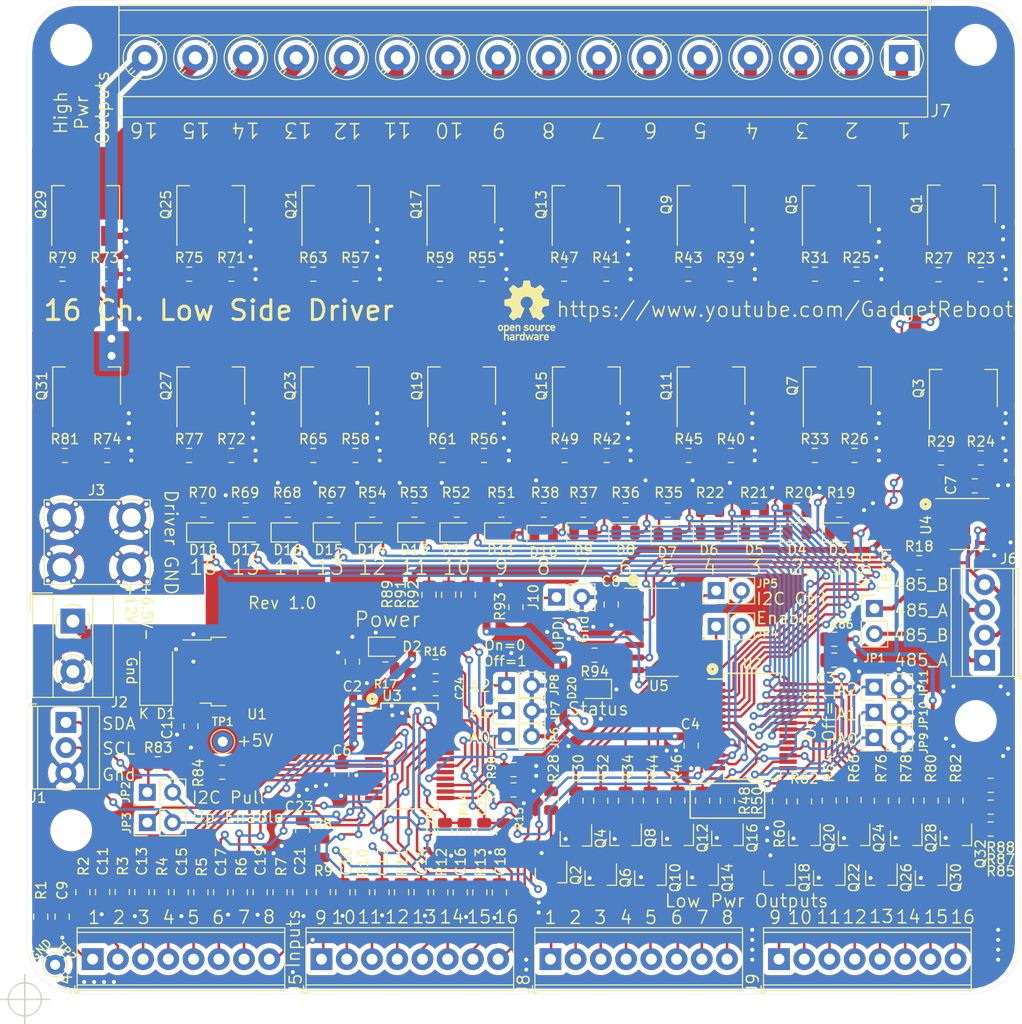
<source format=kicad_pcb>
(kicad_pcb (version 20171130) (host pcbnew "(5.1.2-1)-1")
  (layers (0 F.Cu signal) (31 B.Cu signal) (34 B.Paste user hide) (35 F.Paste user hide) (36 B.SilkS user) (37 F.SilkS user) (38 B.Mask user hide) (39 F.Mask user hide) (44 Edge.Cuts user))
  (net 0 "")
  (net 1 VCC)
  (net 2 GNDREF)
  (net 3 /SDA)
  (net 4 "Net-(C1-Pad2)")
  (net 5 "Net-(C3-Pad2)")
  (net 6 "Net-(C5-Pad2)")
  (net 7 "Net-(D1-Pad2)")
  (net 8 "Net-(D2-Pad2)")
  (net 9 "Net-(D3-Pad1)")
  (net 10 "/Driver 1-16/Ctrl1")
  (net 11 "Net-(D4-Pad1)")
  (net 12 "/Driver 1-16/Ctrl2")
  (net 13 "/Driver 1-16/Ctrl3")
  (net 14 "Net-(D5-Pad1)")
  (net 15 "/Driver 1-16/Ctrl4")
  (net 16 "Net-(D6-Pad1)")
  (net 17 "Net-(D7-Pad1)")
  (net 18 "/Driver 1-16/Ctrl5")
  (net 19 "Net-(D8-Pad1)")
  (net 20 "/Driver 1-16/Ctrl6")
  (net 21 "Net-(D9-Pad1)")
  (net 22 "/Driver 1-16/Ctrl7")
  (net 23 "/Driver 1-16/Ctrl8")
  (net 24 "Net-(D10-Pad1)")
  (net 25 "/Driver 1-16/Ctrl9")
  (net 26 "Net-(D11-Pad1)")
  (net 27 "Net-(D12-Pad1)")
  (net 28 "/Driver 1-16/Ctrl10")
  (net 29 "/Driver 1-16/Ctrl11")
  (net 30 "Net-(D13-Pad1)")
  (net 31 "Net-(D14-Pad1)")
  (net 32 "/Driver 1-16/Ctrl12")
  (net 33 "/Driver 1-16/Ctrl13")
  (net 34 "Net-(D15-Pad1)")
  (net 35 "Net-(D16-Pad1)")
  (net 36 "/Driver 1-16/Ctrl14")
  (net 37 "/Driver 1-16/Ctrl15")
  (net 38 "Net-(D17-Pad1)")
  (net 39 "Net-(D18-Pad1)")
  (net 40 "/Driver 1-16/Ctrl16")
  (net 41 /Drv1a)
  (net 42 /Drv2a)
  (net 43 /Drv3a)
  (net 44 /Drv4a)
  (net 45 /Drv5a)
  (net 46 /Drv6a)
  (net 47 /Drv7a)
  (net 48 /Drv8a)
  (net 49 /Drv9a)
  (net 50 /Drv10a)
  (net 51 /Drv11a)
  (net 52 /Drv12a)
  (net 53 /Drv13a)
  (net 54 /Drv14a)
  (net 55 /Drv15a)
  (net 56 /Drv16a)
  (net 57 /Drv1b)
  (net 58 /Drv2b)
  (net 59 /Drv3b)
  (net 60 /Drv4b)
  (net 61 /Drv5b)
  (net 62 /Drv6b)
  (net 63 /Drv7b)
  (net 64 /Drv8b)
  (net 65 /Drv16b)
  (net 66 /Drv15b)
  (net 67 /Drv14b)
  (net 68 /Drv13b)
  (net 69 /Drv12b)
  (net 70 /Drv11b)
  (net 71 /Drv10b)
  (net 72 /Drv9b)
  (net 73 /485_A)
  (net 74 "Net-(JP1-Pad1)")
  (net 75 "Net-(JP2-Pad1)")
  (net 76 "Net-(JP3-Pad1)")
  (net 77 /SCL)
  (net 78 "Net-(Q1-Pad1)")
  (net 79 "Net-(Q2-Pad1)")
  (net 80 "Net-(Q3-Pad1)")
  (net 81 "Net-(Q4-Pad1)")
  (net 82 "Net-(Q5-Pad1)")
  (net 83 "Net-(Q6-Pad1)")
  (net 84 "Net-(Q7-Pad1)")
  (net 85 "Net-(Q8-Pad1)")
  (net 86 "Net-(Q9-Pad1)")
  (net 87 "Net-(Q10-Pad1)")
  (net 88 "Net-(Q11-Pad1)")
  (net 89 "Net-(Q12-Pad1)")
  (net 90 "Net-(Q13-Pad1)")
  (net 91 "Net-(Q14-Pad1)")
  (net 92 "Net-(Q15-Pad1)")
  (net 93 "Net-(Q16-Pad1)")
  (net 94 "Net-(Q17-Pad1)")
  (net 95 "Net-(Q18-Pad1)")
  (net 96 "Net-(Q19-Pad1)")
  (net 97 "Net-(Q20-Pad1)")
  (net 98 "Net-(Q21-Pad1)")
  (net 99 "Net-(Q22-Pad1)")
  (net 100 "Net-(Q23-Pad1)")
  (net 101 "Net-(Q24-Pad1)")
  (net 102 "Net-(Q25-Pad1)")
  (net 103 "Net-(Q26-Pad1)")
  (net 104 "Net-(Q27-Pad1)")
  (net 105 "Net-(Q28-Pad1)")
  (net 106 "Net-(Q29-Pad1)")
  (net 107 "Net-(Q30-Pad1)")
  (net 108 "Net-(Q31-Pad1)")
  (net 109 "Net-(Q32-Pad1)")
  (net 110 /485_B)
  (net 111 "Net-(U2-Pad14)")
  (net 112 "Net-(U2-Pad11)")
  (net 113 "Net-(U3-Pad11)")
  (net 114 "Net-(U3-Pad14)")
  (net 115 /INTA)
  (net 116 /I2C_Controller/RX_In)
  (net 117 /I2C_Controller/DE_~RE)
  (net 118 /I2C_Controller/TX_Out)
  (net 119 /I2C_Controller/PA4)
  (net 120 /I2C_Controller/PA7)
  (net 121 /I2C_Controller/UPDI)
  (net 122 /I2C_Controller/MOSI)
  (net 123 /I2C_Controller/MISO)
  (net 124 /I2C_Controller/SCK)
  (net 125 /I2C_Controller/SDAint)
  (net 126 /I2C_Controller/SCLint)
  (net 127 "Net-(U2-Pad20)")
  (net 128 "Net-(U2-Pad19)")
  (net 129 "Net-(U3-Pad19)")
  (net 130 "Net-(D20-Pad2)")
  (net 131 "Net-(J10-Pad1)")
  (net 132 "Net-(JP6-Pad1)")
  (net 133 "Net-(JP7-Pad1)")
  (net 134 "Net-(JP8-Pad1)")
  (net 135 "Net-(JP9-Pad1)")
  (net 136 "Net-(JP10-Pad1)")
  (net 137 "Net-(JP11-Pad1)")
  (net 138 /Input1)
  (net 139 /Input9)
  (net 140 /Input2)
  (net 141 /Input10)
  (net 142 /Input3)
  (net 143 /Input11)
  (net 144 /Input4)
  (net 145 /Input12)
  (net 146 /Input5)
  (net 147 /Input13)
  (net 148 /Input6)
  (net 149 /Input14)
  (net 150 /Input7)
  (net 151 /Input15)
  (net 152 /Input8)
  (net 153 /Input16)
  (net 154 "/GPIO Expander/Inp1")
  (net 155 "/GPIO Expander/Inp9")
  (net 156 "/GPIO Expander/Inp2")
  (net 157 "/GPIO Expander/Inp10")
  (net 158 "/GPIO Expander/Inp3")
  (net 159 "/GPIO Expander/Inp11")
  (net 160 "/GPIO Expander/Inp4")
  (net 161 "/GPIO Expander/Inp12")
  (net 162 "/GPIO Expander/Inp5")
  (net 163 "/GPIO Expander/Inp13")
  (net 164 "/GPIO Expander/Inp6")
  (net 165 "/GPIO Expander/Inp14")
  (net 166 "/GPIO Expander/Inp7")
  (net 167 "/GPIO Expander/Inp15")
  (net 168 "/GPIO Expander/Inp8")
  (net 169 "/GPIO Expander/Inp16")
  (module Capacitor_SMD:C_0805_2012Metric (layer F.Cu) (at 131.621 153.241 90)
    (fp_text reference C16 (at 3.06 0.03 270) (layer F.SilkS))
    (fp_text value 100nF)
    (pad 2 smd roundrect (at 0.9375 0 90) (size 0.975 1.4) (layers F.Cu F.Paste F.Mask) (net 161 "/GPIO Expander/Inp12"))
    (pad 1 smd roundrect (at -0.9375 0 90) (size 0.975 1.4) (layers F.Cu F.Paste F.Mask) (net 2 GNDREF))
  )
  (module Symbol:OSHW-Logo_5.7x6mm_SilkScreen (layer F.Cu) (at 138.301 94.671)
    (fp_text reference REF** hide)
    (fp_text value OSHW-Logo_5.7x6mm_SilkScreen hide)
  )
  (module MountingHole:MountingHole_3.2mm_M3 (layer F.Cu) (at 92.456 67.945)
    (fp_text reference MH1 hide)
    (fp_text value MountingHole)
    (pad 1 np_thru_hole circle (at 0 0) (size 3.2 3.2) (drill 3.2) (layers *.Cu *.Mask))
  )
  (module MountingHole:MountingHole_3.2mm_M3 (layer F.Cu) (at 183.515 67.945)
    (fp_text reference MH3 hide)
    (fp_text value MountingHole)
    (pad 1 np_thru_hole circle (at 0 0) (size 3.2 3.2) (drill 3.2) (layers *.Cu *.Mask))
  )
  (module MountingHole:MountingHole_3.2mm_M3 (layer F.Cu) (at 183.515 136)
    (fp_text reference MH2 hide)
    (fp_text value MountingHole)
    (pad 1 np_thru_hole circle (at 0 0) (size 3.2 3.2) (drill 3.2) (layers *.Cu *.Mask))
  )
  (module MountingHole:MountingHole_3.2mm_M3 (layer F.Cu) (at 92.456 147)
    (fp_text reference MH4 hide)
    (fp_text value MountingHole)
    (pad 1 np_thru_hole circle (at 0 0) (size 3.2 3.2) (drill 3.2) (layers *.Cu *.Mask))
  )
  (module Capacitor_SMD:C_0805_2012Metric (layer F.Cu) (at 104.511 136.521 90)
    (fp_text reference C1 (at -0.35 -2.4 270) (layer F.SilkS))
    (fp_text value 10uF)
    (pad 2 smd roundrect (at 0.9375 0 90) (size 0.975 1.4) (layers F.Cu F.Paste F.Mask) (net 4 "Net-(C1-Pad2)"))
    (pad 1 smd roundrect (at -0.9375 0 90) (size 0.975 1.4) (layers F.Cu F.Paste F.Mask) (net 2 GNDREF))
  )
  (module Capacitor_SMD:C_0805_2012Metric (layer F.Cu) (at 120.761 130.021 270)
    (fp_text reference C2 (at 2.5 0 180) (layer F.SilkS))
    (fp_text value 10uF)
    (pad 1 smd roundrect (at -0.9375 0 270) (size 0.975 1.4) (layers F.Cu F.Paste F.Mask) (net 2 GNDREF))
    (pad 2 smd roundrect (at 0.9375 0 270) (size 0.975 1.4) (layers F.Cu F.Paste F.Mask) (net 1 VCC))
  )
  (module Capacitor_SMD:C_0805_2012Metric (layer F.Cu) (at 169.2735 129.871 180)
    (fp_text reference C3 (at 0.8625 -1.8 180) (layer F.SilkS))
    (fp_text value 100nF)
    (pad 2 smd roundrect (at 0.9375 0 180) (size 0.975 1.4) (layers F.Cu F.Paste F.Mask) (net 5 "Net-(C3-Pad2)"))
    (pad 1 smd roundrect (at -0.9375 0 180) (size 0.975 1.4) (layers F.Cu F.Paste F.Mask) (net 2 GNDREF))
  )
  (module Capacitor_SMD:C_0805_2012Metric (layer F.Cu) (at 154.861 138.471 270)
    (fp_text reference C4 (at -2.15 0.08 180) (layer F.SilkS))
    (fp_text value 100nF)
    (pad 1 smd roundrect (at -0.9375 0 270) (size 0.975 1.4) (layers F.Cu F.Paste F.Mask) (net 1 VCC))
    (pad 2 smd roundrect (at 0.9375 0 270) (size 0.975 1.4) (layers F.Cu F.Paste F.Mask) (net 2 GNDREF))
  )
  (module Capacitor_SMD:C_0805_2012Metric (layer F.Cu) (at 136.981 142.931 180)
    (fp_text reference C5 (at 2.2 -0.13 90) (layer F.SilkS) (effects (font (size 0.8 0.8))))
    (fp_text value 100nF)
    (pad 2 smd roundrect (at 0.9375 0 180) (size 0.975 1.4) (layers F.Cu F.Paste F.Mask) (net 6 "Net-(C5-Pad2)"))
    (pad 1 smd roundrect (at -0.9375 0 180) (size 0.975 1.4) (layers F.Cu F.Paste F.Mask) (net 2 GNDREF))
  )
  (module Capacitor_SMD:C_0805_2012Metric (layer F.Cu) (at 119.681 141.291 270)
    (fp_text reference C6 (at -2.32 -0.03) (layer F.SilkS))
    (fp_text value 100nF)
    (pad 1 smd roundrect (at -0.9375 0 270) (size 0.975 1.4) (layers F.Cu F.Paste F.Mask) (net 1 VCC))
    (pad 2 smd roundrect (at 0.9375 0 270) (size 0.975 1.4) (layers F.Cu F.Paste F.Mask) (net 2 GNDREF))
  )
  (module Capacitor_SMD:C_0805_2012Metric (layer F.Cu) (at 183.411 112.331)
    (fp_text reference C7 (at -2.4 -0.06 90) (layer F.SilkS))
    (fp_text value 100nF)
    (pad 2 smd roundrect (at 0.9375 0) (size 0.975 1.4) (layers F.Cu F.Paste F.Mask) (net 2 GNDREF))
    (pad 1 smd roundrect (at -0.9375 0) (size 0.975 1.4) (layers F.Cu F.Paste F.Mask) (net 1 VCC))
  )
  (module Capacitor_SMD:C_0805_2012Metric (layer F.Cu) (at 146.811 124.271 270)
    (fp_text reference C8 (at -2.325 0.025 180) (layer F.SilkS))
    (fp_text value 100nF)
    (pad 1 smd roundrect (at -0.9375 0 270) (size 0.975 1.4) (layers F.Cu F.Paste F.Mask) (net 1 VCC))
    (pad 2 smd roundrect (at 0.9375 0 270) (size 0.975 1.4) (layers F.Cu F.Paste F.Mask) (net 2 GNDREF))
  )
  (module Diode_SMD:D_SMA (layer F.Cu) (at 101.011 131.021 90)
    (fp_text reference D1 (at -4.25 1 180) (layer F.SilkS))
    (fp_text value SS26SHE3_B/H)
    (pad 1 smd rect (at -2 0 90) (size 2.5 1.8) (layers F.Cu F.Paste F.Mask) (net 4 "Net-(C1-Pad2)"))
    (pad 2 smd rect (at 2 0 90) (size 2.5 1.8) (layers F.Cu F.Paste F.Mask) (net 7 "Net-(D1-Pad2)"))
  )
  (module LED_SMD:LED_0805_2012Metric (layer F.Cu) (at 124.0735 128.521)
    (fp_text reference D2 (at 2.6875 0) (layer F.SilkS))
    (fp_text value Power)
    (pad 2 smd roundrect (at 0.9375 0) (size 0.975 1.4) (layers F.Cu F.Paste F.Mask) (net 8 "Net-(D2-Pad2)"))
    (pad 1 smd roundrect (at -0.9375 0) (size 0.975 1.4) (layers F.Cu F.Paste F.Mask) (net 2 GNDREF))
  )
  (module LED_SMD:LED_0805_2012Metric (layer F.Cu) (at 169.761 117.021)
    (fp_text reference D3 (at -0.1125 1.75) (layer F.SilkS))
    (fp_text value LED)
    (pad 1 smd roundrect (at -0.9375 0) (size 0.975 1.4) (layers F.Cu F.Paste F.Mask) (net 9 "Net-(D3-Pad1)"))
    (pad 2 smd roundrect (at 0.9375 0) (size 0.975 1.4) (layers F.Cu F.Paste F.Mask) (net 10 "/Driver 1-16/Ctrl1"))
  )
  (module LED_SMD:LED_0805_2012Metric (layer F.Cu) (at 165.511 117.021)
    (fp_text reference D4 (at 0 1.75) (layer F.SilkS))
    (fp_text value LED)
    (pad 1 smd roundrect (at -0.9375 0) (size 0.975 1.4) (layers F.Cu F.Paste F.Mask) (net 11 "Net-(D4-Pad1)"))
    (pad 2 smd roundrect (at 0.9375 0) (size 0.975 1.4) (layers F.Cu F.Paste F.Mask) (net 12 "/Driver 1-16/Ctrl2"))
  )
  (module LED_SMD:LED_0805_2012Metric (layer F.Cu) (at 161.261 117.021)
    (fp_text reference D5 (at -0.05 1.75) (layer F.SilkS))
    (fp_text value LED)
    (pad 2 smd roundrect (at 0.9375 0) (size 0.975 1.4) (layers F.Cu F.Paste F.Mask) (net 13 "/Driver 1-16/Ctrl3"))
    (pad 1 smd roundrect (at -0.9375 0) (size 0.975 1.4) (layers F.Cu F.Paste F.Mask) (net 14 "Net-(D5-Pad1)"))
  )
  (module LED_SMD:LED_0805_2012Metric (layer F.Cu) (at 156.761 117.021)
    (fp_text reference D6 (at -0.1125 1.75) (layer F.SilkS))
    (fp_text value LED)
    (pad 2 smd roundrect (at 0.9375 0) (size 0.975 1.4) (layers F.Cu F.Paste F.Mask) (net 15 "/Driver 1-16/Ctrl4"))
    (pad 1 smd roundrect (at -0.9375 0) (size 0.975 1.4) (layers F.Cu F.Paste F.Mask) (net 16 "Net-(D6-Pad1)"))
  )
  (module LED_SMD:LED_0805_2012Metric (layer F.Cu) (at 152.511 117.271)
    (fp_text reference D7 (at -0.0625 1.75) (layer F.SilkS))
    (fp_text value LED)
    (pad 1 smd roundrect (at -0.9375 0) (size 0.975 1.4) (layers F.Cu F.Paste F.Mask) (net 17 "Net-(D7-Pad1)"))
    (pad 2 smd roundrect (at 0.9375 0) (size 0.975 1.4) (layers F.Cu F.Paste F.Mask) (net 18 "/Driver 1-16/Ctrl5"))
  )
  (module LED_SMD:LED_0805_2012Metric (layer F.Cu) (at 148.261 117.021)
    (fp_text reference D8 (at 0 1.75) (layer F.SilkS))
    (fp_text value LED)
    (pad 1 smd roundrect (at -0.9375 0) (size 0.975 1.4) (layers F.Cu F.Paste F.Mask) (net 19 "Net-(D8-Pad1)"))
    (pad 2 smd roundrect (at 0.9375 0) (size 0.975 1.4) (layers F.Cu F.Paste F.Mask) (net 20 "/Driver 1-16/Ctrl6"))
  )
  (module LED_SMD:LED_0805_2012Metric (layer F.Cu) (at 144.011 117.021)
    (fp_text reference D9 (at 0 1.75) (layer F.SilkS))
    (fp_text value LED)
    (pad 1 smd roundrect (at -0.9375 0) (size 0.975 1.4) (layers F.Cu F.Paste F.Mask) (net 21 "Net-(D9-Pad1)"))
    (pad 2 smd roundrect (at 0.9375 0) (size 0.975 1.4) (layers F.Cu F.Paste F.Mask) (net 22 "/Driver 1-16/Ctrl7"))
  )
  (module LED_SMD:LED_0805_2012Metric (layer F.Cu) (at 140.011 117.271)
    (fp_text reference D10 (at 0 1.75) (layer F.SilkS))
    (fp_text value LED)
    (pad 2 smd roundrect (at 0.9375 0) (size 0.975 1.4) (layers F.Cu F.Paste F.Mask) (net 23 "/Driver 1-16/Ctrl8"))
    (pad 1 smd roundrect (at -0.9375 0) (size 0.975 1.4) (layers F.Cu F.Paste F.Mask) (net 24 "Net-(D10-Pad1)"))
  )
  (module LED_SMD:LED_0805_2012Metric (layer F.Cu) (at 135.761 117.021)
    (fp_text reference D11 (at 0 1.75) (layer F.SilkS))
    (fp_text value LED)
    (pad 2 smd roundrect (at 0.9375 0) (size 0.975 1.4) (layers F.Cu F.Paste F.Mask) (net 25 "/Driver 1-16/Ctrl9"))
    (pad 1 smd roundrect (at -0.9375 0) (size 0.975 1.4) (layers F.Cu F.Paste F.Mask) (net 26 "Net-(D11-Pad1)"))
  )
  (module LED_SMD:LED_0805_2012Metric (layer F.Cu) (at 131.261 117.021)
    (fp_text reference D12 (at -0.0625 1.75) (layer F.SilkS))
    (fp_text value LED)
    (pad 1 smd roundrect (at -0.9375 0) (size 0.975 1.4) (layers F.Cu F.Paste F.Mask) (net 27 "Net-(D12-Pad1)"))
    (pad 2 smd roundrect (at 0.9375 0) (size 0.975 1.4) (layers F.Cu F.Paste F.Mask) (net 28 "/Driver 1-16/Ctrl10"))
  )
  (module LED_SMD:LED_0805_2012Metric (layer F.Cu) (at 127.011 117.021)
    (fp_text reference D13 (at 0 1.75) (layer F.SilkS))
    (fp_text value LED)
    (pad 2 smd roundrect (at 0.9375 0) (size 0.975 1.4) (layers F.Cu F.Paste F.Mask) (net 29 "/Driver 1-16/Ctrl11"))
    (pad 1 smd roundrect (at -0.9375 0) (size 0.975 1.4) (layers F.Cu F.Paste F.Mask) (net 30 "Net-(D13-Pad1)"))
  )
  (module LED_SMD:LED_0805_2012Metric (layer F.Cu) (at 122.761 117.021)
    (fp_text reference D14 (at -0.0625 1.75) (layer F.SilkS))
    (fp_text value LED)
    (pad 1 smd roundrect (at -0.9375 0) (size 0.975 1.4) (layers F.Cu F.Paste F.Mask) (net 31 "Net-(D14-Pad1)"))
    (pad 2 smd roundrect (at 0.9375 0) (size 0.975 1.4) (layers F.Cu F.Paste F.Mask) (net 32 "/Driver 1-16/Ctrl12"))
  )
  (module LED_SMD:LED_0805_2012Metric (layer F.Cu) (at 118.511 117.021)
    (fp_text reference D15 (at -0.1125 1.75) (layer F.SilkS))
    (fp_text value LED)
    (pad 2 smd roundrect (at 0.9375 0) (size 0.975 1.4) (layers F.Cu F.Paste F.Mask) (net 33 "/Driver 1-16/Ctrl13"))
    (pad 1 smd roundrect (at -0.9375 0) (size 0.975 1.4) (layers F.Cu F.Paste F.Mask) (net 34 "Net-(D15-Pad1)"))
  )
  (module LED_SMD:LED_0805_2012Metric (layer F.Cu) (at 114.261 117.021)
    (fp_text reference D16 (at 0 1.75) (layer F.SilkS))
    (fp_text value LED)
    (pad 1 smd roundrect (at -0.9375 0) (size 0.975 1.4) (layers F.Cu F.Paste F.Mask) (net 35 "Net-(D16-Pad1)"))
    (pad 2 smd roundrect (at 0.9375 0) (size 0.975 1.4) (layers F.Cu F.Paste F.Mask) (net 36 "/Driver 1-16/Ctrl14"))
  )
  (module LED_SMD:LED_0805_2012Metric (layer F.Cu) (at 110.011 117.021)
    (fp_text reference D17 (at 0 1.75) (layer F.SilkS))
    (fp_text value LED)
    (pad 2 smd roundrect (at 0.9375 0) (size 0.975 1.4) (layers F.Cu F.Paste F.Mask) (net 37 "/Driver 1-16/Ctrl15"))
    (pad 1 smd roundrect (at -0.9375 0) (size 0.975 1.4) (layers F.Cu F.Paste F.Mask) (net 38 "Net-(D17-Pad1)"))
  )
  (module LED_SMD:LED_0805_2012Metric (layer F.Cu) (at 105.761 117.021)
    (fp_text reference D18 (at 0 1.75) (layer F.SilkS))
    (fp_text value LED)
    (pad 1 smd roundrect (at -0.9375 0) (size 0.975 1.4) (layers F.Cu F.Paste F.Mask) (net 39 "Net-(D18-Pad1)"))
    (pad 2 smd roundrect (at 0.9375 0) (size 0.975 1.4) (layers F.Cu F.Paste F.Mask) (net 40 "/Driver 1-16/Ctrl16"))
  )
  (module footprints:7691-SEMS (layer F.Cu) (at 91.511 115.521)
    (fp_text reference J3 (at 3.5 -2.75) (layer F.SilkS))
    (fp_text value Screw_Terminal_01x01)
    (pad 1 thru_hole circle (at 0 5) (size 3 3) (drill 1.85) (layers *.Cu *.Mask) (net 2 GNDREF))
    (pad 1 thru_hole circle (at 0 0) (size 3 3) (drill 1.85) (layers *.Cu *.Mask) (net 2 GNDREF))
    (pad 1 thru_hole circle (at 7.01 5) (size 3 3) (drill 1.85) (layers *.Cu *.Mask) (net 2 GNDREF))
    (pad 1 thru_hole circle (at 7.01 0) (size 3 3) (drill 1.85) (layers *.Cu *.Mask) (net 2 GNDREF))
  )
  (module TerminalBlock_Phoenix:TerminalBlock_Phoenix_MPT-0,5-8-2.54_1x08_P2.54mm_Horizontal (layer F.Cu) (at 94.615 159.9692)
    (fp_text reference J4 (at -2.684 2.4918 90) (layer F.SilkS) (effects (font (size 1.2 1.2))))
    (fp_text value Screw_Terminal_01x08)
    (pad 8 thru_hole circle (at 17.78 0) (size 2.2 2.2) (drill 1.1) (layers *.Cu *.Mask) (net 152 /Input8))
    (pad 7 thru_hole circle (at 15.24 0) (size 2.2 2.2) (drill 1.1) (layers *.Cu *.Mask) (net 150 /Input7))
    (pad 6 thru_hole circle (at 12.7 0) (size 2.2 2.2) (drill 1.1) (layers *.Cu *.Mask) (net 148 /Input6))
    (pad 5 thru_hole circle (at 10.16 0) (size 2.2 2.2) (drill 1.1) (layers *.Cu *.Mask) (net 146 /Input5))
    (pad 4 thru_hole circle (at 7.62 0) (size 2.2 2.2) (drill 1.1) (layers *.Cu *.Mask) (net 144 /Input4))
    (pad 3 thru_hole circle (at 5.08 0) (size 2.2 2.2) (drill 1.1) (layers *.Cu *.Mask) (net 142 /Input3))
    (pad 2 thru_hole circle (at 2.54 0) (size 2.2 2.2) (drill 1.1) (layers *.Cu *.Mask) (net 140 /Input2))
    (pad 1 thru_hole rect (at 0 0) (size 2.2 2.2) (drill 1.1) (layers *.Cu *.Mask) (net 138 /Input1))
  )
  (module TerminalBlock_Phoenix:TerminalBlock_Phoenix_MPT-0,5-8-2.54_1x08_P2.54mm_Horizontal (layer F.Cu) (at 117.6528 159.9692)
    (fp_text reference J5 (at -2.6018 2.4918 90) (layer F.SilkS) (effects (font (size 1.2 1.2))))
    (fp_text value Screw_Terminal_01x08)
    (pad 1 thru_hole rect (at 0 0) (size 2.2 2.2) (drill 1.1) (layers *.Cu *.Mask) (net 139 /Input9))
    (pad 2 thru_hole circle (at 2.54 0) (size 2.2 2.2) (drill 1.1) (layers *.Cu *.Mask) (net 141 /Input10))
    (pad 3 thru_hole circle (at 5.08 0) (size 2.2 2.2) (drill 1.1) (layers *.Cu *.Mask) (net 143 /Input11))
    (pad 4 thru_hole circle (at 7.62 0) (size 2.2 2.2) (drill 1.1) (layers *.Cu *.Mask) (net 145 /Input12))
    (pad 5 thru_hole circle (at 10.16 0) (size 2.2 2.2) (drill 1.1) (layers *.Cu *.Mask) (net 147 /Input13))
    (pad 6 thru_hole circle (at 12.7 0) (size 2.2 2.2) (drill 1.1) (layers *.Cu *.Mask) (net 149 /Input14))
    (pad 7 thru_hole circle (at 15.24 0) (size 2.2 2.2) (drill 1.1) (layers *.Cu *.Mask) (net 151 /Input15))
    (pad 8 thru_hole circle (at 17.78 0) (size 2.2 2.2) (drill 1.1) (layers *.Cu *.Mask) (net 153 /Input16))
  )
  (module TerminalBlock_Phoenix:TerminalBlock_Phoenix_MKDS-3-16-5.08_1x16_P5.08mm_Horizontal (layer F.Cu) (at 176.07 69.25 180)
    (fp_text reference J7 (at -3.911 -5.351) (layer F.SilkS) (effects (font (size 1.2 1.2))))
    (fp_text value Screw_Terminal_01x16)
    (pad 1 thru_hole rect (at 0 0 180) (size 2.6 2.6) (drill 1.3) (layers *.Cu *.Mask) (net 41 /Drv1a))
    (pad 2 thru_hole circle (at 5.08 0 180) (size 2.6 2.6) (drill 1.3) (layers *.Cu *.Mask) (net 42 /Drv2a))
    (pad 3 thru_hole circle (at 10.16 0 180) (size 2.6 2.6) (drill 1.3) (layers *.Cu *.Mask) (net 43 /Drv3a))
    (pad 4 thru_hole circle (at 15.24 0 180) (size 2.6 2.6) (drill 1.3) (layers *.Cu *.Mask) (net 44 /Drv4a))
    (pad 5 thru_hole circle (at 20.32 0 180) (size 2.6 2.6) (drill 1.3) (layers *.Cu *.Mask) (net 45 /Drv5a))
    (pad 6 thru_hole circle (at 25.4 0 180) (size 2.6 2.6) (drill 1.3) (layers *.Cu *.Mask) (net 46 /Drv6a))
    (pad 7 thru_hole circle (at 30.48 0 180) (size 2.6 2.6) (drill 1.3) (layers *.Cu *.Mask) (net 47 /Drv7a))
    (pad 8 thru_hole circle (at 35.56 0 180) (size 2.6 2.6) (drill 1.3) (layers *.Cu *.Mask) (net 48 /Drv8a))
    (pad 9 thru_hole circle (at 40.64 0 180) (size 2.6 2.6) (drill 1.3) (layers *.Cu *.Mask) (net 49 /Drv9a))
    (pad 10 thru_hole circle (at 45.72 0 180) (size 2.6 2.6) (drill 1.3) (layers *.Cu *.Mask) (net 50 /Drv10a))
    (pad 11 thru_hole circle (at 50.8 0 180) (size 2.6 2.6) (drill 1.3) (layers *.Cu *.Mask) (net 51 /Drv11a))
    (pad 12 thru_hole circle (at 55.88 0 180) (size 2.6 2.6) (drill 1.3) (layers *.Cu *.Mask) (net 52 /Drv12a))
    (pad 13 thru_hole circle (at 60.96 0 180) (size 2.6 2.6) (drill 1.3) (layers *.Cu *.Mask) (net 53 /Drv13a))
    (pad 14 thru_hole circle (at 66.04 0 180) (size 2.6 2.6) (drill 1.3) (layers *.Cu *.Mask) (net 54 /Drv14a))
    (pad 15 thru_hole circle (at 71.12 0 180) (size 2.6 2.6) (drill 1.3) (layers *.Cu *.Mask) (net 55 /Drv15a))
    (pad 16 thru_hole circle (at 76.2 0 180) (size 2.6 2.6) (drill 1.3) (layers *.Cu *.Mask) (net 56 /Drv16a))
  )
  (module TerminalBlock_Phoenix:TerminalBlock_Phoenix_MPT-0,5-8-2.54_1x08_P2.54mm_Horizontal (layer F.Cu) (at 140.6906 159.9692)
    (fp_text reference J8 (at -2.6996 2.5418 90) (layer F.SilkS) (effects (font (size 1.2 1.2))))
    (fp_text value Screw_Terminal_01x08)
    (pad 1 thru_hole rect (at 0 0) (size 2.2 2.2) (drill 1.1) (layers *.Cu *.Mask) (net 57 /Drv1b))
    (pad 2 thru_hole circle (at 2.54 0) (size 2.2 2.2) (drill 1.1) (layers *.Cu *.Mask) (net 58 /Drv2b))
    (pad 3 thru_hole circle (at 5.08 0) (size 2.2 2.2) (drill 1.1) (layers *.Cu *.Mask) (net 59 /Drv3b))
    (pad 4 thru_hole circle (at 7.62 0) (size 2.2 2.2) (drill 1.1) (layers *.Cu *.Mask) (net 60 /Drv4b))
    (pad 5 thru_hole circle (at 10.16 0) (size 2.2 2.2) (drill 1.1) (layers *.Cu *.Mask) (net 61 /Drv5b))
    (pad 6 thru_hole circle (at 12.7 0) (size 2.2 2.2) (drill 1.1) (layers *.Cu *.Mask) (net 62 /Drv6b))
    (pad 7 thru_hole circle (at 15.24 0) (size 2.2 2.2) (drill 1.1) (layers *.Cu *.Mask) (net 63 /Drv7b))
    (pad 8 thru_hole circle (at 17.78 0) (size 2.2 2.2) (drill 1.1) (layers *.Cu *.Mask) (net 64 /Drv8b))
  )
  (module TerminalBlock_Phoenix:TerminalBlock_Phoenix_MPT-0,5-8-2.54_1x08_P2.54mm_Horizontal (layer F.Cu) (at 163.703 159.9692)
    (fp_text reference J9 (at -2.642 2.4518 90) (layer F.SilkS) (effects (font (size 1.2 1.2))))
    (fp_text value Screw_Terminal_01x08)
    (pad 8 thru_hole circle (at 17.78 0) (size 2.2 2.2) (drill 1.1) (layers *.Cu *.Mask) (net 65 /Drv16b))
    (pad 7 thru_hole circle (at 15.24 0) (size 2.2 2.2) (drill 1.1) (layers *.Cu *.Mask) (net 66 /Drv15b))
    (pad 6 thru_hole circle (at 12.7 0) (size 2.2 2.2) (drill 1.1) (layers *.Cu *.Mask) (net 67 /Drv14b))
    (pad 5 thru_hole circle (at 10.16 0) (size 2.2 2.2) (drill 1.1) (layers *.Cu *.Mask) (net 68 /Drv13b))
    (pad 4 thru_hole circle (at 7.62 0) (size 2.2 2.2) (drill 1.1) (layers *.Cu *.Mask) (net 69 /Drv12b))
    (pad 3 thru_hole circle (at 5.08 0) (size 2.2 2.2) (drill 1.1) (layers *.Cu *.Mask) (net 70 /Drv11b))
    (pad 2 thru_hole circle (at 2.54 0) (size 2.2 2.2) (drill 1.1) (layers *.Cu *.Mask) (net 71 /Drv10b))
    (pad 1 thru_hole rect (at 0 0) (size 2.2 2.2) (drill 1.1) (layers *.Cu *.Mask) (net 72 /Drv9b))
  )
  (module Connector_PinHeader_2.54mm:PinHeader_1x02_P2.54mm_Vertical (layer F.Cu) (at 173.311 124.671)
    (fp_text reference JP1 (at 0 5) (layer F.SilkS) (effects (font (size 0.8 0.8))))
    (fp_text value Conn_01x02)
    (pad 2 thru_hole oval (at 0 2.54) (size 1.7 1.7) (drill 1) (layers *.Cu *.Mask) (net 73 /485_A))
    (pad 1 thru_hole rect (at 0 0) (size 1.7 1.7) (drill 1) (layers *.Cu *.Mask) (net 74 "Net-(JP1-Pad1)"))
  )
  (module Connector_PinHeader_2.54mm:PinHeader_1x02_P2.54mm_Vertical (layer F.Cu) (at 100.121 143.171 90)
    (fp_text reference JP2 (at 0.01 -2.17 90) (layer F.SilkS) (effects (font (size 0.8 0.8))))
    (fp_text value Conn_01x02)
    (pad 2 thru_hole oval (at 0 2.54 90) (size 1.7 1.7) (drill 1) (layers *.Cu *.Mask) (net 3 /SDA))
    (pad 1 thru_hole rect (at 0 0 90) (size 1.7 1.7) (drill 1) (layers *.Cu *.Mask) (net 75 "Net-(JP2-Pad1)"))
  )
  (module Connector_PinHeader_2.54mm:PinHeader_1x02_P2.54mm_Vertical (layer F.Cu) (at 100.121 146.221 90)
    (fp_text reference JP3 (at -0.05 -2.07 90) (layer F.SilkS) (effects (font (size 0.8 0.8))))
    (fp_text value Conn_01x02)
    (pad 1 thru_hole rect (at 0 0 90) (size 1.7 1.7) (drill 1) (layers *.Cu *.Mask) (net 76 "Net-(JP3-Pad1)"))
    (pad 2 thru_hole oval (at 0 2.54 90) (size 1.7 1.7) (drill 1) (layers *.Cu *.Mask) (net 77 /SCL))
  )
  (module Connector_PinHeader_2.54mm:PinHeader_1x02_P2.54mm_Vertical (layer F.Cu) (at 173.271 137.671 90)
    (fp_text reference JP9 (at -0.58 5 90) (layer F.SilkS) (effects (font (size 0.8 0.8))))
    (fp_text value Conn_01x02)
    (pad 1 thru_hole rect (at 0 0 90) (size 1.7 1.7) (drill 1) (layers *.Cu *.Mask) (net 135 "Net-(JP9-Pad1)"))
    (pad 2 thru_hole oval (at 0 2.54 90) (size 1.7 1.7) (drill 1) (layers *.Cu *.Mask) (net 2 GNDREF))
  )
  (module Connector_PinHeader_2.54mm:PinHeader_1x02_P2.54mm_Vertical (layer F.Cu) (at 173.271 135.131 90)
    (fp_text reference JP10 (at -0.34 4.98 90) (layer F.SilkS) (effects (font (size 0.8 0.8))))
    (fp_text value Conn_01x02)
    (pad 2 thru_hole oval (at 0 2.54 90) (size 1.7 1.7) (drill 1) (layers *.Cu *.Mask) (net 2 GNDREF))
    (pad 1 thru_hole rect (at 0 0 90) (size 1.7 1.7) (drill 1) (layers *.Cu *.Mask) (net 136 "Net-(JP10-Pad1)"))
  )
  (module Connector_PinHeader_2.54mm:PinHeader_1x02_P2.54mm_Vertical (layer F.Cu) (at 173.271 132.591 90)
    (fp_text reference JP11 (at 0.31 5 90) (layer F.SilkS) (effects (font (size 0.8 0.8))))
    (fp_text value Conn_01x02)
    (pad 1 thru_hole rect (at 0 0 90) (size 1.7 1.7) (drill 1) (layers *.Cu *.Mask) (net 137 "Net-(JP11-Pad1)"))
    (pad 2 thru_hole oval (at 0 2.54 90) (size 1.7 1.7) (drill 1) (layers *.Cu *.Mask) (net 2 GNDREF))
  )
  (module Connector_PinHeader_2.54mm:PinHeader_1x02_P2.54mm_Vertical (layer F.Cu) (at 136.271 137.531 90)
    (fp_text reference JP6 (at -0.16 4.85 270) (layer F.SilkS) (effects (font (size 0.8 0.8))))
    (fp_text value Conn_01x02)
    (pad 1 thru_hole rect (at 0 0 90) (size 1.7 1.7) (drill 1) (layers *.Cu *.Mask) (net 132 "Net-(JP6-Pad1)"))
    (pad 2 thru_hole oval (at 0 2.54 90) (size 1.7 1.7) (drill 1) (layers *.Cu *.Mask) (net 2 GNDREF))
  )
  (module Connector_PinHeader_2.54mm:PinHeader_1x02_P2.54mm_Vertical (layer F.Cu) (at 136.271 134.961 90)
    (fp_text reference JP7 (at -0.08 4.93 90) (layer F.SilkS) (effects (font (size 0.8 0.8))))
    (fp_text value Conn_01x02)
    (pad 2 thru_hole oval (at 0 2.54 90) (size 1.7 1.7) (drill 1) (layers *.Cu *.Mask) (net 2 GNDREF))
    (pad 1 thru_hole rect (at 0 0 90) (size 1.7 1.7) (drill 1) (layers *.Cu *.Mask) (net 133 "Net-(JP7-Pad1)"))
  )
  (module Connector_PinHeader_2.54mm:PinHeader_1x02_P2.54mm_Vertical (layer F.Cu) (at 136.271 132.421 90)
    (fp_text reference JP8 (at 0.05 4.84 270) (layer F.SilkS) (effects (font (size 0.8 0.8))))
    (fp_text value Conn_01x02)
    (pad 1 thru_hole rect (at 0 0 90) (size 1.7 1.7) (drill 1) (layers *.Cu *.Mask) (net 134 "Net-(JP8-Pad1)"))
    (pad 2 thru_hole oval (at 0 2.54 90) (size 1.7 1.7) (drill 1) (layers *.Cu *.Mask) (net 2 GNDREF))
  )
  (module Package_TO_SOT_SMD:SOT-223-3_TabPin2 (layer F.Cu) (at 182.061 83.971 90)
    (fp_text reference Q1 (at 0 -4.5 90) (layer F.SilkS))
    (fp_text value BUK98150-55A)
    (pad 2 smd rect (at 3.15 0 90) (size 2 3.8) (layers F.Cu F.Paste F.Mask) (net 41 /Drv1a))
    (pad 2 smd rect (at -3.15 0 90) (size 2 1.5) (layers F.Cu F.Paste F.Mask) (net 41 /Drv1a))
    (pad 3 smd rect (at -3.15 2.3 90) (size 2 1.5) (layers F.Cu F.Paste F.Mask) (net 2 GNDREF))
    (pad 1 smd rect (at -3.15 -2.3 90) (size 2 1.5) (layers F.Cu F.Paste F.Mask) (net 78 "Net-(Q1-Pad1)"))
  )
  (module Package_TO_SOT_SMD:SOT-23 (layer F.Cu) (at 140.761 151.521 270)
    (fp_text reference Q2 (at 0 -2.5 90) (layer F.SilkS))
    (fp_text value MMBT3904)
    (pad 3 smd rect (at 1 0 270) (size 0.9 0.8) (layers F.Cu F.Paste F.Mask) (net 57 /Drv1b))
    (pad 2 smd rect (at -1 0.95 270) (size 0.9 0.8) (layers F.Cu F.Paste F.Mask) (net 2 GNDREF))
    (pad 1 smd rect (at -1 -0.95 270) (size 0.9 0.8) (layers F.Cu F.Paste F.Mask) (net 79 "Net-(Q2-Pad1)"))
  )
  (module Package_TO_SOT_SMD:SOT-223-3_TabPin2 (layer F.Cu) (at 182.261 102.521 90)
    (fp_text reference Q3 (at 0 -4.5 90) (layer F.SilkS))
    (fp_text value BUK98150-55A)
    (pad 1 smd rect (at -3.15 -2.3 90) (size 2 1.5) (layers F.Cu F.Paste F.Mask) (net 80 "Net-(Q3-Pad1)"))
    (pad 3 smd rect (at -3.15 2.3 90) (size 2 1.5) (layers F.Cu F.Paste F.Mask) (net 2 GNDREF))
    (pad 2 smd rect (at -3.15 0 90) (size 2 1.5) (layers F.Cu F.Paste F.Mask) (net 42 /Drv2a))
    (pad 2 smd rect (at 3.15 0 90) (size 2 3.8) (layers F.Cu F.Paste F.Mask) (net 42 /Drv2a))
  )
  (module Package_TO_SOT_SMD:SOT-23 (layer F.Cu) (at 143.261 147.821 270)
    (fp_text reference Q4 (at 0 -2.5 90) (layer F.SilkS))
    (fp_text value MMBT3904)
    (pad 3 smd rect (at 1 0 270) (size 0.9 0.8) (layers F.Cu F.Paste F.Mask) (net 58 /Drv2b))
    (pad 2 smd rect (at -1 0.95 270) (size 0.9 0.8) (layers F.Cu F.Paste F.Mask) (net 2 GNDREF))
    (pad 1 smd rect (at -1 -0.95 270) (size 0.9 0.8) (layers F.Cu F.Paste F.Mask) (net 81 "Net-(Q4-Pad1)"))
  )
  (module Package_TO_SOT_SMD:SOT-223-3_TabPin2 (layer F.Cu) (at 169.468 84.021 90)
    (fp_text reference Q5 (at 0 -4.5 90) (layer F.SilkS))
    (fp_text value BUK98150-55A)
    (pad 2 smd rect (at 3.15 0 90) (size 2 3.8) (layers F.Cu F.Paste F.Mask) (net 43 /Drv3a))
    (pad 2 smd rect (at -3.15 0 90) (size 2 1.5) (layers F.Cu F.Paste F.Mask) (net 43 /Drv3a))
    (pad 3 smd rect (at -3.15 2.3 90) (size 2 1.5) (layers F.Cu F.Paste F.Mask) (net 2 GNDREF))
    (pad 1 smd rect (at -3.15 -2.3 90) (size 2 1.5) (layers F.Cu F.Paste F.Mask) (net 82 "Net-(Q5-Pad1)"))
  )
  (module Package_TO_SOT_SMD:SOT-23 (layer F.Cu) (at 145.761 151.771 270)
    (fp_text reference Q6 (at 0 -2.5 90) (layer F.SilkS))
    (fp_text value MMBT3904)
    (pad 3 smd rect (at 1 0 270) (size 0.9 0.8) (layers F.Cu F.Paste F.Mask) (net 59 /Drv3b))
    (pad 2 smd rect (at -1 0.95 270) (size 0.9 0.8) (layers F.Cu F.Paste F.Mask) (net 2 GNDREF))
    (pad 1 smd rect (at -1 -0.95 270) (size 0.9 0.8) (layers F.Cu F.Paste F.Mask) (net 83 "Net-(Q6-Pad1)"))
  )
  (module Package_TO_SOT_SMD:SOT-223-3_TabPin2 (layer F.Cu) (at 169.561 102.271 90)
    (fp_text reference Q7 (at 0 -4.5 90) (layer F.SilkS))
    (fp_text value BUK98150-55A)
    (pad 1 smd rect (at -3.15 -2.3 90) (size 2 1.5) (layers F.Cu F.Paste F.Mask) (net 84 "Net-(Q7-Pad1)"))
    (pad 3 smd rect (at -3.15 2.3 90) (size 2 1.5) (layers F.Cu F.Paste F.Mask) (net 2 GNDREF))
    (pad 2 smd rect (at -3.15 0 90) (size 2 1.5) (layers F.Cu F.Paste F.Mask) (net 44 /Drv4a))
    (pad 2 smd rect (at 3.15 0 90) (size 2 3.8) (layers F.Cu F.Paste F.Mask) (net 44 /Drv4a))
  )
  (module Package_TO_SOT_SMD:SOT-23 (layer F.Cu) (at 148.261 147.771 270)
    (fp_text reference Q8 (at 0 -2.5 90) (layer F.SilkS))
    (fp_text value MMBT3904)
    (pad 1 smd rect (at -1 -0.95 270) (size 0.9 0.8) (layers F.Cu F.Paste F.Mask) (net 85 "Net-(Q8-Pad1)"))
    (pad 2 smd rect (at -1 0.95 270) (size 0.9 0.8) (layers F.Cu F.Paste F.Mask) (net 2 GNDREF))
    (pad 3 smd rect (at 1 0 270) (size 0.9 0.8) (layers F.Cu F.Paste F.Mask) (net 60 /Drv4b))
  )
  (module Package_TO_SOT_SMD:SOT-223-3_TabPin2 (layer F.Cu) (at 156.875 84.021 90)
    (fp_text reference Q9 (at 0 -4.5 90) (layer F.SilkS))
    (fp_text value BUK98150-55A)
    (pad 1 smd rect (at -3.15 -2.3 90) (size 2 1.5) (layers F.Cu F.Paste F.Mask) (net 86 "Net-(Q9-Pad1)"))
    (pad 3 smd rect (at -3.15 2.3 90) (size 2 1.5) (layers F.Cu F.Paste F.Mask) (net 2 GNDREF))
    (pad 2 smd rect (at -3.15 0 90) (size 2 1.5) (layers F.Cu F.Paste F.Mask) (net 45 /Drv5a))
    (pad 2 smd rect (at 3.15 0 90) (size 2 3.8) (layers F.Cu F.Paste F.Mask) (net 45 /Drv5a))
  )
  (module Package_TO_SOT_SMD:SOT-23 (layer F.Cu) (at 150.761 151.771 270)
    (fp_text reference Q10 (at 0 -2.5 90) (layer F.SilkS))
    (fp_text value MMBT3904)
    (pad 1 smd rect (at -1 -0.95 270) (size 0.9 0.8) (layers F.Cu F.Paste F.Mask) (net 87 "Net-(Q10-Pad1)"))
    (pad 2 smd rect (at -1 0.95 270) (size 0.9 0.8) (layers F.Cu F.Paste F.Mask) (net 2 GNDREF))
    (pad 3 smd rect (at 1 0 270) (size 0.9 0.8) (layers F.Cu F.Paste F.Mask) (net 61 /Drv5b))
  )
  (module Package_TO_SOT_SMD:SOT-223-3_TabPin2 (layer F.Cu) (at 156.861 102.271 90)
    (fp_text reference Q11 (at 0 -4.5 90) (layer F.SilkS))
    (fp_text value BUK98150-55A)
    (pad 2 smd rect (at 3.15 0 90) (size 2 3.8) (layers F.Cu F.Paste F.Mask) (net 46 /Drv6a))
    (pad 2 smd rect (at -3.15 0 90) (size 2 1.5) (layers F.Cu F.Paste F.Mask) (net 46 /Drv6a))
    (pad 3 smd rect (at -3.15 2.3 90) (size 2 1.5) (layers F.Cu F.Paste F.Mask) (net 2 GNDREF))
    (pad 1 smd rect (at -3.15 -2.3 90) (size 2 1.5) (layers F.Cu F.Paste F.Mask) (net 88 "Net-(Q11-Pad1)"))
  )
  (module Package_TO_SOT_SMD:SOT-23 (layer F.Cu) (at 153.511 147.771 270)
    (fp_text reference Q12 (at 0 -2.5 90) (layer F.SilkS))
    (fp_text value MMBT3904)
    (pad 3 smd rect (at 1 0 270) (size 0.9 0.8) (layers F.Cu F.Paste F.Mask) (net 62 /Drv6b))
    (pad 2 smd rect (at -1 0.95 270) (size 0.9 0.8) (layers F.Cu F.Paste F.Mask) (net 2 GNDREF))
    (pad 1 smd rect (at -1 -0.95 270) (size 0.9 0.8) (layers F.Cu F.Paste F.Mask) (net 89 "Net-(Q12-Pad1)"))
  )
  (module Package_TO_SOT_SMD:SOT-223-3_TabPin2 (layer F.Cu) (at 144.282 84.021 90)
    (fp_text reference Q13 (at 0 -4.5 90) (layer F.SilkS))
    (fp_text value BUK98150-55A)
    (pad 1 smd rect (at -3.15 -2.3 90) (size 2 1.5) (layers F.Cu F.Paste F.Mask) (net 90 "Net-(Q13-Pad1)"))
    (pad 3 smd rect (at -3.15 2.3 90) (size 2 1.5) (layers F.Cu F.Paste F.Mask) (net 2 GNDREF))
    (pad 2 smd rect (at -3.15 0 90) (size 2 1.5) (layers F.Cu F.Paste F.Mask) (net 47 /Drv7a))
    (pad 2 smd rect (at 3.15 0 90) (size 2 3.8) (layers F.Cu F.Paste F.Mask) (net 47 /Drv7a))
  )
  (module Package_TO_SOT_SMD:SOT-23 (layer F.Cu) (at 156.011 151.771 270)
    (fp_text reference Q14 (at 0 -2.5 90) (layer F.SilkS))
    (fp_text value MMBT3904)
    (pad 1 smd rect (at -1 -0.95 270) (size 0.9 0.8) (layers F.Cu F.Paste F.Mask) (net 91 "Net-(Q14-Pad1)"))
    (pad 2 smd rect (at -1 0.95 270) (size 0.9 0.8) (layers F.Cu F.Paste F.Mask) (net 2 GNDREF))
    (pad 3 smd rect (at 1 0 270) (size 0.9 0.8) (layers F.Cu F.Paste F.Mask) (net 63 /Drv7b))
  )
  (module Package_TO_SOT_SMD:SOT-223-3_TabPin2 (layer F.Cu) (at 144.311 102.271 90)
    (fp_text reference Q15 (at 0 -4.5 90) (layer F.SilkS))
    (fp_text value BUK98150-55A)
    (pad 2 smd rect (at 3.15 0 90) (size 2 3.8) (layers F.Cu F.Paste F.Mask) (net 48 /Drv8a))
    (pad 2 smd rect (at -3.15 0 90) (size 2 1.5) (layers F.Cu F.Paste F.Mask) (net 48 /Drv8a))
    (pad 3 smd rect (at -3.15 2.3 90) (size 2 1.5) (layers F.Cu F.Paste F.Mask) (net 2 GNDREF))
    (pad 1 smd rect (at -3.15 -2.3 90) (size 2 1.5) (layers F.Cu F.Paste F.Mask) (net 92 "Net-(Q15-Pad1)"))
  )
  (module Package_TO_SOT_SMD:SOT-23 (layer F.Cu) (at 158.511 147.771 270)
    (fp_text reference Q16 (at 0 -2.5 90) (layer F.SilkS))
    (fp_text value MMBT3904)
    (pad 3 smd rect (at 1 0 270) (size 0.9 0.8) (layers F.Cu F.Paste F.Mask) (net 64 /Drv8b))
    (pad 2 smd rect (at -1 0.95 270) (size 0.9 0.8) (layers F.Cu F.Paste F.Mask) (net 2 GNDREF))
    (pad 1 smd rect (at -1 -0.95 270) (size 0.9 0.8) (layers F.Cu F.Paste F.Mask) (net 93 "Net-(Q16-Pad1)"))
  )
  (module Package_TO_SOT_SMD:SOT-223-3_TabPin2 (layer F.Cu) (at 131.69 84.021 90)
    (fp_text reference Q17 (at 0 -4.5 90) (layer F.SilkS))
    (fp_text value BUK98150-55A)
    (pad 2 smd rect (at 3.15 0 90) (size 2 3.8) (layers F.Cu F.Paste F.Mask) (net 49 /Drv9a))
    (pad 2 smd rect (at -3.15 0 90) (size 2 1.5) (layers F.Cu F.Paste F.Mask) (net 49 /Drv9a))
    (pad 3 smd rect (at -3.15 2.3 90) (size 2 1.5) (layers F.Cu F.Paste F.Mask) (net 2 GNDREF))
    (pad 1 smd rect (at -3.15 -2.3 90) (size 2 1.5) (layers F.Cu F.Paste F.Mask) (net 94 "Net-(Q17-Pad1)"))
  )
  (module Package_TO_SOT_SMD:SOT-23 (layer F.Cu) (at 163.761 151.771 270)
    (fp_text reference Q18 (at 0 -2.5 90) (layer F.SilkS))
    (fp_text value MMBT3904)
    (pad 3 smd rect (at 1 0 270) (size 0.9 0.8) (layers F.Cu F.Paste F.Mask) (net 72 /Drv9b))
    (pad 2 smd rect (at -1 0.95 270) (size 0.9 0.8) (layers F.Cu F.Paste F.Mask) (net 2 GNDREF))
    (pad 1 smd rect (at -1 -0.95 270) (size 0.9 0.8) (layers F.Cu F.Paste F.Mask) (net 95 "Net-(Q18-Pad1)"))
  )
  (module Package_TO_SOT_SMD:SOT-223-3_TabPin2 (layer F.Cu) (at 131.761 102.271 90)
    (fp_text reference Q19 (at 0 -4.5 90) (layer F.SilkS))
    (fp_text value BUK98150-55A)
    (pad 2 smd rect (at 3.15 0 90) (size 2 3.8) (layers F.Cu F.Paste F.Mask) (net 50 /Drv10a))
    (pad 2 smd rect (at -3.15 0 90) (size 2 1.5) (layers F.Cu F.Paste F.Mask) (net 50 /Drv10a))
    (pad 3 smd rect (at -3.15 2.3 90) (size 2 1.5) (layers F.Cu F.Paste F.Mask) (net 2 GNDREF))
    (pad 1 smd rect (at -3.15 -2.3 90) (size 2 1.5) (layers F.Cu F.Paste F.Mask) (net 96 "Net-(Q19-Pad1)"))
  )
  (module Package_TO_SOT_SMD:SOT-23 (layer F.Cu) (at 166.261 147.771 270)
    (fp_text reference Q20 (at 0 -2.5 90) (layer F.SilkS))
    (fp_text value MMBT3904)
    (pad 1 smd rect (at -1 -0.95 270) (size 0.9 0.8) (layers F.Cu F.Paste F.Mask) (net 97 "Net-(Q20-Pad1)"))
    (pad 2 smd rect (at -1 0.95 270) (size 0.9 0.8) (layers F.Cu F.Paste F.Mask) (net 2 GNDREF))
    (pad 3 smd rect (at 1 0 270) (size 0.9 0.8) (layers F.Cu F.Paste F.Mask) (net 71 /Drv10b))
  )
  (module Package_TO_SOT_SMD:SOT-223-3_TabPin2 (layer F.Cu) (at 119.097 84.021 90)
    (fp_text reference Q21 (at 0 -4.5 90) (layer F.SilkS))
    (fp_text value BUK98150-55A)
    (pad 2 smd rect (at 3.15 0 90) (size 2 3.8) (layers F.Cu F.Paste F.Mask) (net 51 /Drv11a))
    (pad 2 smd rect (at -3.15 0 90) (size 2 1.5) (layers F.Cu F.Paste F.Mask) (net 51 /Drv11a))
    (pad 3 smd rect (at -3.15 2.3 90) (size 2 1.5) (layers F.Cu F.Paste F.Mask) (net 2 GNDREF))
    (pad 1 smd rect (at -3.15 -2.3 90) (size 2 1.5) (layers F.Cu F.Paste F.Mask) (net 98 "Net-(Q21-Pad1)"))
  )
  (module Package_TO_SOT_SMD:SOT-23 (layer F.Cu) (at 168.761 151.771 270)
    (fp_text reference Q22 (at 0 -2.5 90) (layer F.SilkS))
    (fp_text value MMBT3904)
    (pad 1 smd rect (at -1 -0.95 270) (size 0.9 0.8) (layers F.Cu F.Paste F.Mask) (net 99 "Net-(Q22-Pad1)"))
    (pad 2 smd rect (at -1 0.95 270) (size 0.9 0.8) (layers F.Cu F.Paste F.Mask) (net 2 GNDREF))
    (pad 3 smd rect (at 1 0 270) (size 0.9 0.8) (layers F.Cu F.Paste F.Mask) (net 70 /Drv11b))
  )
  (module Package_TO_SOT_SMD:SOT-223-3_TabPin2 (layer F.Cu) (at 119.011 102.271 90)
    (fp_text reference Q23 (at 0 -4.5 90) (layer F.SilkS))
    (fp_text value BUK98150-55A)
    (pad 1 smd rect (at -3.15 -2.3 90) (size 2 1.5) (layers F.Cu F.Paste F.Mask) (net 100 "Net-(Q23-Pad1)"))
    (pad 3 smd rect (at -3.15 2.3 90) (size 2 1.5) (layers F.Cu F.Paste F.Mask) (net 2 GNDREF))
    (pad 2 smd rect (at -3.15 0 90) (size 2 1.5) (layers F.Cu F.Paste F.Mask) (net 52 /Drv12a))
    (pad 2 smd rect (at 3.15 0 90) (size 2 3.8) (layers F.Cu F.Paste F.Mask) (net 52 /Drv12a))
  )
  (module Package_TO_SOT_SMD:SOT-23 (layer F.Cu) (at 171.261 147.771 270)
    (fp_text reference Q24 (at 0 -2.5 90) (layer F.SilkS))
    (fp_text value MMBT3904)
    (pad 1 smd rect (at -1 -0.95 270) (size 0.9 0.8) (layers F.Cu F.Paste F.Mask) (net 101 "Net-(Q24-Pad1)"))
    (pad 2 smd rect (at -1 0.95 270) (size 0.9 0.8) (layers F.Cu F.Paste F.Mask) (net 2 GNDREF))
    (pad 3 smd rect (at 1 0 270) (size 0.9 0.8) (layers F.Cu F.Paste F.Mask) (net 69 /Drv12b))
  )
  (module Package_TO_SOT_SMD:SOT-223-3_TabPin2 (layer F.Cu) (at 106.504 84.021 90)
    (fp_text reference Q25 (at 0 -4.5 90) (layer F.SilkS))
    (fp_text value BUK98150-55A)
    (pad 1 smd rect (at -3.15 -2.3 90) (size 2 1.5) (layers F.Cu F.Paste F.Mask) (net 102 "Net-(Q25-Pad1)"))
    (pad 3 smd rect (at -3.15 2.3 90) (size 2 1.5) (layers F.Cu F.Paste F.Mask) (net 2 GNDREF))
    (pad 2 smd rect (at -3.15 0 90) (size 2 1.5) (layers F.Cu F.Paste F.Mask) (net 53 /Drv13a))
    (pad 2 smd rect (at 3.15 0 90) (size 2 3.8) (layers F.Cu F.Paste F.Mask) (net 53 /Drv13a))
  )
  (module Package_TO_SOT_SMD:SOT-23 (layer F.Cu) (at 174.011 151.771 270)
    (fp_text reference Q26 (at 0 -2.5 90) (layer F.SilkS))
    (fp_text value MMBT3904)
    (pad 3 smd rect (at 1 0 270) (size 0.9 0.8) (layers F.Cu F.Paste F.Mask) (net 68 /Drv13b))
    (pad 2 smd rect (at -1 0.95 270) (size 0.9 0.8) (layers F.Cu F.Paste F.Mask) (net 2 GNDREF))
    (pad 1 smd rect (at -1 -0.95 270) (size 0.9 0.8) (layers F.Cu F.Paste F.Mask) (net 103 "Net-(Q26-Pad1)"))
  )
  (module Package_TO_SOT_SMD:SOT-223-3_TabPin2 (layer F.Cu) (at 106.511 102.271 90)
    (fp_text reference Q27 (at 0 -4.5 90) (layer F.SilkS))
    (fp_text value BUK98150-55A)
    (pad 1 smd rect (at -3.15 -2.3 90) (size 2 1.5) (layers F.Cu F.Paste F.Mask) (net 104 "Net-(Q27-Pad1)"))
    (pad 3 smd rect (at -3.15 2.3 90) (size 2 1.5) (layers F.Cu F.Paste F.Mask) (net 2 GNDREF))
    (pad 2 smd rect (at -3.15 0 90) (size 2 1.5) (layers F.Cu F.Paste F.Mask) (net 54 /Drv14a))
    (pad 2 smd rect (at 3.15 0 90) (size 2 3.8) (layers F.Cu F.Paste F.Mask) (net 54 /Drv14a))
  )
  (module Package_TO_SOT_SMD:SOT-23 (layer F.Cu) (at 176.511 147.771 270)
    (fp_text reference Q28 (at 0 -2.5 90) (layer F.SilkS))
    (fp_text value MMBT3904)
    (pad 1 smd rect (at -1 -0.95 270) (size 0.9 0.8) (layers F.Cu F.Paste F.Mask) (net 105 "Net-(Q28-Pad1)"))
    (pad 2 smd rect (at -1 0.95 270) (size 0.9 0.8) (layers F.Cu F.Paste F.Mask) (net 2 GNDREF))
    (pad 3 smd rect (at 1 0 270) (size 0.9 0.8) (layers F.Cu F.Paste F.Mask) (net 67 /Drv14b))
  )
  (module Package_TO_SOT_SMD:SOT-223-3_TabPin2 (layer F.Cu) (at 93.911 84.021 90)
    (fp_text reference Q29 (at 0 -4.5 90) (layer F.SilkS))
    (fp_text value BUK98150-55A)
    (pad 1 smd rect (at -3.15 -2.3 90) (size 2 1.5) (layers F.Cu F.Paste F.Mask) (net 106 "Net-(Q29-Pad1)"))
    (pad 3 smd rect (at -3.15 2.3 90) (size 2 1.5) (layers F.Cu F.Paste F.Mask) (net 2 GNDREF))
    (pad 2 smd rect (at -3.15 0 90) (size 2 1.5) (layers F.Cu F.Paste F.Mask) (net 55 /Drv15a))
    (pad 2 smd rect (at 3.15 0 90) (size 2 3.8) (layers F.Cu F.Paste F.Mask) (net 55 /Drv15a))
  )
  (module Package_TO_SOT_SMD:SOT-23 (layer F.Cu) (at 179.011 151.771 270)
    (fp_text reference Q30 (at 0 -2.5 90) (layer F.SilkS))
    (fp_text value MMBT3904)
    (pad 1 smd rect (at -1 -0.95 270) (size 0.9 0.8) (layers F.Cu F.Paste F.Mask) (net 107 "Net-(Q30-Pad1)"))
    (pad 2 smd rect (at -1 0.95 270) (size 0.9 0.8) (layers F.Cu F.Paste F.Mask) (net 2 GNDREF))
    (pad 3 smd rect (at 1 0 270) (size 0.9 0.8) (layers F.Cu F.Paste F.Mask) (net 66 /Drv15b))
  )
  (module Package_TO_SOT_SMD:SOT-223-3_TabPin2 (layer F.Cu) (at 94.011 102.271 90)
    (fp_text reference Q31 (at 0 -4.5 90) (layer F.SilkS))
    (fp_text value BUK98150-55A)
    (pad 2 smd rect (at 3.15 0 90) (size 2 3.8) (layers F.Cu F.Paste F.Mask) (net 56 /Drv16a))
    (pad 2 smd rect (at -3.15 0 90) (size 2 1.5) (layers F.Cu F.Paste F.Mask) (net 56 /Drv16a))
    (pad 3 smd rect (at -3.15 2.3 90) (size 2 1.5) (layers F.Cu F.Paste F.Mask) (net 2 GNDREF))
    (pad 1 smd rect (at -3.15 -2.3 90) (size 2 1.5) (layers F.Cu F.Paste F.Mask) (net 108 "Net-(Q31-Pad1)"))
  )
  (module Package_TO_SOT_SMD:SOT-23 (layer F.Cu) (at 181.511 147.771 270)
    (fp_text reference Q32 (at 1.6 -2.48 90) (layer F.SilkS))
    (fp_text value MMBT3904)
    (pad 3 smd rect (at 1 0 270) (size 0.9 0.8) (layers F.Cu F.Paste F.Mask) (net 65 /Drv16b))
    (pad 2 smd rect (at -1 0.95 270) (size 0.9 0.8) (layers F.Cu F.Paste F.Mask) (net 2 GNDREF))
    (pad 1 smd rect (at -1 -0.95 270) (size 0.9 0.8) (layers F.Cu F.Paste F.Mask) (net 109 "Net-(Q32-Pad1)"))
  )
  (module Resistor_SMD:R_0805_2012Metric (layer F.Cu) (at 177.811 120.071)
    (fp_text reference R18 (at 0 -1.65) (layer F.SilkS))
    (fp_text value 120r)
    (pad 2 smd roundrect (at 0.9375 0) (size 0.975 1.4) (layers F.Cu F.Paste F.Mask) (net 110 /485_B))
    (pad 1 smd roundrect (at -0.9375 0) (size 0.975 1.4) (layers F.Cu F.Paste F.Mask) (net 74 "Net-(JP1-Pad1)"))
  )
  (module Resistor_SMD:R_0805_2012Metric (layer F.Cu) (at 184.011 91.071)
    (fp_text reference R23 (at 0 -1.65) (layer F.SilkS))
    (fp_text value 10K)
    (pad 1 smd roundrect (at -0.9375 0) (size 0.975 1.4) (layers F.Cu F.Paste F.Mask) (net 10 "/Driver 1-16/Ctrl1"))
    (pad 2 smd roundrect (at 0.9375 0) (size 0.975 1.4) (layers F.Cu F.Paste F.Mask) (net 2 GNDREF))
  )
  (module Resistor_SMD:R_0805_2012Metric (layer F.Cu) (at 184.011 109.521)
    (fp_text reference R24 (at 0 -1.65) (layer F.SilkS))
    (fp_text value 10K)
    (pad 1 smd roundrect (at -0.9375 0) (size 0.975 1.4) (layers F.Cu F.Paste F.Mask) (net 12 "/Driver 1-16/Ctrl2"))
    (pad 2 smd roundrect (at 0.9375 0) (size 0.975 1.4) (layers F.Cu F.Paste F.Mask) (net 2 GNDREF))
  )
  (module Resistor_SMD:R_0805_2012Metric (layer F.Cu) (at 171.511 91.021)
    (fp_text reference R25 (at 0 -1.65) (layer F.SilkS))
    (fp_text value 10K)
    (pad 1 smd roundrect (at -0.9375 0) (size 0.975 1.4) (layers F.Cu F.Paste F.Mask) (net 13 "/Driver 1-16/Ctrl3"))
    (pad 2 smd roundrect (at 0.9375 0) (size 0.975 1.4) (layers F.Cu F.Paste F.Mask) (net 2 GNDREF))
  )
  (module Resistor_SMD:R_0805_2012Metric (layer F.Cu) (at 171.311 109.271)
    (fp_text reference R26 (at 0 -1.65) (layer F.SilkS))
    (fp_text value 10K)
    (pad 1 smd roundrect (at -0.9375 0) (size 0.975 1.4) (layers F.Cu F.Paste F.Mask) (net 15 "/Driver 1-16/Ctrl4"))
    (pad 2 smd roundrect (at 0.9375 0) (size 0.975 1.4) (layers F.Cu F.Paste F.Mask) (net 2 GNDREF))
  )
  (module Resistor_SMD:R_0805_2012Metric (layer F.Cu) (at 158.8235 91.021)
    (fp_text reference R39 (at 0 -1.65) (layer F.SilkS))
    (fp_text value 10K)
    (pad 2 smd roundrect (at 0.9375 0) (size 0.975 1.4) (layers F.Cu F.Paste F.Mask) (net 2 GNDREF))
    (pad 1 smd roundrect (at -0.9375 0) (size 0.975 1.4) (layers F.Cu F.Paste F.Mask) (net 18 "/Driver 1-16/Ctrl5"))
  )
  (module Resistor_SMD:R_0805_2012Metric (layer F.Cu) (at 158.861 109.271)
    (fp_text reference R40 (at 0 -1.65) (layer F.SilkS))
    (fp_text value 10K)
    (pad 1 smd roundrect (at -0.9375 0) (size 0.975 1.4) (layers F.Cu F.Paste F.Mask) (net 20 "/Driver 1-16/Ctrl6"))
    (pad 2 smd roundrect (at 0.9375 0) (size 0.975 1.4) (layers F.Cu F.Paste F.Mask) (net 2 GNDREF))
  )
  (module Resistor_SMD:R_0805_2012Metric (layer F.Cu) (at 146.3235 91.021)
    (fp_text reference R41 (at 0 -1.65) (layer F.SilkS))
    (fp_text value 10K)
    (pad 2 smd roundrect (at 0.9375 0) (size 0.975 1.4) (layers F.Cu F.Paste F.Mask) (net 2 GNDREF))
    (pad 1 smd roundrect (at -0.9375 0) (size 0.975 1.4) (layers F.Cu F.Paste F.Mask) (net 22 "/Driver 1-16/Ctrl7"))
  )
  (module Resistor_SMD:R_0805_2012Metric (layer F.Cu) (at 146.3735 109.271)
    (fp_text reference R42 (at 0 -1.65) (layer F.SilkS))
    (fp_text value 10K)
    (pad 1 smd roundrect (at -0.9375 0) (size 0.975 1.4) (layers F.Cu F.Paste F.Mask) (net 23 "/Driver 1-16/Ctrl8"))
    (pad 2 smd roundrect (at 0.9375 0) (size 0.975 1.4) (layers F.Cu F.Paste F.Mask) (net 2 GNDREF))
  )
  (module Resistor_SMD:R_0805_2012Metric (layer F.Cu) (at 133.8235 91.021)
    (fp_text reference R55 (at 0 -1.65) (layer F.SilkS))
    (fp_text value 10K)
    (pad 2 smd roundrect (at 0.9375 0) (size 0.975 1.4) (layers F.Cu F.Paste F.Mask) (net 2 GNDREF))
    (pad 1 smd roundrect (at -0.9375 0) (size 0.975 1.4) (layers F.Cu F.Paste F.Mask) (net 25 "/Driver 1-16/Ctrl9"))
  )
  (module Resistor_SMD:R_0805_2012Metric (layer F.Cu) (at 134.011 109.271)
    (fp_text reference R56 (at 0 -1.65) (layer F.SilkS))
    (fp_text value 10K)
    (pad 1 smd roundrect (at -0.9375 0) (size 0.975 1.4) (layers F.Cu F.Paste F.Mask) (net 28 "/Driver 1-16/Ctrl10"))
    (pad 2 smd roundrect (at 0.9375 0) (size 0.975 1.4) (layers F.Cu F.Paste F.Mask) (net 2 GNDREF))
  )
  (module Resistor_SMD:R_0805_2012Metric (layer F.Cu) (at 121.0735 91.021)
    (fp_text reference R57 (at 0 -1.65) (layer F.SilkS))
    (fp_text value 10K)
    (pad 2 smd roundrect (at 0.9375 0) (size 0.975 1.4) (layers F.Cu F.Paste F.Mask) (net 2 GNDREF))
    (pad 1 smd roundrect (at -0.9375 0) (size 0.975 1.4) (layers F.Cu F.Paste F.Mask) (net 29 "/Driver 1-16/Ctrl11"))
  )
  (module Resistor_SMD:R_0805_2012Metric (layer F.Cu) (at 121.0735 109.271)
    (fp_text reference R58 (at 0 -1.65) (layer F.SilkS))
    (fp_text value 10K)
    (pad 2 smd roundrect (at 0.9375 0) (size 0.975 1.4) (layers F.Cu F.Paste F.Mask) (net 2 GNDREF))
    (pad 1 smd roundrect (at -0.9375 0) (size 0.975 1.4) (layers F.Cu F.Paste F.Mask) (net 32 "/Driver 1-16/Ctrl12"))
  )
  (module Resistor_SMD:R_0805_2012Metric (layer F.Cu) (at 108.5735 91.021)
    (fp_text reference R71 (at 0 -1.65) (layer F.SilkS))
    (fp_text value 10K)
    (pad 1 smd roundrect (at -0.9375 0) (size 0.975 1.4) (layers F.Cu F.Paste F.Mask) (net 33 "/Driver 1-16/Ctrl13"))
    (pad 2 smd roundrect (at 0.9375 0) (size 0.975 1.4) (layers F.Cu F.Paste F.Mask) (net 2 GNDREF))
  )
  (module Resistor_SMD:R_0805_2012Metric (layer F.Cu) (at 108.5735 109.271)
    (fp_text reference R72 (at 0 -1.65) (layer F.SilkS))
    (fp_text value 10K)
    (pad 2 smd roundrect (at 0.9375 0) (size 0.975 1.4) (layers F.Cu F.Paste F.Mask) (net 2 GNDREF))
    (pad 1 smd roundrect (at -0.9375 0) (size 0.975 1.4) (layers F.Cu F.Paste F.Mask) (net 36 "/Driver 1-16/Ctrl14"))
  )
  (module Resistor_SMD:R_0805_2012Metric (layer F.Cu) (at 95.8235 91.021)
    (fp_text reference R73 (at 0 -1.65) (layer F.SilkS))
    (fp_text value 10K)
    (pad 2 smd roundrect (at 0.9375 0) (size 0.975 1.4) (layers F.Cu F.Paste F.Mask) (net 2 GNDREF))
    (pad 1 smd roundrect (at -0.9375 0) (size 0.975 1.4) (layers F.Cu F.Paste F.Mask) (net 37 "/Driver 1-16/Ctrl15"))
  )
  (module Resistor_SMD:R_0805_2012Metric (layer F.Cu) (at 96.0735 109.271)
    (fp_text reference R74 (at 0 -1.65) (layer F.SilkS))
    (fp_text value 10K)
    (pad 1 smd roundrect (at -0.9375 0) (size 0.975 1.4) (layers F.Cu F.Paste F.Mask) (net 40 "/Driver 1-16/Ctrl16"))
    (pad 2 smd roundrect (at 0.9375 0) (size 0.975 1.4) (layers F.Cu F.Paste F.Mask) (net 2 GNDREF))
  )
  (module Resistor_SMD:R_0805_2012Metric (layer F.Cu) (at 101.161 140.301 180)
    (fp_text reference R83 (at -0.05 1.62) (layer F.SilkS))
    (fp_text value 10K)
    (pad 1 smd roundrect (at -0.9375 0 180) (size 0.975 1.4) (layers F.Cu F.Paste F.Mask) (net 1 VCC))
    (pad 2 smd roundrect (at 0.9375 0 180) (size 0.975 1.4) (layers F.Cu F.Paste F.Mask) (net 75 "Net-(JP2-Pad1)"))
  )
  (module Resistor_SMD:R_0805_2012Metric (layer F.Cu) (at 107.6435 141.151 180)
    (fp_text reference R84 (at 2.3825 -0.07 90) (layer F.SilkS))
    (fp_text value 10K)
    (pad 2 smd roundrect (at 0.9375 0 180) (size 0.975 1.4) (layers F.Cu F.Paste F.Mask) (net 76 "Net-(JP3-Pad1)"))
    (pad 1 smd roundrect (at -0.9375 0 180) (size 0.975 1.4) (layers F.Cu F.Paste F.Mask) (net 1 VCC))
  )
  (module Resistor_SMD:R_0805_2012Metric (layer F.Cu) (at 128.471 123.291 270)
    (fp_text reference R89 (at -0.06 4.19 90) (layer F.SilkS))
    (fp_text value 10K)
    (pad 1 smd roundrect (at -0.9375 0 270) (size 0.975 1.4) (layers F.Cu F.Paste F.Mask) (net 1 VCC))
    (pad 2 smd roundrect (at 0.9375 0 270) (size 0.975 1.4) (layers F.Cu F.Paste F.Mask) (net 132 "Net-(JP6-Pad1)"))
  )
  (module Resistor_SMD:R_0805_2012Metric (layer F.Cu) (at 169.2735 127.771 180)
    (fp_text reference R86 (at -0.7575 1.5) (layer F.SilkS) (effects (font (size 0.8 0.8))))
    (fp_text value 10K)
    (pad 1 smd roundrect (at -0.9375 0 180) (size 0.975 1.4) (layers F.Cu F.Paste F.Mask) (net 1 VCC))
    (pad 2 smd roundrect (at 0.9375 0 180) (size 0.975 1.4) (layers F.Cu F.Paste F.Mask) (net 5 "Net-(C3-Pad2)"))
  )
  (module Resistor_SMD:R_0805_2012Metric (layer F.Cu) (at 130.451 123.291 270)
    (fp_text reference R91 (at -0.06 4.83 90) (layer F.SilkS))
    (fp_text value 10K)
    (pad 2 smd roundrect (at 0.9375 0 270) (size 0.975 1.4) (layers F.Cu F.Paste F.Mask) (net 133 "Net-(JP7-Pad1)"))
    (pad 1 smd roundrect (at -0.9375 0 270) (size 0.975 1.4) (layers F.Cu F.Paste F.Mask) (net 1 VCC))
  )
  (module Resistor_SMD:R_0805_2012Metric (layer F.Cu) (at 132.421 123.291 270)
    (fp_text reference R92 (at -0.04 5.52 90) (layer F.SilkS))
    (fp_text value 10K)
    (pad 1 smd roundrect (at -0.9375 0 270) (size 0.975 1.4) (layers F.Cu F.Paste F.Mask) (net 1 VCC))
    (pad 2 smd roundrect (at 0.9375 0 270) (size 0.975 1.4) (layers F.Cu F.Paste F.Mask) (net 134 "Net-(JP8-Pad1)"))
  )
  (module Resistor_SMD:R_0805_2012Metric (layer F.Cu) (at 185.011 146.871 180)
    (fp_text reference R85 (at -1 -4.25) (layer F.SilkS))
    (fp_text value 10K)
    (pad 2 smd roundrect (at 0.9375 0 180) (size 0.975 1.4) (layers F.Cu F.Paste F.Mask) (net 135 "Net-(JP9-Pad1)"))
    (pad 1 smd roundrect (at -0.9375 0 180) (size 0.975 1.4) (layers F.Cu F.Paste F.Mask) (net 1 VCC))
  )
  (module Resistor_SMD:R_0805_2012Metric (layer F.Cu) (at 136.981 140.891 180)
    (fp_text reference R90 (at 2.2 0.2 270) (layer F.SilkS) (effects (font (size 0.8 0.8))))
    (fp_text value 10K)
    (pad 2 smd roundrect (at 0.9375 0 180) (size 0.975 1.4) (layers F.Cu F.Paste F.Mask) (net 6 "Net-(C5-Pad2)"))
    (pad 1 smd roundrect (at -0.9375 0 180) (size 0.975 1.4) (layers F.Cu F.Paste F.Mask) (net 1 VCC))
  )
  (module Resistor_SMD:R_0805_2012Metric (layer F.Cu) (at 185.011 144.671 180)
    (fp_text reference R87 (at -1 -5.25) (layer F.SilkS))
    (fp_text value 10K)
    (pad 1 smd roundrect (at -0.9375 0 180) (size 0.975 1.4) (layers F.Cu F.Paste F.Mask) (net 1 VCC))
    (pad 2 smd roundrect (at 0.9375 0 180) (size 0.975 1.4) (layers F.Cu F.Paste F.Mask) (net 136 "Net-(JP10-Pad1)"))
  )
  (module Resistor_SMD:R_0805_2012Metric (layer F.Cu) (at 185.011 142.471 180)
    (fp_text reference R88 (at -1 -6.25) (layer F.SilkS))
    (fp_text value 10K)
    (pad 2 smd roundrect (at 0.9375 0 180) (size 0.975 1.4) (layers F.Cu F.Paste F.Mask) (net 137 "Net-(JP11-Pad1)"))
    (pad 1 smd roundrect (at -0.9375 0 180) (size 0.975 1.4) (layers F.Cu F.Paste F.Mask) (net 1 VCC))
  )
  (module TestPoint:TestPoint_THTPad_D2.0mm_Drill1.0mm (layer F.Cu) (at 107.711 138.071)
    (fp_text reference TP1 (at 0 -1.998) (layer F.SilkS) (effects (font (size 0.8 0.8))))
    (fp_text value TestPoint_Alt)
    (pad 1 thru_hole circle (at 0 0) (size 2 2) (drill 1) (layers *.Cu *.Mask) (net 1 VCC))
  )
  (module TestPoint:TestPoint_THTPad_D2.0mm_Drill1.0mm (layer F.Cu) (at 90.841 160.531)
    (fp_text reference TP2 (at 1.17 -1.31 -45) (layer F.SilkS) (effects (font (size 0.8 0.8))))
    (fp_text value TestPoint_Alt)
    (pad 1 thru_hole circle (at 0 0) (size 2 2) (drill 1) (layers *.Cu *.Mask) (net 2 GNDREF))
  )
  (module Package_TO_SOT_SMD:TO-252-2 (layer F.Cu) (at 109.011 131.021)
    (fp_text reference U1 (at 2.15 4.3) (layer F.SilkS))
    (fp_text value NCP1117-5.0)
    (pad 1 smd rect (at -4.2 -2.28) (size 2.2 1.2) (layers F.Cu F.Paste F.Mask) (net 2 GNDREF))
    (pad 3 smd rect (at -4.2 2.28) (size 2.2 1.2) (layers F.Cu F.Paste F.Mask) (net 4 "Net-(C1-Pad2)"))
    (pad 2 smd rect (at 2.1 0) (size 6.4 5.8) (layers F.Cu F.Mask) (net 1 VCC))
  )
  (module Package_SO:SOIC-8_3.9x4.9mm_P1.27mm (layer F.Cu) (at 182.911 116.171)
    (fp_text reference U4 (at -4.4 0.1 90) (layer F.SilkS))
    (fp_text value MAX485)
    (pad 1 smd roundrect (at -2.475 -1.905) (size 1.95 0.6) (layers F.Cu F.Paste F.Mask) (net 116 /I2C_Controller/RX_In))
    (pad 2 smd roundrect (at -2.475 -0.635) (size 1.95 0.6) (layers F.Cu F.Paste F.Mask) (net 117 /I2C_Controller/DE_~RE))
    (pad 3 smd roundrect (at -2.475 0.635) (size 1.95 0.6) (layers F.Cu F.Paste F.Mask) (net 117 /I2C_Controller/DE_~RE))
    (pad 4 smd roundrect (at -2.475 1.905) (size 1.95 0.6) (layers F.Cu F.Paste F.Mask) (net 118 /I2C_Controller/TX_Out))
    (pad 5 smd roundrect (at 2.475 1.905) (size 1.95 0.6) (layers F.Cu F.Paste F.Mask) (net 2 GNDREF))
    (pad 6 smd roundrect (at 2.475 0.635) (size 1.95 0.6) (layers F.Cu F.Paste F.Mask) (net 73 /485_A))
    (pad 7 smd roundrect (at 2.475 -0.635) (size 1.95 0.6) (layers F.Cu F.Paste F.Mask) (net 110 /485_B))
    (pad 8 smd roundrect (at 2.475 -1.905) (size 1.95 0.6) (layers F.Cu F.Paste F.Mask) (net 1 VCC))
  )
  (module Package_SO:SOIC-14_3.9x8.7mm_P1.27mm (layer F.Cu) (at 151.611 127.071)
    (fp_text reference U5 (at 0 5.4) (layer F.SilkS))
    (fp_text value "ATtiny x04/x14")
    (pad 1 smd roundrect (at -2.475 -3.81) (size 1.95 0.6) (layers F.Cu F.Paste F.Mask) (net 1 VCC))
    (pad 2 smd roundrect (at -2.475 -2.54) (size 1.95 0.6) (layers F.Cu F.Paste F.Mask) (net 119 /I2C_Controller/PA4))
    (pad 3 smd roundrect (at -2.475 -1.27) (size 1.95 0.6) (layers F.Cu F.Paste F.Mask) (net 117 /I2C_Controller/DE_~RE))
    (pad 4 smd roundrect (at -2.475 0) (size 1.95 0.6) (layers F.Cu F.Paste F.Mask) (net 115 /INTA))
    (pad 5 smd roundrect (at -2.475 1.27) (size 1.95 0.6) (layers F.Cu F.Paste F.Mask) (net 120 /I2C_Controller/PA7))
    (pad 6 smd roundrect (at -2.475 2.54) (size 1.95 0.6) (layers F.Cu F.Paste F.Mask) (net 116 /I2C_Controller/RX_In))
    (pad 7 smd roundrect (at -2.475 3.81) (size 1.95 0.6) (layers F.Cu F.Paste F.Mask) (net 118 /I2C_Controller/TX_Out))
    (pad 8 smd roundrect (at 2.475 3.81) (size 1.95 0.6) (layers F.Cu F.Paste F.Mask) (net 125 /I2C_Controller/SDAint))
    (pad 9 smd roundrect (at 2.475 2.54) (size 1.95 0.6) (layers F.Cu F.Paste F.Mask) (net 126 /I2C_Controller/SCLint))
    (pad 10 smd roundrect (at 2.475 1.27) (size 1.95 0.6) (layers F.Cu F.Paste F.Mask) (net 121 /I2C_Controller/UPDI))
    (pad 11 smd roundrect (at 2.475 0) (size 1.95 0.6) (layers F.Cu F.Paste F.Mask) (net 122 /I2C_Controller/MOSI))
    (pad 12 smd roundrect (at 2.475 -1.27) (size 1.95 0.6) (layers F.Cu F.Paste F.Mask) (net 123 /I2C_Controller/MISO))
    (pad 13 smd roundrect (at 2.475 -2.54) (size 1.95 0.6) (layers F.Cu F.Paste F.Mask) (net 124 /I2C_Controller/SCK))
    (pad 14 smd roundrect (at 2.475 -3.81) (size 1.95 0.6) (layers F.Cu F.Paste F.Mask) (net 2 GNDREF))
  )
  (module Resistor_SMD:R_0805_2012Metric (layer F.Cu) (at 124.0735 130.771)
    (fp_text reference R17 (at 0.0175 1.52 180) (layer F.SilkS) (effects (font (size 0.8 0.8))))
    (fp_text value 4K7)
    (pad 2 smd roundrect (at 0.9375 0) (size 0.975 1.4) (layers F.Cu F.Paste F.Mask) (net 8 "Net-(D2-Pad2)"))
    (pad 1 smd roundrect (at -0.9375 0) (size 0.975 1.4) (layers F.Cu F.Paste F.Mask) (net 1 VCC))
  )
  (module Resistor_SMD:R_0805_2012Metric (layer F.Cu) (at 169.761 114.771)
    (fp_text reference R19 (at 0.1875 -1.75) (layer F.SilkS))
    (fp_text value 1K5)
    (pad 2 smd roundrect (at 0.9375 0) (size 0.975 1.4) (layers F.Cu F.Paste F.Mask) (net 2 GNDREF))
    (pad 1 smd roundrect (at -0.9375 0) (size 0.975 1.4) (layers F.Cu F.Paste F.Mask) (net 9 "Net-(D3-Pad1)"))
  )
  (module Resistor_SMD:R_0805_2012Metric (layer F.Cu) (at 165.511 114.771)
    (fp_text reference R20 (at 0.1875 -1.75) (layer F.SilkS))
    (fp_text value 1K5)
    (pad 2 smd roundrect (at 0.9375 0) (size 0.975 1.4) (layers F.Cu F.Paste F.Mask) (net 2 GNDREF))
    (pad 1 smd roundrect (at -0.9375 0) (size 0.975 1.4) (layers F.Cu F.Paste F.Mask) (net 11 "Net-(D4-Pad1)"))
  )
  (module Resistor_SMD:R_0805_2012Metric (layer F.Cu) (at 161.261 114.771)
    (fp_text reference R21 (at -0.0625 -1.75) (layer F.SilkS))
    (fp_text value 1K5)
    (pad 2 smd roundrect (at 0.9375 0) (size 0.975 1.4) (layers F.Cu F.Paste F.Mask) (net 2 GNDREF))
    (pad 1 smd roundrect (at -0.9375 0) (size 0.975 1.4) (layers F.Cu F.Paste F.Mask) (net 14 "Net-(D5-Pad1)"))
  )
  (module Resistor_SMD:R_0805_2012Metric (layer F.Cu) (at 156.761 114.771)
    (fp_text reference R22 (at 0 -1.75) (layer F.SilkS))
    (fp_text value 1K5)
    (pad 2 smd roundrect (at 0.9375 0) (size 0.975 1.4) (layers F.Cu F.Paste F.Mask) (net 2 GNDREF))
    (pad 1 smd roundrect (at -0.9375 0) (size 0.975 1.4) (layers F.Cu F.Paste F.Mask) (net 16 "Net-(D6-Pad1)"))
  )
  (module Resistor_SMD:R_0805_2012Metric (layer F.Cu) (at 179.761 91.071)
    (fp_text reference R27 (at 0 -1.65) (layer F.SilkS))
    (fp_text value 1K5)
    (pad 1 smd roundrect (at -0.9375 0) (size 0.975 1.4) (layers F.Cu F.Paste F.Mask) (net 78 "Net-(Q1-Pad1)"))
    (pad 2 smd roundrect (at 0.9375 0) (size 0.975 1.4) (layers F.Cu F.Paste F.Mask) (net 10 "/Driver 1-16/Ctrl1"))
  )
  (module Resistor_SMD:R_0805_2012Metric (layer F.Cu) (at 140.761 144.021 90)
    (fp_text reference R28 (at 3.25 0.25 270) (layer F.SilkS))
    (fp_text value 15K)
    (pad 1 smd roundrect (at -0.9375 0 90) (size 0.975 1.4) (layers F.Cu F.Paste F.Mask) (net 79 "Net-(Q2-Pad1)"))
    (pad 2 smd roundrect (at 0.9375 0 90) (size 0.975 1.4) (layers F.Cu F.Paste F.Mask) (net 10 "/Driver 1-16/Ctrl1"))
  )
  (module Resistor_SMD:R_0805_2012Metric (layer F.Cu) (at 180.011 109.521)
    (fp_text reference R29 (at 0 -1.65) (layer F.SilkS))
    (fp_text value 1K5)
    (pad 2 smd roundrect (at 0.9375 0) (size 0.975 1.4) (layers F.Cu F.Paste F.Mask) (net 12 "/Driver 1-16/Ctrl2"))
    (pad 1 smd roundrect (at -0.9375 0) (size 0.975 1.4) (layers F.Cu F.Paste F.Mask) (net 80 "Net-(Q3-Pad1)"))
  )
  (module Resistor_SMD:R_0805_2012Metric (layer F.Cu) (at 143.261 144.021 90)
    (fp_text reference R30 (at 3.25 0.25 270) (layer F.SilkS))
    (fp_text value 15K)
    (pad 1 smd roundrect (at -0.9375 0 90) (size 0.975 1.4) (layers F.Cu F.Paste F.Mask) (net 81 "Net-(Q4-Pad1)"))
    (pad 2 smd roundrect (at 0.9375 0 90) (size 0.975 1.4) (layers F.Cu F.Paste F.Mask) (net 12 "/Driver 1-16/Ctrl2"))
  )
  (module Resistor_SMD:R_0805_2012Metric (layer F.Cu) (at 167.3235 91.021)
    (fp_text reference R31 (at 0 -1.65) (layer F.SilkS))
    (fp_text value 1K5)
    (pad 2 smd roundrect (at 0.9375 0) (size 0.975 1.4) (layers F.Cu F.Paste F.Mask) (net 13 "/Driver 1-16/Ctrl3"))
    (pad 1 smd roundrect (at -0.9375 0) (size 0.975 1.4) (layers F.Cu F.Paste F.Mask) (net 82 "Net-(Q5-Pad1)"))
  )
  (module Resistor_SMD:R_0805_2012Metric (layer F.Cu) (at 145.761 144.021 90)
    (fp_text reference R32 (at 3.25 0.25 90) (layer F.SilkS))
    (fp_text value 15K)
    (pad 1 smd roundrect (at -0.9375 0 90) (size 0.975 1.4) (layers F.Cu F.Paste F.Mask) (net 83 "Net-(Q6-Pad1)"))
    (pad 2 smd roundrect (at 0.9375 0 90) (size 0.975 1.4) (layers F.Cu F.Paste F.Mask) (net 13 "/Driver 1-16/Ctrl3"))
  )
  (module Resistor_SMD:R_0805_2012Metric (layer F.Cu) (at 167.311 109.271)
    (fp_text reference R33 (at 0 -1.65) (layer F.SilkS))
    (fp_text value 1K5)
    (pad 1 smd roundrect (at -0.9375 0) (size 0.975 1.4) (layers F.Cu F.Paste F.Mask) (net 84 "Net-(Q7-Pad1)"))
    (pad 2 smd roundrect (at 0.9375 0) (size 0.975 1.4) (layers F.Cu F.Paste F.Mask) (net 15 "/Driver 1-16/Ctrl4"))
  )
  (module Resistor_SMD:R_0805_2012Metric (layer F.Cu) (at 148.261 144.021 90)
    (fp_text reference R34 (at 3.25 0.25 90) (layer F.SilkS))
    (fp_text value 15K)
    (pad 2 smd roundrect (at 0.9375 0 90) (size 0.975 1.4) (layers F.Cu F.Paste F.Mask) (net 15 "/Driver 1-16/Ctrl4"))
    (pad 1 smd roundrect (at -0.9375 0 90) (size 0.975 1.4) (layers F.Cu F.Paste F.Mask) (net 85 "Net-(Q8-Pad1)"))
  )
  (module Resistor_SMD:R_0805_2012Metric (layer F.Cu) (at 152.511 114.771)
    (fp_text reference R35 (at 0.0875 -1.75) (layer F.SilkS))
    (fp_text value 1K5)
    (pad 1 smd roundrect (at -0.9375 0) (size 0.975 1.4) (layers F.Cu F.Paste F.Mask) (net 17 "Net-(D7-Pad1)"))
    (pad 2 smd roundrect (at 0.9375 0) (size 0.975 1.4) (layers F.Cu F.Paste F.Mask) (net 2 GNDREF))
  )
  (module Resistor_SMD:R_0805_2012Metric (layer F.Cu) (at 148.261 114.771)
    (fp_text reference R36 (at 0 -1.75) (layer F.SilkS))
    (fp_text value 1K5)
    (pad 1 smd roundrect (at -0.9375 0) (size 0.975 1.4) (layers F.Cu F.Paste F.Mask) (net 19 "Net-(D8-Pad1)"))
    (pad 2 smd roundrect (at 0.9375 0) (size 0.975 1.4) (layers F.Cu F.Paste F.Mask) (net 2 GNDREF))
  )
  (module Resistor_SMD:R_0805_2012Metric (layer F.Cu) (at 144.011 114.771)
    (fp_text reference R37 (at 0 -1.75) (layer F.SilkS))
    (fp_text value 1K5)
    (pad 2 smd roundrect (at 0.9375 0) (size 0.975 1.4) (layers F.Cu F.Paste F.Mask) (net 2 GNDREF))
    (pad 1 smd roundrect (at -0.9375 0) (size 0.975 1.4) (layers F.Cu F.Paste F.Mask) (net 21 "Net-(D9-Pad1)"))
  )
  (module Resistor_SMD:R_0805_2012Metric (layer F.Cu) (at 140.011 114.771)
    (fp_text reference R38 (at 0.15 -1.75) (layer F.SilkS))
    (fp_text value 1K5)
    (pad 2 smd roundrect (at 0.9375 0) (size 0.975 1.4) (layers F.Cu F.Paste F.Mask) (net 2 GNDREF))
    (pad 1 smd roundrect (at -0.9375 0) (size 0.975 1.4) (layers F.Cu F.Paste F.Mask) (net 24 "Net-(D10-Pad1)"))
  )
  (module Resistor_SMD:R_0805_2012Metric (layer F.Cu) (at 154.5735 91.021)
    (fp_text reference R43 (at 0 -1.65) (layer F.SilkS))
    (fp_text value 1K5)
    (pad 1 smd roundrect (at -0.9375 0) (size 0.975 1.4) (layers F.Cu F.Paste F.Mask) (net 86 "Net-(Q9-Pad1)"))
    (pad 2 smd roundrect (at 0.9375 0) (size 0.975 1.4) (layers F.Cu F.Paste F.Mask) (net 18 "/Driver 1-16/Ctrl5"))
  )
  (module Resistor_SMD:R_0805_2012Metric (layer F.Cu) (at 150.761 144.021 90)
    (fp_text reference R44 (at 3.25 0.25 90) (layer F.SilkS))
    (fp_text value 15K)
    (pad 2 smd roundrect (at 0.9375 0 90) (size 0.975 1.4) (layers F.Cu F.Paste F.Mask) (net 18 "/Driver 1-16/Ctrl5"))
    (pad 1 smd roundrect (at -0.9375 0 90) (size 0.975 1.4) (layers F.Cu F.Paste F.Mask) (net 87 "Net-(Q10-Pad1)"))
  )
  (module Resistor_SMD:R_0805_2012Metric (layer F.Cu) (at 154.611 109.271)
    (fp_text reference R45 (at 0 -1.65) (layer F.SilkS))
    (fp_text value 1K5)
    (pad 2 smd roundrect (at 0.9375 0) (size 0.975 1.4) (layers F.Cu F.Paste F.Mask) (net 20 "/Driver 1-16/Ctrl6"))
    (pad 1 smd roundrect (at -0.9375 0) (size 0.975 1.4) (layers F.Cu F.Paste F.Mask) (net 88 "Net-(Q11-Pad1)"))
  )
  (module Resistor_SMD:R_0805_2012Metric (layer F.Cu) (at 153.511 144.021 90)
    (fp_text reference R46 (at 3.25 -0.1 90) (layer F.SilkS))
    (fp_text value 15K)
    (pad 1 smd roundrect (at -0.9375 0 90) (size 0.975 1.4) (layers F.Cu F.Paste F.Mask) (net 89 "Net-(Q12-Pad1)"))
    (pad 2 smd roundrect (at 0.9375 0 90) (size 0.975 1.4) (layers F.Cu F.Paste F.Mask) (net 20 "/Driver 1-16/Ctrl6"))
  )
  (module Resistor_SMD:R_0805_2012Metric (layer F.Cu) (at 142.0735 91.021)
    (fp_text reference R47 (at 0 -1.65) (layer F.SilkS))
    (fp_text value 1K5)
    (pad 2 smd roundrect (at 0.9375 0) (size 0.975 1.4) (layers F.Cu F.Paste F.Mask) (net 22 "/Driver 1-16/Ctrl7"))
    (pad 1 smd roundrect (at -0.9375 0) (size 0.975 1.4) (layers F.Cu F.Paste F.Mask) (net 90 "Net-(Q13-Pad1)"))
  )
  (module Resistor_SMD:R_0805_2012Metric (layer F.Cu) (at 156.011 144.021 90)
    (fp_text reference R48 (at 0 4.25 90) (layer F.SilkS))
    (fp_text value 15K)
    (pad 1 smd roundrect (at -0.9375 0 90) (size 0.975 1.4) (layers F.Cu F.Paste F.Mask) (net 91 "Net-(Q14-Pad1)"))
    (pad 2 smd roundrect (at 0.9375 0 90) (size 0.975 1.4) (layers F.Cu F.Paste F.Mask) (net 22 "/Driver 1-16/Ctrl7"))
  )
  (module Resistor_SMD:R_0805_2012Metric (layer F.Cu) (at 142.1235 109.271)
    (fp_text reference R49 (at 0 -1.65) (layer F.SilkS))
    (fp_text value 1K5)
    (pad 1 smd roundrect (at -0.9375 0) (size 0.975 1.4) (layers F.Cu F.Paste F.Mask) (net 92 "Net-(Q15-Pad1)"))
    (pad 2 smd roundrect (at 0.9375 0) (size 0.975 1.4) (layers F.Cu F.Paste F.Mask) (net 23 "/Driver 1-16/Ctrl8"))
  )
  (module Resistor_SMD:R_0805_2012Metric (layer F.Cu) (at 158.511 144.021 90)
    (fp_text reference R50 (at 0 3 90) (layer F.SilkS))
    (fp_text value 15K)
    (pad 2 smd roundrect (at 0.9375 0 90) (size 0.975 1.4) (layers F.Cu F.Paste F.Mask) (net 23 "/Driver 1-16/Ctrl8"))
    (pad 1 smd roundrect (at -0.9375 0 90) (size 0.975 1.4) (layers F.Cu F.Paste F.Mask) (net 93 "Net-(Q16-Pad1)"))
  )
  (module Resistor_SMD:R_0805_2012Metric (layer F.Cu) (at 135.761 114.771)
    (fp_text reference R51 (at 0 -1.75) (layer F.SilkS))
    (fp_text value 1K5)
    (pad 2 smd roundrect (at 0.9375 0) (size 0.975 1.4) (layers F.Cu F.Paste F.Mask) (net 2 GNDREF))
    (pad 1 smd roundrect (at -0.9375 0) (size 0.975 1.4) (layers F.Cu F.Paste F.Mask) (net 26 "Net-(D11-Pad1)"))
  )
  (module Resistor_SMD:R_0805_2012Metric (layer F.Cu) (at 131.261 114.771)
    (fp_text reference R52 (at -0.0625 -1.75) (layer F.SilkS))
    (fp_text value 1K5)
    (pad 1 smd roundrect (at -0.9375 0) (size 0.975 1.4) (layers F.Cu F.Paste F.Mask) (net 27 "Net-(D12-Pad1)"))
    (pad 2 smd roundrect (at 0.9375 0) (size 0.975 1.4) (layers F.Cu F.Paste F.Mask) (net 2 GNDREF))
  )
  (module Resistor_SMD:R_0805_2012Metric (layer F.Cu) (at 127.011 114.771)
    (fp_text reference R53 (at -0.0625 -1.75) (layer F.SilkS))
    (fp_text value 1K5)
    (pad 1 smd roundrect (at -0.9375 0) (size 0.975 1.4) (layers F.Cu F.Paste F.Mask) (net 30 "Net-(D13-Pad1)"))
    (pad 2 smd roundrect (at 0.9375 0) (size 0.975 1.4) (layers F.Cu F.Paste F.Mask) (net 2 GNDREF))
  )
  (module Resistor_SMD:R_0805_2012Metric (layer F.Cu) (at 122.761 114.771)
    (fp_text reference R54 (at 0 -1.75) (layer F.SilkS))
    (fp_text value 1K5)
    (pad 2 smd roundrect (at 0.9375 0) (size 0.975 1.4) (layers F.Cu F.Paste F.Mask) (net 2 GNDREF))
    (pad 1 smd roundrect (at -0.9375 0) (size 0.975 1.4) (layers F.Cu F.Paste F.Mask) (net 31 "Net-(D14-Pad1)"))
  )
  (module Resistor_SMD:R_0805_2012Metric (layer F.Cu) (at 129.5735 91.021)
    (fp_text reference R59 (at 0 -1.65) (layer F.SilkS))
    (fp_text value 1K5)
    (pad 1 smd roundrect (at -0.9375 0) (size 0.975 1.4) (layers F.Cu F.Paste F.Mask) (net 94 "Net-(Q17-Pad1)"))
    (pad 2 smd roundrect (at 0.9375 0) (size 0.975 1.4) (layers F.Cu F.Paste F.Mask) (net 25 "/Driver 1-16/Ctrl9"))
  )
  (module Resistor_SMD:R_0805_2012Metric (layer F.Cu) (at 163.761 144.0835 90)
    (fp_text reference R60 (at -3.25 0 90) (layer F.SilkS))
    (fp_text value 15K)
    (pad 2 smd roundrect (at 0.9375 0 90) (size 0.975 1.4) (layers F.Cu F.Paste F.Mask) (net 25 "/Driver 1-16/Ctrl9"))
    (pad 1 smd roundrect (at -0.9375 0 90) (size 0.975 1.4) (layers F.Cu F.Paste F.Mask) (net 95 "Net-(Q18-Pad1)"))
  )
  (module Resistor_SMD:R_0805_2012Metric (layer F.Cu) (at 129.8235 109.271)
    (fp_text reference R61 (at 0 -1.65) (layer F.SilkS))
    (fp_text value 1K5)
    (pad 1 smd roundrect (at -0.9375 0) (size 0.975 1.4) (layers F.Cu F.Paste F.Mask) (net 96 "Net-(Q19-Pad1)"))
    (pad 2 smd roundrect (at 0.9375 0) (size 0.975 1.4) (layers F.Cu F.Paste F.Mask) (net 28 "/Driver 1-16/Ctrl10"))
  )
  (module Resistor_SMD:R_0805_2012Metric (layer F.Cu) (at 166.261 144.0835 90)
    (fp_text reference R62 (at 2.2925 -0.01 180) (layer F.SilkS))
    (fp_text value 15K)
    (pad 2 smd roundrect (at 0.9375 0 90) (size 0.975 1.4) (layers F.Cu F.Paste F.Mask) (net 28 "/Driver 1-16/Ctrl10"))
    (pad 1 smd roundrect (at -0.9375 0 90) (size 0.975 1.4) (layers F.Cu F.Paste F.Mask) (net 97 "Net-(Q20-Pad1)"))
  )
  (module Resistor_SMD:R_0805_2012Metric (layer F.Cu) (at 116.8235 91.021)
    (fp_text reference R63 (at 0 -1.65) (layer F.SilkS))
    (fp_text value 1K5)
    (pad 2 smd roundrect (at 0.9375 0) (size 0.975 1.4) (layers F.Cu F.Paste F.Mask) (net 29 "/Driver 1-16/Ctrl11"))
    (pad 1 smd roundrect (at -0.9375 0) (size 0.975 1.4) (layers F.Cu F.Paste F.Mask) (net 98 "Net-(Q21-Pad1)"))
  )
  (module Resistor_SMD:R_0805_2012Metric (layer F.Cu) (at 168.761 144.021 90)
    (fp_text reference R64 (at 3.25 0 90) (layer F.SilkS))
    (fp_text value 15K)
    (pad 1 smd roundrect (at -0.9375 0 90) (size 0.975 1.4) (layers F.Cu F.Paste F.Mask) (net 99 "Net-(Q22-Pad1)"))
    (pad 2 smd roundrect (at 0.9375 0 90) (size 0.975 1.4) (layers F.Cu F.Paste F.Mask) (net 29 "/Driver 1-16/Ctrl11"))
  )
  (module Resistor_SMD:R_0805_2012Metric (layer F.Cu) (at 116.8235 109.271)
    (fp_text reference R65 (at 0 -1.65) (layer F.SilkS))
    (fp_text value 1K5)
    (pad 2 smd roundrect (at 0.9375 0) (size 0.975 1.4) (layers F.Cu F.Paste F.Mask) (net 32 "/Driver 1-16/Ctrl12"))
    (pad 1 smd roundrect (at -0.9375 0) (size 0.975 1.4) (layers F.Cu F.Paste F.Mask) (net 100 "Net-(Q23-Pad1)"))
  )
  (module Resistor_SMD:R_0805_2012Metric (layer F.Cu) (at 171.261 143.9585 90)
    (fp_text reference R66 (at 3.1875 0 90) (layer F.SilkS))
    (fp_text value 15K)
    (pad 1 smd roundrect (at -0.9375 0 90) (size 0.975 1.4) (layers F.Cu F.Paste F.Mask) (net 101 "Net-(Q24-Pad1)"))
    (pad 2 smd roundrect (at 0.9375 0 90) (size 0.975 1.4) (layers F.Cu F.Paste F.Mask) (net 32 "/Driver 1-16/Ctrl12"))
  )
  (module Resistor_SMD:R_0805_2012Metric (layer F.Cu) (at 118.511 114.771)
    (fp_text reference R67 (at 0.1875 -1.75) (layer F.SilkS))
    (fp_text value 1K5)
    (pad 2 smd roundrect (at 0.9375 0) (size 0.975 1.4) (layers F.Cu F.Paste F.Mask) (net 2 GNDREF))
    (pad 1 smd roundrect (at -0.9375 0) (size 0.975 1.4) (layers F.Cu F.Paste F.Mask) (net 34 "Net-(D15-Pad1)"))
  )
  (module Resistor_SMD:R_0805_2012Metric (layer F.Cu) (at 114.261 114.771)
    (fp_text reference R68 (at -0.0625 -1.75) (layer F.SilkS))
    (fp_text value 1K5)
    (pad 2 smd roundrect (at 0.9375 0) (size 0.975 1.4) (layers F.Cu F.Paste F.Mask) (net 2 GNDREF))
    (pad 1 smd roundrect (at -0.9375 0) (size 0.975 1.4) (layers F.Cu F.Paste F.Mask) (net 35 "Net-(D16-Pad1)"))
  )
  (module Resistor_SMD:R_0805_2012Metric (layer F.Cu) (at 110.011 114.771)
    (fp_text reference R69 (at -0.0625 -1.75) (layer F.SilkS))
    (fp_text value 1K5)
    (pad 2 smd roundrect (at 0.9375 0) (size 0.975 1.4) (layers F.Cu F.Paste F.Mask) (net 2 GNDREF))
    (pad 1 smd roundrect (at -0.9375 0) (size 0.975 1.4) (layers F.Cu F.Paste F.Mask) (net 38 "Net-(D17-Pad1)"))
  )
  (module Resistor_SMD:R_0805_2012Metric (layer F.Cu) (at 105.761 114.771)
    (fp_text reference R70 (at -0.0625 -1.75) (layer F.SilkS))
    (fp_text value 1K5)
    (pad 1 smd roundrect (at -0.9375 0) (size 0.975 1.4) (layers F.Cu F.Paste F.Mask) (net 39 "Net-(D18-Pad1)"))
    (pad 2 smd roundrect (at 0.9375 0) (size 0.975 1.4) (layers F.Cu F.Paste F.Mask) (net 2 GNDREF))
  )
  (module Resistor_SMD:R_0805_2012Metric (layer F.Cu) (at 104.3235 91.021)
    (fp_text reference R75 (at 0 -1.65) (layer F.SilkS))
    (fp_text value 1K5)
    (pad 2 smd roundrect (at 0.9375 0) (size 0.975 1.4) (layers F.Cu F.Paste F.Mask) (net 33 "/Driver 1-16/Ctrl13"))
    (pad 1 smd roundrect (at -0.9375 0) (size 0.975 1.4) (layers F.Cu F.Paste F.Mask) (net 102 "Net-(Q25-Pad1)"))
  )
  (module Resistor_SMD:R_0805_2012Metric (layer F.Cu) (at 174.011 144.021 90)
    (fp_text reference R76 (at 3.25 0 90) (layer F.SilkS))
    (fp_text value 15K)
    (pad 1 smd roundrect (at -0.9375 0 90) (size 0.975 1.4) (layers F.Cu F.Paste F.Mask) (net 103 "Net-(Q26-Pad1)"))
    (pad 2 smd roundrect (at 0.9375 0 90) (size 0.975 1.4) (layers F.Cu F.Paste F.Mask) (net 33 "/Driver 1-16/Ctrl13"))
  )
  (module Resistor_SMD:R_0805_2012Metric (layer F.Cu) (at 104.3235 109.271)
    (fp_text reference R77 (at 0 -1.65) (layer F.SilkS))
    (fp_text value 1K5)
    (pad 2 smd roundrect (at 0.9375 0) (size 0.975 1.4) (layers F.Cu F.Paste F.Mask) (net 36 "/Driver 1-16/Ctrl14"))
    (pad 1 smd roundrect (at -0.9375 0) (size 0.975 1.4) (layers F.Cu F.Paste F.Mask) (net 104 "Net-(Q27-Pad1)"))
  )
  (module Resistor_SMD:R_0805_2012Metric (layer F.Cu) (at 176.511 144.021 90)
    (fp_text reference R78 (at 3.25 0 90) (layer F.SilkS))
    (fp_text value 15K)
    (pad 1 smd roundrect (at -0.9375 0 90) (size 0.975 1.4) (layers F.Cu F.Paste F.Mask) (net 105 "Net-(Q28-Pad1)"))
    (pad 2 smd roundrect (at 0.9375 0 90) (size 0.975 1.4) (layers F.Cu F.Paste F.Mask) (net 36 "/Driver 1-16/Ctrl14"))
  )
  (module Resistor_SMD:R_0805_2012Metric (layer F.Cu) (at 91.5735 91.021)
    (fp_text reference R79 (at 0 -1.65) (layer F.SilkS))
    (fp_text value 1K5)
    (pad 1 smd roundrect (at -0.9375 0) (size 0.975 1.4) (layers F.Cu F.Paste F.Mask) (net 106 "Net-(Q29-Pad1)"))
    (pad 2 smd roundrect (at 0.9375 0) (size 0.975 1.4) (layers F.Cu F.Paste F.Mask) (net 37 "/Driver 1-16/Ctrl15"))
  )
  (module Resistor_SMD:R_0805_2012Metric (layer F.Cu) (at 179.011 144.021 90)
    (fp_text reference R80 (at 3.25 0 90) (layer F.SilkS))
    (fp_text value 15K)
    (pad 1 smd roundrect (at -0.9375 0 90) (size 0.975 1.4) (layers F.Cu F.Paste F.Mask) (net 107 "Net-(Q30-Pad1)"))
    (pad 2 smd roundrect (at 0.9375 0 90) (size 0.975 1.4) (layers F.Cu F.Paste F.Mask) (net 37 "/Driver 1-16/Ctrl15"))
  )
  (module Resistor_SMD:R_0805_2012Metric (layer F.Cu) (at 91.8235 109.271)
    (fp_text reference R81 (at 0 -1.65) (layer F.SilkS))
    (fp_text value 1K5)
    (pad 1 smd roundrect (at -0.9375 0) (size 0.975 1.4) (layers F.Cu F.Paste F.Mask) (net 108 "Net-(Q31-Pad1)"))
    (pad 2 smd roundrect (at 0.9375 0) (size 0.975 1.4) (layers F.Cu F.Paste F.Mask) (net 40 "/Driver 1-16/Ctrl16"))
  )
  (module Resistor_SMD:R_0805_2012Metric (layer F.Cu) (at 181.511 144.021 90)
    (fp_text reference R82 (at 3.25 0 90) (layer F.SilkS))
    (fp_text value 15K)
    (pad 2 smd roundrect (at 0.9375 0 90) (size 0.975 1.4) (layers F.Cu F.Paste F.Mask) (net 40 "/Driver 1-16/Ctrl16"))
    (pad 1 smd roundrect (at -0.9375 0 90) (size 0.975 1.4) (layers F.Cu F.Paste F.Mask) (net 109 "Net-(Q32-Pad1)"))
  )
  (module Resistor_SMD:R_0805_2012Metric (layer F.Cu) (at 137.221 124.541 270)
    (fp_text reference R93 (at -0.0625 1.6 90) (layer F.SilkS))
    (fp_text value 1K5)
    (pad 1 smd roundrect (at -0.9375 0 270) (size 0.975 1.4) (layers F.Cu F.Paste F.Mask) (net 131 "Net-(J10-Pad1)"))
    (pad 2 smd roundrect (at 0.9375 0 270) (size 0.975 1.4) (layers F.Cu F.Paste F.Mask) (net 121 /I2C_Controller/UPDI))
  )
  (module TerminalBlock_TE-Connectivity:TerminalBlock_TE_282834-3_1x03_P2.54mm_Horizontal (layer F.Cu) (at 91.931 136.141 270)
    (fp_text reference J1 (at 7.58 2.82 180) (layer F.SilkS))
    (fp_text value Screw_Terminal_01x03)
    (pad 1 thru_hole rect (at 0 0 270) (size 2.1 2.1) (drill 1.1) (layers *.Cu *.Mask) (net 3 /SDA))
    (pad 2 thru_hole circle (at 2.54 0 270) (size 2.1 2.1) (drill 1.1) (layers *.Cu *.Mask) (net 77 /SCL))
    (pad 3 thru_hole circle (at 5.08 0 270) (size 2.1 2.1) (drill 1.1) (layers *.Cu *.Mask) (net 2 GNDREF))
  )
  (module TerminalBlock_TE-Connectivity:TerminalBlock_TE_282834-4_1x04_P2.54mm_Horizontal (layer F.Cu) (at 184.401 129.891 90)
    (fp_text reference J6 (at 10.22 2.41 180) (layer F.SilkS))
    (fp_text value Screw_Terminal_01x04)
    (pad 1 thru_hole rect (at 0 0 90) (size 2.1 2.1) (drill 1.1) (layers *.Cu *.Mask) (net 73 /485_A))
    (pad 2 thru_hole circle (at 2.54 0 90) (size 2.1 2.1) (drill 1.1) (layers *.Cu *.Mask) (net 110 /485_B))
    (pad 3 thru_hole circle (at 5.08 0 90) (size 2.1 2.1) (drill 1.1) (layers *.Cu *.Mask) (net 73 /485_A))
    (pad 4 thru_hole circle (at 7.62 0 90) (size 2.1 2.1) (drill 1.1) (layers *.Cu *.Mask) (net 110 /485_B))
  )
  (module Connector_PinHeader_2.54mm:PinHeader_1x02_P2.54mm_Vertical (layer F.Cu) (at 157.371 126.471 90)
    (fp_text reference JP4 (at -0.7 5.14 180) (layer F.SilkS) (effects (font (size 0.8 0.8))))
    (fp_text value Conn_01x02)
    (pad 2 thru_hole oval (at 0 2.54 90) (size 1.7 1.7) (drill 1) (layers *.Cu *.Mask) (net 3 /SDA))
    (pad 1 thru_hole rect (at 0 0 90) (size 1.7 1.7) (drill 1) (layers *.Cu *.Mask) (net 125 /I2C_Controller/SDAint))
  )
  (module Connector_PinHeader_2.54mm:PinHeader_1x02_P2.54mm_Vertical (layer F.Cu) (at 157.371 122.871 90)
    (fp_text reference JP5 (at 0.7 5.14 180) (layer F.SilkS) (effects (font (size 0.8 0.8))))
    (fp_text value Conn_01x02)
    (pad 1 thru_hole rect (at 0 0 90) (size 1.7 1.7) (drill 1) (layers *.Cu *.Mask) (net 126 /I2C_Controller/SCLint))
    (pad 2 thru_hole oval (at 0 2.54 90) (size 1.7 1.7) (drill 1) (layers *.Cu *.Mask) (net 77 /SCL))
  )
  (module LED_SMD:LED_0805_2012Metric (layer F.Cu) (at 145.156001 132.771 180)
    (fp_text reference D20 (at 2.295001 0.1 90) (layer F.SilkS) (effects (font (size 0.8 0.8))))
    (fp_text value Status)
    (pad 1 smd roundrect (at -0.9375 0 180) (size 0.975 1.4) (layers F.Cu F.Paste F.Mask) (net 2 GNDREF))
    (pad 2 smd roundrect (at 0.9375 0 180) (size 0.975 1.4) (layers F.Cu F.Paste F.Mask) (net 130 "Net-(D20-Pad2)"))
  )
  (module Resistor_SMD:R_0805_2012Metric (layer F.Cu) (at 145.1485 129.371 180)
    (fp_text reference R94 (at 0 -1.65) (layer F.SilkS))
    (fp_text value 4K7)
    (pad 1 smd roundrect (at -0.9375 0 180) (size 0.975 1.4) (layers F.Cu F.Paste F.Mask) (net 120 /I2C_Controller/PA7))
    (pad 2 smd roundrect (at 0.9375 0 180) (size 0.975 1.4) (layers F.Cu F.Paste F.Mask) (net 130 "Net-(D20-Pad2)"))
  )
  (module Connector_PinHeader_2.54mm:PinHeader_1x02_P2.54mm_Vertical (layer F.Cu) (at 141.311 123.531 90)
    (fp_text reference J10 (at 0 -2.33 90) (layer F.SilkS))
    (fp_text value Conn_01x02)
    (pad 1 thru_hole rect (at 0 0 90) (size 1.7 1.7) (drill 1) (layers *.Cu *.Mask) (net 131 "Net-(J10-Pad1)"))
    (pad 2 thru_hole oval (at 0 2.54 90) (size 1.7 1.7) (drill 1) (layers *.Cu *.Mask) (net 2 GNDREF))
  )
  (module footprints:SSOP-28_5.3x10.2mm_P0.65mm_modified (layer F.Cu) (at 161.011 136.521)
    (fp_text reference U2 (at 0 -6.25) (layer F.SilkS))
    (fp_text value MCP23017_SS)
    (pad 28 smd rect (at 3.6 -4.225) (size 1.75 0.43) (layers F.Cu F.Paste F.Mask) (net 40 "/Driver 1-16/Ctrl16"))
    (pad 27 smd rect (at 3.6 -3.575) (size 1.75 0.43) (layers F.Cu F.Paste F.Mask) (net 37 "/Driver 1-16/Ctrl15"))
    (pad 26 smd rect (at 3.6 -2.925) (size 1.75 0.43) (layers F.Cu F.Paste F.Mask) (net 36 "/Driver 1-16/Ctrl14"))
    (pad 25 smd rect (at 3.6 -2.275) (size 1.75 0.43) (layers F.Cu F.Paste F.Mask) (net 33 "/Driver 1-16/Ctrl13"))
    (pad 24 smd rect (at 3.6 -1.625) (size 1.75 0.43) (layers F.Cu F.Paste F.Mask) (net 32 "/Driver 1-16/Ctrl12"))
    (pad 23 smd rect (at 3.6 -0.975) (size 1.75 0.43) (layers F.Cu F.Paste F.Mask) (net 29 "/Driver 1-16/Ctrl11"))
    (pad 22 smd rect (at 3.6 -0.325) (size 1.75 0.43) (layers F.Cu F.Paste F.Mask) (net 28 "/Driver 1-16/Ctrl10"))
    (pad 21 smd rect (at 3.6 0.325) (size 1.75 0.43) (layers F.Cu F.Paste F.Mask) (net 25 "/Driver 1-16/Ctrl9"))
    (pad 20 smd rect (at 3.6 0.975) (size 1.75 0.43) (layers F.Cu F.Paste F.Mask) (net 127 "Net-(U2-Pad20)"))
    (pad 19 smd rect (at 3.6 1.625) (size 1.75 0.43) (layers F.Cu F.Paste F.Mask) (net 128 "Net-(U2-Pad19)"))
    (pad 18 smd rect (at 3.6 2.275) (size 1.75 0.43) (layers F.Cu F.Paste F.Mask) (net 5 "Net-(C3-Pad2)"))
    (pad 17 smd rect (at 3.6 2.925) (size 1.75 0.43) (layers F.Cu F.Paste F.Mask) (net 137 "Net-(JP11-Pad1)"))
    (pad 16 smd rect (at 3.6 3.575) (size 1.75 0.43) (layers F.Cu F.Paste F.Mask) (net 136 "Net-(JP10-Pad1)"))
    (pad 15 smd rect (at 3.6 4.225) (size 1.75 0.43) (layers F.Cu F.Paste F.Mask) (net 135 "Net-(JP9-Pad1)"))
    (pad 14 smd rect (at -3.6 4.225) (size 1.75 0.43) (layers F.Cu F.Paste F.Mask) (net 111 "Net-(U2-Pad14)"))
    (pad 13 smd rect (at -3.6 3.575) (size 1.75 0.43) (layers F.Cu F.Paste F.Mask) (net 3 /SDA))
    (pad 12 smd rect (at -3.6 2.925) (size 1.75 0.43) (layers F.Cu F.Paste F.Mask) (net 77 /SCL))
    (pad 11 smd rect (at -3.6 2.275) (size 1.75 0.43) (layers F.Cu F.Paste F.Mask) (net 112 "Net-(U2-Pad11)"))
    (pad 10 smd rect (at -3.6 1.625) (size 1.75 0.43) (layers F.Cu F.Paste F.Mask) (net 2 GNDREF))
    (pad 9 smd rect (at -3.6 0.975) (size 1.75 0.43) (layers F.Cu F.Paste F.Mask) (net 1 VCC))
    (pad 8 smd rect (at -3.6 0.325) (size 1.75 0.43) (layers F.Cu F.Paste F.Mask) (net 23 "/Driver 1-16/Ctrl8"))
    (pad 7 smd rect (at -3.6 -0.325) (size 1.75 0.43) (layers F.Cu F.Paste F.Mask) (net 22 "/Driver 1-16/Ctrl7"))
    (pad 6 smd rect (at -3.6 -0.975) (size 1.75 0.43) (layers F.Cu F.Paste F.Mask) (net 20 "/Driver 1-16/Ctrl6"))
    (pad 5 smd rect (at -3.6 -1.625) (size 1.75 0.43) (layers F.Cu F.Paste F.Mask) (net 18 "/Driver 1-16/Ctrl5"))
    (pad 4 smd rect (at -3.6 -2.275) (size 1.75 0.43) (layers F.Cu F.Paste F.Mask) (net 15 "/Driver 1-16/Ctrl4"))
    (pad 3 smd rect (at -3.6 -2.925) (size 1.75 0.43) (layers F.Cu F.Paste F.Mask) (net 13 "/Driver 1-16/Ctrl3"))
    (pad 2 smd rect (at -3.6 -3.575) (size 1.75 0.43) (layers F.Cu F.Paste F.Mask) (net 12 "/Driver 1-16/Ctrl2"))
    (pad 1 smd rect (at -3.6 -4.225) (size 1.75 0.43) (layers F.Cu F.Paste F.Mask) (net 10 "/Driver 1-16/Ctrl1"))
  )
  (module footprints:SSOP-28_5.3x10.2mm_P0.65mm_modified (layer F.Cu) (at 126.511 139.521)
    (fp_text reference U3 (at -1.76 -6.07) (layer F.SilkS))
    (fp_text value MCP23017_SS)
    (pad 1 smd rect (at -3.6 -4.225) (size 1.75 0.43) (layers F.Cu F.Paste F.Mask) (net 154 "/GPIO Expander/Inp1"))
    (pad 2 smd rect (at -3.6 -3.575) (size 1.75 0.43) (layers F.Cu F.Paste F.Mask) (net 156 "/GPIO Expander/Inp2"))
    (pad 3 smd rect (at -3.6 -2.925) (size 1.75 0.43) (layers F.Cu F.Paste F.Mask) (net 158 "/GPIO Expander/Inp3"))
    (pad 4 smd rect (at -3.6 -2.275) (size 1.75 0.43) (layers F.Cu F.Paste F.Mask) (net 160 "/GPIO Expander/Inp4"))
    (pad 5 smd rect (at -3.6 -1.625) (size 1.75 0.43) (layers F.Cu F.Paste F.Mask) (net 162 "/GPIO Expander/Inp5"))
    (pad 6 smd rect (at -3.6 -0.975) (size 1.75 0.43) (layers F.Cu F.Paste F.Mask) (net 164 "/GPIO Expander/Inp6"))
    (pad 7 smd rect (at -3.6 -0.325) (size 1.75 0.43) (layers F.Cu F.Paste F.Mask) (net 166 "/GPIO Expander/Inp7"))
    (pad 8 smd rect (at -3.6 0.325) (size 1.75 0.43) (layers F.Cu F.Paste F.Mask) (net 168 "/GPIO Expander/Inp8"))
    (pad 9 smd rect (at -3.6 0.975) (size 1.75 0.43) (layers F.Cu F.Paste F.Mask) (net 1 VCC))
    (pad 10 smd rect (at -3.6 1.625) (size 1.75 0.43) (layers F.Cu F.Paste F.Mask) (net 2 GNDREF))
    (pad 11 smd rect (at -3.6 2.275) (size 1.75 0.43) (layers F.Cu F.Paste F.Mask) (net 113 "Net-(U3-Pad11)"))
    (pad 12 smd rect (at -3.6 2.925) (size 1.75 0.43) (layers F.Cu F.Paste F.Mask) (net 77 /SCL))
    (pad 13 smd rect (at -3.6 3.575) (size 1.75 0.43) (layers F.Cu F.Paste F.Mask) (net 3 /SDA))
    (pad 14 smd rect (at -3.6 4.225) (size 1.75 0.43) (layers F.Cu F.Paste F.Mask) (net 114 "Net-(U3-Pad14)"))
    (pad 15 smd rect (at 3.6 4.225) (size 1.75 0.43) (layers F.Cu F.Paste F.Mask) (net 132 "Net-(JP6-Pad1)"))
    (pad 16 smd rect (at 3.6 3.575) (size 1.75 0.43) (layers F.Cu F.Paste F.Mask) (net 133 "Net-(JP7-Pad1)"))
    (pad 17 smd rect (at 3.6 2.925) (size 1.75 0.43) (layers F.Cu F.Paste F.Mask) (net 134 "Net-(JP8-Pad1)"))
    (pad 18 smd rect (at 3.6 2.275) (size 1.75 0.43) (layers F.Cu F.Paste F.Mask) (net 6 "Net-(C5-Pad2)"))
    (pad 19 smd rect (at 3.6 1.625) (size 1.75 0.43) (layers F.Cu F.Paste F.Mask) (net 129 "Net-(U3-Pad19)"))
    (pad 20 smd rect (at 3.6 0.975) (size 1.75 0.43) (layers F.Cu F.Paste F.Mask) (net 115 /INTA))
    (pad 21 smd rect (at 3.6 0.325) (size 1.75 0.43) (layers F.Cu F.Paste F.Mask) (net 155 "/GPIO Expander/Inp9"))
    (pad 22 smd rect (at 3.6 -0.325) (size 1.75 0.43) (layers F.Cu F.Paste F.Mask) (net 157 "/GPIO Expander/Inp10"))
    (pad 23 smd rect (at 3.6 -0.975) (size 1.75 0.43) (layers F.Cu F.Paste F.Mask) (net 159 "/GPIO Expander/Inp11"))
    (pad 24 smd rect (at 3.6 -1.625) (size 1.75 0.43) (layers F.Cu F.Paste F.Mask) (net 161 "/GPIO Expander/Inp12"))
    (pad 25 smd rect (at 3.6 -2.275) (size 1.75 0.43) (layers F.Cu F.Paste F.Mask) (net 163 "/GPIO Expander/Inp13"))
    (pad 26 smd rect (at 3.6 -2.925) (size 1.75 0.43) (layers F.Cu F.Paste F.Mask) (net 165 "/GPIO Expander/Inp14"))
    (pad 27 smd rect (at 3.6 -3.575) (size 1.75 0.43) (layers F.Cu F.Paste F.Mask) (net 167 "/GPIO Expander/Inp15"))
    (pad 28 smd rect (at 3.6 -4.225) (size 1.75 0.43) (layers F.Cu F.Paste F.Mask) (net 169 "/GPIO Expander/Inp16"))
  )
  (module Capacitor_SMD:C_0805_2012Metric (layer F.Cu) (at 91.551 155.691 90)
    (fp_text reference C9 (at 2.64 0.01 270) (layer F.SilkS))
    (fp_text value 100nF)
    (pad 1 smd roundrect (at -0.9375 0 90) (size 0.975 1.4) (layers F.Cu F.Paste F.Mask) (net 2 GNDREF))
    (pad 2 smd roundrect (at 0.9375 0 90) (size 0.975 1.4) (layers F.Cu F.Paste F.Mask) (net 154 "/GPIO Expander/Inp1"))
  )
  (module Capacitor_SMD:C_0805_2012Metric (layer F.Cu) (at 119.801 153.231 90)
    (fp_text reference C10 (at 3.09 0.36 90) (layer F.SilkS))
    (fp_text value 100nF)
    (pad 2 smd roundrect (at 0.9375 0 90) (size 0.975 1.4) (layers F.Cu F.Paste F.Mask) (net 155 "/GPIO Expander/Inp9"))
    (pad 1 smd roundrect (at -0.9375 0 90) (size 0.975 1.4) (layers F.Cu F.Paste F.Mask) (net 2 GNDREF))
  )
  (module Capacitor_SMD:C_0805_2012Metric (layer F.Cu) (at 95.621 153.2135 90)
    (fp_text reference C11 (at 3.1025 0.01 270) (layer F.SilkS))
    (fp_text value 100nF)
    (pad 2 smd roundrect (at 0.9375 0 90) (size 0.975 1.4) (layers F.Cu F.Paste F.Mask) (net 156 "/GPIO Expander/Inp2"))
    (pad 1 smd roundrect (at -0.9375 0 90) (size 0.975 1.4) (layers F.Cu F.Paste F.Mask) (net 2 GNDREF))
  )
  (module Capacitor_SMD:C_0805_2012Metric (layer F.Cu) (at 123.741 153.231 90)
    (fp_text reference C12 (at 3.06 0.08 90) (layer F.SilkS))
    (fp_text value 100nF)
    (pad 1 smd roundrect (at -0.9375 0 90) (size 0.975 1.4) (layers F.Cu F.Paste F.Mask) (net 2 GNDREF))
    (pad 2 smd roundrect (at 0.9375 0 90) (size 0.975 1.4) (layers F.Cu F.Paste F.Mask) (net 157 "/GPIO Expander/Inp10"))
  )
  (module Capacitor_SMD:C_0805_2012Metric (layer F.Cu) (at 99.571 153.221 90)
    (fp_text reference C13 (at 3.1 0 90) (layer F.SilkS))
    (fp_text value 100nF)
    (pad 2 smd roundrect (at 0.9375 0 90) (size 0.975 1.4) (layers F.Cu F.Paste F.Mask) (net 158 "/GPIO Expander/Inp3"))
    (pad 1 smd roundrect (at -0.9375 0 90) (size 0.975 1.4) (layers F.Cu F.Paste F.Mask) (net 2 GNDREF))
  )
  (module Capacitor_SMD:C_0805_2012Metric (layer F.Cu) (at 127.681 153.2335 90)
    (fp_text reference C14 (at 3.0525 0.04 90) (layer F.SilkS))
    (fp_text value 100nF)
    (pad 1 smd roundrect (at -0.9375 0 90) (size 0.975 1.4) (layers F.Cu F.Paste F.Mask) (net 2 GNDREF))
    (pad 2 smd roundrect (at 0.9375 0 90) (size 0.975 1.4) (layers F.Cu F.Paste F.Mask) (net 159 "/GPIO Expander/Inp11"))
  )
  (module Capacitor_SMD:C_0805_2012Metric (layer F.Cu) (at 103.531 153.231 90)
    (fp_text reference C15 (at 3.07 0.06 90) (layer F.SilkS))
    (fp_text value 100nF)
    (pad 1 smd roundrect (at -0.9375 0 90) (size 0.975 1.4) (layers F.Cu F.Paste F.Mask) (net 2 GNDREF))
    (pad 2 smd roundrect (at 0.9375 0 90) (size 0.975 1.4) (layers F.Cu F.Paste F.Mask) (net 160 "/GPIO Expander/Inp4"))
  )
  (module Capacitor_SMD:C_0805_2012Metric (layer F.Cu) (at 107.501 153.241 90)
    (fp_text reference C17 (at 3.04 0.03 90) (layer F.SilkS))
    (fp_text value 100nF)
    (pad 2 smd roundrect (at 0.9375 0 90) (size 0.975 1.4) (layers F.Cu F.Paste F.Mask) (net 162 "/GPIO Expander/Inp5"))
    (pad 1 smd roundrect (at -0.9375 0 90) (size 0.975 1.4) (layers F.Cu F.Paste F.Mask) (net 2 GNDREF))
  )
  (module Capacitor_SMD:C_0805_2012Metric (layer F.Cu) (at 135.561 153.251 90)
    (fp_text reference C18 (at 3.1 0.1 90) (layer F.SilkS))
    (fp_text value 100nF)
    (pad 1 smd roundrect (at -0.9375 0 90) (size 0.975 1.4) (layers F.Cu F.Paste F.Mask) (net 2 GNDREF))
    (pad 2 smd roundrect (at 0.9375 0 90) (size 0.975 1.4) (layers F.Cu F.Paste F.Mask) (net 163 "/GPIO Expander/Inp13"))
  )
  (module Capacitor_SMD:C_0805_2012Metric (layer F.Cu) (at 111.481 153.231 90)
    (fp_text reference C19 (at 3.09 0.03 90) (layer F.SilkS))
    (fp_text value 100nF)
    (pad 1 smd roundrect (at -0.9375 0 90) (size 0.975 1.4) (layers F.Cu F.Paste F.Mask) (net 2 GNDREF))
    (pad 2 smd roundrect (at 0.9375 0 90) (size 0.975 1.4) (layers F.Cu F.Paste F.Mask) (net 164 "/GPIO Expander/Inp6"))
  )
  (module Capacitor_SMD:C_0805_2012Metric (layer F.Cu) (at 130.081 147.191 90)
    (fp_text reference C20 (at 0.94 -1.4 270) (layer F.SilkS) (effects (font (size 0.8 0.8))))
    (fp_text value 100nF)
    (pad 2 smd roundrect (at 0.9375 0 90) (size 0.975 1.4) (layers F.Cu F.Paste F.Mask) (net 165 "/GPIO Expander/Inp14"))
    (pad 1 smd roundrect (at -0.9375 0 90) (size 0.975 1.4) (layers F.Cu F.Paste F.Mask) (net 2 GNDREF))
  )
  (module Capacitor_SMD:C_0805_2012Metric (layer F.Cu) (at 115.461 153.2235 90)
    (fp_text reference C21 (at 3.1225 0.03 90) (layer F.SilkS))
    (fp_text value 100nF)
    (pad 1 smd roundrect (at -0.9375 0 90) (size 0.975 1.4) (layers F.Cu F.Paste F.Mask) (net 2 GNDREF))
    (pad 2 smd roundrect (at 0.9375 0 90) (size 0.975 1.4) (layers F.Cu F.Paste F.Mask) (net 166 "/GPIO Expander/Inp7"))
  )
  (module Capacitor_SMD:C_0805_2012Metric (layer F.Cu) (at 134.021 147.191 90)
    (fp_text reference C22 (at 2.78 -0.18 90) (layer F.SilkS) (effects (font (size 0.8 0.8))))
    (fp_text value 100nF)
    (pad 1 smd roundrect (at -0.9375 0 90) (size 0.975 1.4) (layers F.Cu F.Paste F.Mask) (net 2 GNDREF))
    (pad 2 smd roundrect (at 0.9375 0 90) (size 0.975 1.4) (layers F.Cu F.Paste F.Mask) (net 167 "/GPIO Expander/Inp15"))
  )
  (module Capacitor_SMD:C_0805_2012Metric (layer F.Cu) (at 115.761 146.9435 90)
    (fp_text reference C23 (at 2.3125 -0.35 180) (layer F.SilkS))
    (fp_text value 100nF)
    (pad 2 smd roundrect (at 0.9375 0 90) (size 0.975 1.4) (layers F.Cu F.Paste F.Mask) (net 168 "/GPIO Expander/Inp8"))
    (pad 1 smd roundrect (at -0.9375 0 90) (size 0.975 1.4) (layers F.Cu F.Paste F.Mask) (net 2 GNDREF))
  )
  (module Capacitor_SMD:C_0805_2012Metric (layer F.Cu) (at 129.141 132.741)
    (fp_text reference C24 (at 2.42 -0.03 90) (layer F.SilkS) (effects (font (size 0.8 0.8))))
    (fp_text value 100nF)
    (pad 2 smd roundrect (at 0.9375 0) (size 0.975 1.4) (layers F.Cu F.Paste F.Mask) (net 169 "/GPIO Expander/Inp16"))
    (pad 1 smd roundrect (at -0.9375 0) (size 0.975 1.4) (layers F.Cu F.Paste F.Mask) (net 2 GNDREF))
  )
  (module TerminalBlock_MetzConnect:TerminalBlock_MetzConnect_Type101_RT01602HBWC_1x02_P5.08mm_Horizontal (layer F.Cu) (at 92.631 125.941 270)
    (fp_text reference J2 (at 8.17 -4.68 180) (layer F.SilkS))
    (fp_text value Screw_Terminal_01x02)
    (pad 1 thru_hole rect (at 0 0 270) (size 2.5 2.5) (drill 1.3) (layers *.Cu *.Mask) (net 7 "Net-(D1-Pad2)"))
    (pad 2 thru_hole circle (at 5.08 0 270) (size 2.5 2.5) (drill 1.3) (layers *.Cu *.Mask) (net 2 GNDREF))
  )
  (module Resistor_SMD:R_0805_2012Metric (layer F.Cu) (at 89.391 155.691 270)
    (fp_text reference R1 (at -2.656 -0.04 270) (layer F.SilkS))
    (fp_text value 1K5)
    (pad 2 smd roundrect (at 0.9375 0 270) (size 0.975 1.4) (layers F.Cu F.Paste F.Mask) (net 138 /Input1))
    (pad 1 smd roundrect (at -0.9375 0 270) (size 0.975 1.4) (layers F.Cu F.Paste F.Mask) (net 154 "/GPIO Expander/Inp1"))
  )
  (module Resistor_SMD:R_0805_2012Metric (layer F.Cu) (at 93.631 153.221 270)
    (fp_text reference R2 (at -2.6 -0.08 270) (layer F.SilkS))
    (fp_text value 1K5)
    (pad 1 smd roundrect (at -0.9375 0 270) (size 0.975 1.4) (layers F.Cu F.Paste F.Mask) (net 156 "/GPIO Expander/Inp2"))
    (pad 2 smd roundrect (at 0.9375 0 270) (size 0.975 1.4) (layers F.Cu F.Paste F.Mask) (net 140 /Input2))
  )
  (module Resistor_SMD:R_0805_2012Metric (layer F.Cu) (at 97.601 153.211 270)
    (fp_text reference R3 (at -2.61 -0.06 90) (layer F.SilkS))
    (fp_text value 1K5)
    (pad 2 smd roundrect (at 0.9375 0 270) (size 0.975 1.4) (layers F.Cu F.Paste F.Mask) (net 142 /Input3))
    (pad 1 smd roundrect (at -0.9375 0 270) (size 0.975 1.4) (layers F.Cu F.Paste F.Mask) (net 158 "/GPIO Expander/Inp3"))
  )
  (module Resistor_SMD:R_0805_2012Metric (layer F.Cu) (at 101.551 153.231 270)
    (fp_text reference R4 (at -2.58 -0.07 90) (layer F.SilkS))
    (fp_text value 1K5)
    (pad 1 smd roundrect (at -0.9375 0 270) (size 0.975 1.4) (layers F.Cu F.Paste F.Mask) (net 160 "/GPIO Expander/Inp4"))
    (pad 2 smd roundrect (at 0.9375 0 270) (size 0.975 1.4) (layers F.Cu F.Paste F.Mask) (net 144 /Input4))
  )
  (module Resistor_SMD:R_0805_2012Metric (layer F.Cu) (at 105.511 153.241 270)
    (fp_text reference R5 (at -2.5525 -0.09 90) (layer F.SilkS))
    (fp_text value 1K5)
    (pad 2 smd roundrect (at 0.9375 0 270) (size 0.975 1.4) (layers F.Cu F.Paste F.Mask) (net 146 /Input5))
    (pad 1 smd roundrect (at -0.9375 0 270) (size 0.975 1.4) (layers F.Cu F.Paste F.Mask) (net 162 "/GPIO Expander/Inp5"))
  )
  (module Resistor_SMD:R_0805_2012Metric (layer F.Cu) (at 109.481 153.2335 270)
    (fp_text reference R6 (at -2.5725 -0.11 90) (layer F.SilkS))
    (fp_text value 1K5)
    (pad 1 smd roundrect (at -0.9375 0 270) (size 0.975 1.4) (layers F.Cu F.Paste F.Mask) (net 164 "/GPIO Expander/Inp6"))
    (pad 2 smd roundrect (at 0.9375 0 270) (size 0.975 1.4) (layers F.Cu F.Paste F.Mask) (net 148 /Input6))
  )
  (module Resistor_SMD:R_0805_2012Metric (layer F.Cu) (at 113.481 153.231 270)
    (fp_text reference R7 (at -2.57 -0.13 90) (layer F.SilkS))
    (fp_text value 1K5)
    (pad 2 smd roundrect (at 0.9375 0 270) (size 0.975 1.4) (layers F.Cu F.Paste F.Mask) (net 150 /Input7))
    (pad 1 smd roundrect (at -0.9375 0 270) (size 0.975 1.4) (layers F.Cu F.Paste F.Mask) (net 166 "/GPIO Expander/Inp7"))
  )
  (module Resistor_SMD:R_0805_2012Metric (layer F.Cu) (at 117.751 148.791 270)
    (fp_text reference R8 (at -2.41 -0.01 180) (layer F.SilkS))
    (fp_text value 1K5)
    (pad 2 smd roundrect (at 0.9375 0 270) (size 0.975 1.4) (layers F.Cu F.Paste F.Mask) (net 152 /Input8))
    (pad 1 smd roundrect (at -0.9375 0 270) (size 0.975 1.4) (layers F.Cu F.Paste F.Mask) (net 168 "/GPIO Expander/Inp8"))
  )
  (module Resistor_SMD:R_0805_2012Metric (layer F.Cu) (at 117.831 153.221 270)
    (fp_text reference R9 (at -2.14 -0.02 180) (layer F.SilkS))
    (fp_text value 1K5)
    (pad 1 smd roundrect (at -0.9375 0 270) (size 0.975 1.4) (layers F.Cu F.Paste F.Mask) (net 155 "/GPIO Expander/Inp9"))
    (pad 2 smd roundrect (at 0.9375 0 270) (size 0.975 1.4) (layers F.Cu F.Paste F.Mask) (net 139 /Input9))
  )
  (module Resistor_SMD:R_0805_2012Metric (layer F.Cu) (at 121.771 153.231 270)
    (fp_text reference R10 (at -2.96 -0.07 90) (layer F.SilkS))
    (fp_text value 1K5)
    (pad 1 smd roundrect (at -0.9375 0 270) (size 0.975 1.4) (layers F.Cu F.Paste F.Mask) (net 157 "/GPIO Expander/Inp10"))
    (pad 2 smd roundrect (at 0.9375 0 270) (size 0.975 1.4) (layers F.Cu F.Paste F.Mask) (net 141 /Input10))
  )
  (module Resistor_SMD:R_0805_2012Metric (layer F.Cu) (at 125.711 153.231 270)
    (fp_text reference R11 (at -3.02 -0.05 90) (layer F.SilkS))
    (fp_text value 1K5)
    (pad 2 smd roundrect (at 0.9375 0 270) (size 0.975 1.4) (layers F.Cu F.Paste F.Mask) (net 143 /Input11))
    (pad 1 smd roundrect (at -0.9375 0 270) (size 0.975 1.4) (layers F.Cu F.Paste F.Mask) (net 159 "/GPIO Expander/Inp11"))
  )
  (module Resistor_SMD:R_0805_2012Metric (layer F.Cu) (at 129.651 153.241 270)
    (fp_text reference R12 (at -3.04 -0.09 90) (layer F.SilkS))
    (fp_text value 1K5)
    (pad 1 smd roundrect (at -0.9375 0 270) (size 0.975 1.4) (layers F.Cu F.Paste F.Mask) (net 161 "/GPIO Expander/Inp12"))
    (pad 2 smd roundrect (at 0.9375 0 270) (size 0.975 1.4) (layers F.Cu F.Paste F.Mask) (net 145 /Input12))
  )
  (module Resistor_SMD:R_0805_2012Metric (layer F.Cu) (at 133.591 153.241 270)
    (fp_text reference R13 (at -3.02 -0.07 90) (layer F.SilkS))
    (fp_text value 1K5)
    (pad 2 smd roundrect (at 0.9375 0 270) (size 0.975 1.4) (layers F.Cu F.Paste F.Mask) (net 147 /Input13))
    (pad 1 smd roundrect (at -0.9375 0 270) (size 0.975 1.4) (layers F.Cu F.Paste F.Mask) (net 163 "/GPIO Expander/Inp13"))
  )
  (module Resistor_SMD:R_0805_2012Metric (layer F.Cu) (at 132.041 147.181 270)
    (fp_text reference R14 (at -2.79 0.06 270) (layer F.SilkS) (effects (font (size 0.8 0.8))))
    (fp_text value 1K5)
    (pad 1 smd roundrect (at -0.9375 0 270) (size 0.975 1.4) (layers F.Cu F.Paste F.Mask) (net 165 "/GPIO Expander/Inp14"))
    (pad 2 smd roundrect (at 0.9375 0 270) (size 0.975 1.4) (layers F.Cu F.Paste F.Mask) (net 149 /Input14))
  )
  (module Resistor_SMD:R_0805_2012Metric (layer F.Cu) (at 135.991 147.201 270)
    (fp_text reference R15 (at -1.38 -1.56 90) (layer F.SilkS) (effects (font (size 0.8 0.8))))
    (fp_text value 1K5)
    (pad 2 smd roundrect (at 0.9375 0 270) (size 0.975 1.4) (layers F.Cu F.Paste F.Mask) (net 151 /Input15))
    (pad 1 smd roundrect (at -0.9375 0 270) (size 0.975 1.4) (layers F.Cu F.Paste F.Mask) (net 167 "/GPIO Expander/Inp15"))
  )
  (module Resistor_SMD:R_0805_2012Metric (layer F.Cu) (at 129.131 130.521)
    (fp_text reference R16 (at -0.03 -1.51) (layer F.SilkS) (effects (font (size 0.8 0.8))))
    (fp_text value 1K5)
    (pad 1 smd roundrect (at -0.9375 0) (size 0.975 1.4) (layers F.Cu F.Paste F.Mask) (net 169 "/GPIO Expander/Inp16"))
    (pad 2 smd roundrect (at 0.9375 0) (size 0.975 1.4) (layers F.Cu F.Paste F.Mask) (net 153 /Input16))
  )
  (gr_text GND (at 89.411 159.021 45) (layer F.SilkS) (effects (font (size 0.8 0.8))))
  (gr_text +5V (at 110.961 137.971) (layer F.SilkS) (effects (font (size 1.2 1.2))))
  (gr_text "Rev 1.0" (at 113.711 124.121) (layer F.SilkS) (effects (font (size 1.2 1.2))))
  (target plus (at 87.791 164.021) (size 5) (width 0.15) (layer Edge.Cuts))
  (gr_circle (center 149.061 121.846) (end 149.414553 121.846) (layer F.SilkS) (width 0.5))
  (gr_text "+6.5V-\n+12V" (at 99.271 122.101 270) (layer F.SilkS) (effects (font (size 1 1)) (justify left)))
  (gr_text K (at 99.761 135.271) (layer F.SilkS) (effects (font (size 1 1))))
  (gr_text Status (at 145.511 134.771) (layer F.SilkS) (effects (font (size 1.3 1.3))))
  (gr_text https://www.youtube.com/GadgetReboot (at 164.291 94.581) (layer F.SilkS) (effects (font (size 1.5 1.5))))
  (gr_text UPDI (at 141.511 127.171 90) (layer F.SilkS) (effects (font (size 1 1))))
  (gr_text Gnd (at 144.011 126.771 90) (layer F.SilkS) (effects (font (size 1 1))))
  (gr_circle (center 178.457447 114.171) (end 178.811 114.171) (layer F.SilkS) (width 0.5))
  (gr_text "I2C Ctrl\nEnable" (at 161.311 124.671) (layer F.SilkS) (effects (font (size 1.2 1.2)) (justify left)))
  (gr_text "On=0\nOff=1\n" (at 167.761 135.471 90) (layer F.SilkS) (effects (font (size 1.2 1.2))))
  (gr_text "A2\n" (at 170.561 132.821) (layer F.SilkS) (effects (font (size 1.2 1.2))))
  (gr_text A1 (at 170.561 135.321) (layer F.SilkS) (effects (font (size 1.2 1.2))))
  (gr_text "A0\n" (at 170.561 137.871) (layer F.SilkS) (effects (font (size 1.2 1.2))))
  (gr_text Power (at 124.286 125.771) (layer F.SilkS) (effects (font (size 1.5 1.5))))
  (gr_text 485_A (at 178.011 124.871) (layer F.SilkS) (effects (font (size 1.2 1.2))))
  (gr_text 485_A (at 178.011 129.871) (layer F.SilkS) (effects (font (size 1.2 1.2))))
  (gr_text 485_B (at 178.011 127.371) (layer F.SilkS) (effects (font (size 1.2 1.2))))
  (gr_text 485_B (at 178.011 122.271) (layer F.SilkS) (effects (font (size 1.2 1.2))))
  (gr_text Gnd (at 98.541 130.951 270) (layer F.SilkS) (effects (font (size 1 1))))
  (gr_text 1 (at 169.761 120.521) (layer F.SilkS) (effects (font (size 1.5 1.5))))
  (gr_text 2 (at 165.511 120.521) (layer F.SilkS) (effects (font (size 1.5 1.5))))
  (gr_text 3 (at 161.261 120.521) (layer F.SilkS) (effects (font (size 1.5 1.5))))
  (gr_text 4 (at 156.761 120.521) (layer F.SilkS) (effects (font (size 1.5 1.5))))
  (gr_text 5 (at 152.511 120.521) (layer F.SilkS) (effects (font (size 1.5 1.5))))
  (gr_text 6 (at 148.261 120.521) (layer F.SilkS) (effects (font (size 1.5 1.5))))
  (gr_text 7 (at 144.011 120.521) (layer F.SilkS) (effects (font (size 1.5 1.5))))
  (gr_text 8 (at 140.011 120.521) (layer F.SilkS) (effects (font (size 1.5 1.5))))
  (gr_text 9 (at 135.761 120.521) (layer F.SilkS) (effects (font (size 1.5 1.5))))
  (gr_text 10 (at 131.261 120.521) (layer F.SilkS) (effects (font (size 1.5 1.5))))
  (gr_text 11 (at 127.011 120.521) (layer F.SilkS) (effects (font (size 1.5 1.5))))
  (gr_text 12 (at 122.761 120.521) (layer F.SilkS) (effects (font (size 1.5 1.5))))
  (gr_text "13\n" (at 118.511 120.521) (layer F.SilkS) (effects (font (size 1.5 1.5))))
  (gr_text 14 (at 114.261 120.521) (layer F.SilkS) (effects (font (size 1.5 1.5))))
  (gr_text "15\n" (at 110.011 120.521) (layer F.SilkS) (effects (font (size 1.5 1.5))))
  (gr_text 16 (at 105.761 120.521) (layer F.SilkS) (effects (font (size 1.5 1.5))))
  (gr_text "485\nTerm" (at 173.311 120.771 90) (layer F.SilkS) (effects (font (size 1.3 1.3))))
  (gr_text 1 (at 176.261 76.521 180) (layer F.SilkS) (effects (font (size 1.5 1.5))))
  (gr_text 3 (at 166.011 76.521 180) (layer F.SilkS) (effects (font (size 1.5 1.5))))
  (gr_text 15 (at 105.011 76.521 180) (layer F.SilkS) (effects (font (size 1.5 1.5))))
  (gr_text 6 (at 150.761 76.521 180) (layer F.SilkS) (effects (font (size 1.5 1.5))))
  (gr_text 10 (at 130.511 76.521 180) (layer F.SilkS) (effects (font (size 1.5 1.5))))
  (gr_text 11 (at 125.261 76.521 180) (layer F.SilkS) (effects (font (size 1.5 1.5))))
  (gr_text 16 (at 99.761 76.521 180) (layer F.SilkS) (effects (font (size 1.5 1.5))))
  (gr_text 4 (at 161.011 76.521 180) (layer F.SilkS) (effects (font (size 1.5 1.5))))
  (gr_text 8 (at 140.511 76.521 180) (layer F.SilkS) (effects (font (size 1.5 1.5))))
  (gr_text 5 (at 155.761 76.521 180) (layer F.SilkS) (effects (font (size 1.5 1.5))))
  (gr_text "14\n" (at 110.011 76.521 180) (layer F.SilkS) (effects (font (size 1.5 1.5))))
  (gr_text "13\n" (at 115.261 76.521 180) (layer F.SilkS) (effects (font (size 1.5 1.5))))
  (gr_text 2 (at 171.011 76.521 180) (layer F.SilkS) (effects (font (size 1.5 1.5))))
  (gr_text "12\n" (at 120.261 76.571 180) (layer F.SilkS) (effects (font (size 1.5 1.5))))
  (gr_text "9\n" (at 135.511 76.521 180) (layer F.SilkS) (effects (font (size 1.5 1.5))))
  (gr_text 7 (at 145.511 76.521 180) (layer F.SilkS) (effects (font (size 1.5 1.5))))
  (gr_text "High \nPwr \nOutputs" (at 93.511 74.271 90) (layer F.SilkS) (effects (font (size 1.3 1.3))))
  (gr_text 1 (at 140.711 155.771) (layer F.SilkS) (effects (font (size 1.3 1.3))))
  (gr_text 3 (at 145.711 155.771) (layer F.SilkS) (effects (font (size 1.3 1.3))))
  (gr_text 15 (at 179.511 155.721) (layer F.SilkS) (effects (font (size 1.3 1.3))))
  (gr_text 6 (at 153.411 155.771) (layer F.SilkS) (effects (font (size 1.3 1.3))))
  (gr_text 10 (at 165.811 155.771) (layer F.SilkS) (effects (font (size 1.3 1.3))))
  (gr_text 11 (at 168.711 155.721) (layer F.SilkS) (effects (font (size 1.3 1.3))))
  (gr_text 16 (at 182.211 155.721) (layer F.SilkS) (effects (font (size 1.3 1.3))))
  (gr_text 4 (at 148.311 155.771) (layer F.SilkS) (effects (font (size 1.3 1.3))))
  (gr_text 8 (at 158.511 155.771) (layer F.SilkS) (effects (font (size 1.3 1.3))))
  (gr_text 5 (at 150.811 155.771) (layer F.SilkS) (effects (font (size 1.3 1.3))))
  (gr_text "14\n" (at 176.711 155.721) (layer F.SilkS) (effects (font (size 1.3 1.3))))
  (gr_text "13\n" (at 174.011 155.671) (layer F.SilkS) (effects (font (size 1.3 1.3))))
  (gr_text 2 (at 143.211 155.771) (layer F.SilkS) (effects (font (size 1.3 1.3))))
  (gr_text "12\n" (at 171.311 155.721) (layer F.SilkS) (effects (font (size 1.3 1.3))))
  (gr_text "9\n" (at 163.311 155.771) (layer F.SilkS) (effects (font (size 1.3 1.3))))
  (gr_text 7 (at 156.011 155.771) (layer F.SilkS) (effects (font (size 1.3 1.3))))
  (gr_text "Low Pwr Outputs" (at 160.436 154.096) (layer F.SilkS) (effects (font (size 1.3 1.3))))
  (gr_text Inputs (at 114.821 157.911 90) (layer F.SilkS) (effects (font (size 1.3 1.3))))
  (gr_text 16 (at 136.261 155.721) (layer F.SilkS) (effects (font (size 1.3 1.3))))
  (gr_text 15 (at 133.511 155.721) (layer F.SilkS) (effects (font (size 1.3 1.3))))
  (gr_text "14\n" (at 130.761 155.721) (layer F.SilkS) (effects (font (size 1.3 1.3))))
  (gr_text "13\n" (at 128.011 155.721) (layer F.SilkS) (effects (font (size 1.3 1.3))))
  (gr_text "12\n" (at 125.261 155.721) (layer F.SilkS) (effects (font (size 1.3 1.3))))
  (gr_text 11 (at 122.511 155.721) (layer F.SilkS) (effects (font (size 1.3 1.3))))
  (gr_text 10 (at 119.891 155.761) (layer F.SilkS) (effects (font (size 1.3 1.3))))
  (gr_text "9\n" (at 117.581 155.801) (layer F.SilkS) (effects (font (size 1.3 1.3))))
  (gr_text 8 (at 112.371 155.721) (layer F.SilkS) (effects (font (size 1.3 1.3))))
  (gr_text 7 (at 109.861 155.761) (layer F.SilkS) (effects (font (size 1.3 1.3))))
  (gr_text 6 (at 107.261 155.771) (layer F.SilkS) (effects (font (size 1.3 1.3))))
  (gr_text 5 (at 104.761 155.771) (layer F.SilkS) (effects (font (size 1.3 1.3))))
  (gr_text 4 (at 102.261 155.771) (layer F.SilkS) (effects (font (size 1.3 1.3))))
  (gr_text 3 (at 99.761 155.771) (layer F.SilkS) (effects (font (size 1.3 1.3))))
  (gr_text 2 (at 97.261 155.771) (layer F.SilkS) (effects (font (size 1.3 1.3))))
  (gr_text 1 (at 94.761 155.771) (layer F.SilkS) (effects (font (size 1.3 1.3))))
  (gr_line (start 154.761 145.771) (end 154.761 142.271) (layer F.SilkS) (width 0.15))
  (gr_line (start 162.261 145.771) (end 154.761 145.771) (layer F.SilkS) (width 0.15))
  (gr_line (start 162.261 142.271) (end 162.261 145.771) (layer F.SilkS) (width 0.15))
  (gr_line (start 154.761 142.271) (end 162.261 142.271) (layer F.SilkS) (width 0.15))
  (gr_circle (center 157.011 130.771) (end 157.364553 130.771) (layer F.SilkS) (width 0.5))
  (gr_circle (center 122.761 133.771) (end 123.114553 133.771) (layer F.SilkS) (width 0.5))
  (gr_text "Driver GND" (at 102.511 118.021 270) (layer F.SilkS) (effects (font (size 1.3 1.3))))
  (gr_text "On=0\nOff=1\n" (at 136.111 129.171) (layer F.SilkS) (effects (font (size 1 1))))
  (gr_text "A2\n" (at 133.611 132.471) (layer F.SilkS) (effects (font (size 1.2 1.2))))
  (gr_text "A1\n" (at 133.611 135.071) (layer F.SilkS) (effects (font (size 1.2 1.2))))
  (gr_text "A0\n" (at 133.611 137.671) (layer F.SilkS) (effects (font (size 1.2 1.2))))
  (gr_text "I2C Pull \nUp Enable" (at 104.511 144.671) (layer F.SilkS) (effects (font (size 1.2 1.2)) (justify left)))
  (gr_text SDA (at 97.261 136.271) (layer F.SilkS) (effects (font (size 1.2 1.2))))
  (gr_text "SCL\n" (at 97.261 138.771) (layer F.SilkS) (effects (font (size 1.2 1.2))))
  (gr_text Gnd (at 97.261 141.401) (layer F.SilkS) (effects (font (size 1.2 1.2))))
  (gr_text "16 Ch. Low Side Driver" (at 107.311 94.671) (layer F.SilkS) (effects (font (size 2 2) (thickness 0.3))))
  (gr_arc (start 93.091 158.37) (end 88.011 158.37) (angle -90) (layer Edge.Cuts) (width 0.0254))
  (gr_arc (start 182.88 158.37) (end 182.88 163.45) (angle -90) (layer Edge.Cuts) (width 0.0254))
  (gr_arc (start 182.88 68.58) (end 187.96 68.58) (angle -90) (layer Edge.Cuts) (width 0.0254))
  (gr_arc (start 93.091 68.58) (end 93.091 63.5) (angle -90) (layer Edge.Cuts) (width 0.0254))
  (gr_line (start 88.011 158.37) (end 88.011 68.58) (layer Edge.Cuts) (width 0.0254))
  (gr_line (start 182.88 163.45) (end 93.091 163.45) (layer Edge.Cuts) (width 0.0254))
  (gr_line (start 187.96 68.58) (end 187.96 158.37) (layer Edge.Cuts) (width 0.0254))
  (gr_line (start 93.091 63.5) (end 182.88 63.5) (layer Edge.Cuts) (width 0.0254))
  (segment (start 111.1735 130.9585) (end 111.111 131.021) (width 0.8) (layer F.Cu) (net 1))
  (segment (start 120.761 130.9585) (end 111.1735 130.9585) (width 0.8) (layer F.Cu) (net 1))
  (via (at 120.841 134.321) (size 0.8) (drill 0.4) (layers F.Cu B.Cu) (net 1))
  (segment (start 120.841 131.0385) (end 120.761 130.9585) (width 0.8) (layer F.Cu) (net 1))
  (segment (start 120.841 134.321) (end 120.841 131.0385) (width 0.8) (layer F.Cu) (net 1))
  (segment (start 119.8235 140.496) (end 119.681 140.3535) (width 0.4064) (layer F.Cu) (net 1))
  (segment (start 122.911 140.496) (end 119.8235 140.496) (width 0.4064) (layer F.Cu) (net 1))
  (segment (start 122.9485 130.9585) (end 123.136 130.771) (width 0.4064) (layer F.Cu) (net 1))
  (segment (start 120.761 130.9585) (end 122.9485 130.9585) (width 0.4064) (layer F.Cu) (net 1))
  (segment (start 146.8835 123.261) (end 146.811 123.3335) (width 0.4064) (layer F.Cu) (net 1))
  (segment (start 149.136 123.261) (end 146.8835 123.261) (width 0.4064) (layer F.Cu) (net 1))
  (segment (start 146.811 123.3335) (end 146.811 121.911) (width 0.8) (layer F.Cu) (net 1))
  (segment (start 146.761 121.911) (end 145.711 120.861) (width 0.8) (layer F.Cu) (net 1))
  (segment (start 145.711 120.861) (end 137.901 120.861) (width 0.8) (layer F.Cu) (net 1))
  (segment (start 157.411 137.496) (end 155.4485 137.496) (width 0.4064) (layer F.Cu) (net 1))
  (segment (start 154.861 137.5335) (end 153.2285 137.5335) (width 0.8) (layer F.Cu) (net 1))
  (via (at 153.2285 137.5335) (size 0.8) (drill 0.4) (layers F.Cu B.Cu) (net 1))
  (segment (start 153.2285 137.5335) (end 143.6835 137.5335) (width 0.8) (layer B.Cu) (net 1))
  (via (at 142.771 136.621) (size 0.8) (drill 0.4) (layers F.Cu B.Cu) (net 1))
  (segment (start 143.6835 137.5335) (end 142.771 136.621) (width 0.8) (layer B.Cu) (net 1))
  (segment (start 142.771 136.621) (end 141.991 135.841) (width 0.8) (layer F.Cu) (net 1))
  (via (at 141.991 129.821) (size 0.8) (drill 0.4) (layers F.Cu B.Cu) (net 1))
  (segment (start 141.991 135.841) (end 141.991 129.821) (width 0.8) (layer F.Cu) (net 1))
  (segment (start 141.991 129.821) (end 141.201 129.821) (width 0.8) (layer B.Cu) (net 1))
  (segment (start 141.201 129.821) (end 138.381 127.001) (width 0.8) (layer B.Cu) (net 1))
  (via (at 134.261 127.001) (size 0.8) (drill 0.4) (layers F.Cu B.Cu) (net 1))
  (segment (start 138.381 127.001) (end 134.261 127.001) (width 0.8) (layer B.Cu) (net 1))
  (segment (start 137.901 120.861) (end 134.741 120.861) (width 0.8) (layer F.Cu) (net 1))
  (segment (start 134.451 120.861) (end 134.741 120.861) (width 0.8) (layer F.Cu) (net 1))
  (segment (start 134.261 121.051) (end 134.451 120.861) (width 0.8) (layer F.Cu) (net 1))
  (segment (start 134.261 127.001) (end 134.261 121.051) (width 0.8) (layer F.Cu) (net 1))
  (via (at 179.181 133.931) (size 0.8) (drill 0.4) (layers F.Cu B.Cu) (net 1))
  (via (at 171.431 127.771) (size 0.8) (drill 0.4) (layers F.Cu B.Cu) (net 1))
  (segment (start 171.431 127.771) (end 170.211 127.771) (width 0.4064) (layer F.Cu) (net 1))
  (segment (start 185.386 114.266) (end 183.176 114.266) (width 0.4064) (layer F.Cu) (net 1))
  (segment (start 182.4735 113.5635) (end 182.4735 112.331) (width 0.4064) (layer F.Cu) (net 1))
  (segment (start 183.176 114.266) (end 182.4735 113.5635) (width 0.4064) (layer F.Cu) (net 1))
  (segment (start 182.3835 112.241) (end 182.4735 112.331) (width 0.6096) (layer F.Cu) (net 1))
  (segment (start 179.571 112.241) (end 182.3835 112.241) (width 0.6096) (layer F.Cu) (net 1))
  (segment (start 149.651 118.771) (end 173.041 118.771) (width 0.6096) (layer F.Cu) (net 1))
  (segment (start 146.811 121.611) (end 149.651 118.771) (width 0.6096) (layer F.Cu) (net 1))
  (segment (start 146.811 121.911) (end 146.811 121.611) (width 0.6096) (layer F.Cu) (net 1))
  (via (at 173.146 118.666) (size 0.8) (drill 0.4) (layers F.Cu B.Cu) (net 1))
  (segment (start 173.146 118.666) (end 179.571 112.241) (width 0.6096) (layer F.Cu) (net 1))
  (segment (start 173.041 118.771) (end 173.146 118.666) (width 0.6096) (layer F.Cu) (net 1))
  (segment (start 139.946 139.446) (end 142.771 136.621) (width 0.4064) (layer F.Cu) (net 1))
  (segment (start 138.311 139.446) (end 139.946 139.446) (width 0.4064) (layer F.Cu) (net 1))
  (segment (start 137.9185 139.8385) (end 138.311 139.446) (width 0.4064) (layer F.Cu) (net 1))
  (segment (start 137.9185 140.891) (end 137.9185 139.8385) (width 0.4064) (layer F.Cu) (net 1))
  (segment (start 108.581 141.151) (end 109.831 141.151) (width 0.3302) (layer F.Cu) (net 1))
  (segment (start 109.831 141.151) (end 111.111 139.871) (width 0.3302) (layer F.Cu) (net 1))
  (segment (start 111.111 139.871) (end 115.011 139.871) (width 0.3302) (layer F.Cu) (net 1))
  (segment (start 120.561 134.321) (end 120.841 134.321) (width 0.3302) (layer F.Cu) (net 1))
  (segment (start 115.011 139.871) (end 120.561 134.321) (width 0.3302) (layer F.Cu) (net 1))
  (segment (start 102.0985 140.301) (end 105.481 140.301) (width 0.3302) (layer F.Cu) (net 1))
  (segment (start 105.481 140.301) (end 105.911 139.871) (width 0.3302) (layer F.Cu) (net 1))
  (segment (start 105.911 139.871) (end 108.311 139.871) (width 0.3302) (layer F.Cu) (net 1))
  (segment (start 108.581 140.141) (end 108.581 141.151) (width 0.3302) (layer F.Cu) (net 1))
  (segment (start 108.311 139.871) (end 108.581 140.141) (width 0.3302) (layer F.Cu) (net 1))
  (via (at 126.761 129.771) (size 0.8) (drill 0.4) (layers F.Cu B.Cu) (net 1))
  (segment (start 120.891 134.271) (end 120.841 134.321) (width 0.8) (layer B.Cu) (net 1))
  (segment (start 122.261 134.271) (end 120.891 134.271) (width 0.8) (layer B.Cu) (net 1))
  (segment (start 126.761 129.771) (end 122.261 134.271) (width 0.8) (layer B.Cu) (net 1))
  (segment (start 120.841 138.101) (end 120.841 134.321) (width 0.8) (layer B.Cu) (net 1))
  (segment (start 121.011 138.271) (end 120.841 138.101) (width 0.8) (layer B.Cu) (net 1))
  (segment (start 119.681 139.601) (end 119.681 140.3535) (width 0.8) (layer F.Cu) (net 1))
  (segment (start 121.011 138.271) (end 119.681 139.601) (width 0.8) (layer F.Cu) (net 1))
  (via (at 121.011 138.271) (size 0.8) (drill 0.4) (layers F.Cu B.Cu) (net 1))
  (segment (start 185.9485 141.3585) (end 185.9485 142.471) (width 0.4064) (layer F.Cu) (net 1))
  (segment (start 184.901 140.311) (end 185.9485 141.3585) (width 0.4064) (layer F.Cu) (net 1))
  (segment (start 181.101 140.311) (end 184.901 140.311) (width 0.4064) (layer F.Cu) (net 1))
  (segment (start 179.181 138.391) (end 181.101 140.311) (width 0.4064) (layer F.Cu) (net 1))
  (segment (start 179.181 133.931) (end 179.181 138.391) (width 0.4064) (layer F.Cu) (net 1))
  (segment (start 185.9485 142.471) (end 185.9485 144.671) (width 0.4064) (layer F.Cu) (net 1))
  (segment (start 185.9485 146.871) (end 185.9485 144.671) (width 0.4064) (layer F.Cu) (net 1))
  (segment (start 126.761 121.591) (end 127.491 120.861) (width 0.8) (layer F.Cu) (net 1))
  (segment (start 126.761 129.771) (end 126.761 121.591) (width 0.8) (layer F.Cu) (net 1))
  (segment (start 132.421 121.161) (end 132.721 120.861) (width 0.254) (layer F.Cu) (net 1))
  (segment (start 132.421 122.3535) (end 132.421 121.161) (width 0.254) (layer F.Cu) (net 1))
  (segment (start 132.721 120.861) (end 134.741 120.861) (width 0.8) (layer F.Cu) (net 1))
  (segment (start 130.451 121.121) (end 130.191 120.861) (width 0.254) (layer F.Cu) (net 1))
  (segment (start 130.451 122.3535) (end 130.451 121.121) (width 0.254) (layer F.Cu) (net 1))
  (segment (start 130.191 120.861) (end 132.721 120.861) (width 0.8) (layer F.Cu) (net 1))
  (segment (start 128.471 121.211) (end 128.121 120.861) (width 0.254) (layer F.Cu) (net 1))
  (segment (start 128.121 120.861) (end 130.191 120.861) (width 0.8) (layer F.Cu) (net 1))
  (segment (start 128.471 122.3535) (end 128.471 121.211) (width 0.254) (layer F.Cu) (net 1))
  (segment (start 127.491 120.861) (end 128.121 120.861) (width 0.8) (layer F.Cu) (net 1))
  (segment (start 177.631 129.271) (end 175.261 129.271) (width 0.4064) (layer B.Cu) (net 1))
  (segment (start 179.181 130.821) (end 177.631 129.271) (width 0.4064) (layer B.Cu) (net 1))
  (segment (start 179.181 133.931) (end 179.181 130.821) (width 0.4064) (layer B.Cu) (net 1))
  (segment (start 175.541 121.061) (end 173.146 118.666) (width 0.4064) (layer B.Cu) (net 1))
  (segment (start 175.541 129.241) (end 175.541 121.061) (width 0.4064) (layer B.Cu) (net 1))
  (segment (start 175.511 129.271) (end 175.541 129.241) (width 0.4064) (layer B.Cu) (net 1))
  (segment (start 172.411 129.271) (end 175.511 129.271) (width 0.4064) (layer B.Cu) (net 1))
  (segment (start 171.391 128.251) (end 172.411 129.271) (width 0.4064) (layer B.Cu) (net 1))
  (segment (start 171.391 127.811) (end 171.391 128.251) (width 0.4064) (layer B.Cu) (net 1))
  (segment (start 171.431 127.771) (end 171.391 127.811) (width 0.4064) (layer B.Cu) (net 1))
  (via (at 153.341 138.961) (size 0.8) (drill 0.4) (layers F.Cu B.Cu) (net 2))
  (via (at 154.851 140.751) (size 0.8) (drill 0.4) (layers F.Cu B.Cu) (net 2))
  (via (at 118.101 142.421) (size 0.8) (drill 0.4) (layers F.Cu B.Cu) (net 2))
  (via (at 119.631 143.521) (size 0.8) (drill 0.4) (layers F.Cu B.Cu) (net 2))
  (segment (start 139.811 150.521) (end 139.811 149.291) (width 0.4064) (layer F.Cu) (net 2))
  (via (at 139.811 149.291) (size 0.8) (drill 0.4) (layers F.Cu B.Cu) (net 2))
  (segment (start 142.311 146.821) (end 142.311 147.641) (width 0.4064) (layer F.Cu) (net 2))
  (via (at 142.231 147.871) (size 0.8) (drill 0.4) (layers F.Cu B.Cu) (net 2))
  (segment (start 142.231 147.721) (end 142.231 147.871) (width 0.4064) (layer F.Cu) (net 2))
  (segment (start 142.311 147.641) (end 142.231 147.721) (width 0.4064) (layer F.Cu) (net 2))
  (segment (start 147.311 146.771) (end 147.311 147.681) (width 0.4064) (layer F.Cu) (net 2))
  (via (at 147.161 147.871) (size 0.8) (drill 0.4) (layers F.Cu B.Cu) (net 2))
  (segment (start 147.161 147.831) (end 147.161 147.871) (width 0.4064) (layer F.Cu) (net 2))
  (segment (start 147.311 147.681) (end 147.161 147.831) (width 0.4064) (layer F.Cu) (net 2))
  (segment (start 152.561 146.771) (end 152.561 147.661) (width 0.4064) (layer F.Cu) (net 2))
  (via (at 152.441 147.851) (size 0.8) (drill 0.4) (layers F.Cu B.Cu) (net 2))
  (segment (start 152.441 147.781) (end 152.441 147.851) (width 0.4064) (layer F.Cu) (net 2))
  (segment (start 152.561 147.661) (end 152.441 147.781) (width 0.4064) (layer F.Cu) (net 2))
  (segment (start 144.811 150.771) (end 144.811 151.621) (width 0.4064) (layer F.Cu) (net 2))
  (via (at 144.641 151.811) (size 0.8) (drill 0.4) (layers F.Cu B.Cu) (net 2))
  (segment (start 144.641 151.791) (end 144.641 151.811) (width 0.4064) (layer F.Cu) (net 2))
  (segment (start 144.811 151.621) (end 144.641 151.791) (width 0.4064) (layer F.Cu) (net 2))
  (segment (start 149.811 150.771) (end 149.811 151.711) (width 0.4064) (layer F.Cu) (net 2))
  (via (at 149.811 151.711) (size 0.8) (drill 0.4) (layers F.Cu B.Cu) (net 2))
  (segment (start 157.561 146.771) (end 157.561 147.581) (width 0.4064) (layer F.Cu) (net 2))
  (via (at 157.451 147.761) (size 0.8) (drill 0.4) (layers F.Cu B.Cu) (net 2))
  (segment (start 157.451 147.691) (end 157.451 147.761) (width 0.4064) (layer F.Cu) (net 2))
  (segment (start 157.561 147.581) (end 157.451 147.691) (width 0.4064) (layer F.Cu) (net 2))
  (via (at 154.961 151.751) (size 0.8) (drill 0.4) (layers F.Cu B.Cu) (net 2))
  (segment (start 155.061 151.651) (end 154.961 151.751) (width 0.4064) (layer F.Cu) (net 2))
  (segment (start 155.061 150.771) (end 155.061 151.651) (width 0.4064) (layer F.Cu) (net 2))
  (via (at 162.841 149.521) (size 0.8) (drill 0.4) (layers F.Cu B.Cu) (net 2))
  (segment (start 162.811 149.551) (end 162.841 149.521) (width 0.4064) (layer F.Cu) (net 2))
  (segment (start 162.811 150.771) (end 162.811 149.551) (width 0.4064) (layer F.Cu) (net 2))
  (via (at 165.171 147.821) (size 0.8) (drill 0.4) (layers F.Cu B.Cu) (net 2))
  (segment (start 165.311 147.681) (end 165.171 147.821) (width 0.4064) (layer F.Cu) (net 2))
  (segment (start 165.311 146.771) (end 165.311 147.681) (width 0.4064) (layer F.Cu) (net 2))
  (via (at 167.701 151.771) (size 0.8) (drill 0.4) (layers F.Cu B.Cu) (net 2))
  (segment (start 167.811 151.661) (end 167.701 151.771) (width 0.4064) (layer F.Cu) (net 2))
  (segment (start 167.811 150.771) (end 167.811 151.661) (width 0.4064) (layer F.Cu) (net 2))
  (segment (start 170.311 147.721) (end 170.251 147.781) (width 0.4064) (layer F.Cu) (net 2))
  (via (at 170.251 147.781) (size 0.8) (drill 0.4) (layers F.Cu B.Cu) (net 2))
  (segment (start 170.311 146.771) (end 170.311 147.721) (width 0.4064) (layer F.Cu) (net 2))
  (via (at 172.911 151.801) (size 0.8) (drill 0.4) (layers F.Cu B.Cu) (net 2))
  (segment (start 173.061 151.651) (end 172.911 151.801) (width 0.4064) (layer F.Cu) (net 2))
  (segment (start 173.061 150.771) (end 173.061 151.651) (width 0.4064) (layer F.Cu) (net 2))
  (via (at 175.441 147.751) (size 0.8) (drill 0.4) (layers F.Cu B.Cu) (net 2))
  (segment (start 175.561 147.631) (end 175.441 147.751) (width 0.4064) (layer F.Cu) (net 2))
  (segment (start 175.561 146.771) (end 175.561 147.631) (width 0.4064) (layer F.Cu) (net 2))
  (via (at 180.481 147.771) (size 0.8) (drill 0.4) (layers F.Cu B.Cu) (net 2))
  (segment (start 180.561 147.691) (end 180.481 147.771) (width 0.4064) (layer F.Cu) (net 2))
  (segment (start 180.561 146.771) (end 180.561 147.691) (width 0.4064) (layer F.Cu) (net 2))
  (via (at 177.971 151.791) (size 0.8) (drill 0.4) (layers F.Cu B.Cu) (net 2))
  (segment (start 178.061 151.701) (end 177.971 151.791) (width 0.4064) (layer F.Cu) (net 2))
  (segment (start 178.061 150.771) (end 178.061 151.701) (width 0.4064) (layer F.Cu) (net 2))
  (via (at 185.371 119.331) (size 0.8) (drill 0.4) (layers F.Cu B.Cu) (net 2))
  (segment (start 185.386 119.316) (end 185.371 119.331) (width 0.4064) (layer F.Cu) (net 2))
  (segment (start 185.386 118.076) (end 185.386 119.316) (width 0.4064) (layer F.Cu) (net 2))
  (segment (start 157.411 138.146) (end 158.966 138.146) (width 0.4064) (layer F.Cu) (net 2))
  (via (at 158.966 138.146) (size 0.8) (drill 0.4) (layers F.Cu B.Cu) (net 2))
  (via (at 119.311 129.096) (size 0.8) (drill 0.4) (layers F.Cu B.Cu) (net 2))
  (via (at 123.111 127.096) (size 0.8) (drill 0.4) (layers F.Cu B.Cu) (net 2))
  (via (at 120.761 127.521) (size 0.8) (drill 0.4) (layers F.Cu B.Cu) (net 2))
  (via (at 98.511 109.771) (size 0.8) (drill 0.4) (layers F.Cu B.Cu) (net 2))
  (via (at 98.511 108.771) (size 0.8) (drill 0.4) (layers F.Cu B.Cu) (net 2))
  (via (at 98.261 107.521) (size 0.8) (drill 0.4) (layers F.Cu B.Cu) (net 2))
  (via (at 98.261 106.021) (size 0.8) (drill 0.4) (layers F.Cu B.Cu) (net 2))
  (via (at 98.261 105.021) (size 0.8) (drill 0.4) (layers F.Cu B.Cu) (net 2))
  (via (at 111.011 109.771) (size 0.8) (drill 0.4) (layers F.Cu B.Cu) (net 2))
  (via (at 111.011 108.771) (size 0.8) (drill 0.4) (layers F.Cu B.Cu) (net 2))
  (via (at 110.761 107.521) (size 0.8) (drill 0.4) (layers F.Cu B.Cu) (net 2))
  (via (at 110.761 106.021) (size 0.8) (drill 0.4) (layers F.Cu B.Cu) (net 2))
  (via (at 110.761 105.021) (size 0.8) (drill 0.4) (layers F.Cu B.Cu) (net 2))
  (via (at 123.511 109.771) (size 0.8) (drill 0.4) (layers F.Cu B.Cu) (net 2))
  (via (at 123.511 108.771) (size 0.8) (drill 0.4) (layers F.Cu B.Cu) (net 2))
  (via (at 123.261 107.521) (size 0.8) (drill 0.4) (layers F.Cu B.Cu) (net 2))
  (via (at 123.261 106.021) (size 0.8) (drill 0.4) (layers F.Cu B.Cu) (net 2))
  (via (at 123.261 105.021) (size 0.8) (drill 0.4) (layers F.Cu B.Cu) (net 2))
  (via (at 136.511 109.771) (size 0.8) (drill 0.4) (layers F.Cu B.Cu) (net 2))
  (via (at 136.511 108.771) (size 0.8) (drill 0.4) (layers F.Cu B.Cu) (net 2))
  (via (at 136.011 107.521) (size 0.8) (drill 0.4) (layers F.Cu B.Cu) (net 2))
  (via (at 136.011 106.021) (size 0.8) (drill 0.4) (layers F.Cu B.Cu) (net 2))
  (via (at 136.011 105.021) (size 0.8) (drill 0.4) (layers F.Cu B.Cu) (net 2))
  (via (at 148.761 109.771) (size 0.8) (drill 0.4) (layers F.Cu B.Cu) (net 2))
  (via (at 148.761 108.771) (size 0.8) (drill 0.4) (layers F.Cu B.Cu) (net 2))
  (via (at 148.511 107.521) (size 0.8) (drill 0.4) (layers F.Cu B.Cu) (net 2))
  (via (at 148.511 106.021) (size 0.8) (drill 0.4) (layers F.Cu B.Cu) (net 2))
  (via (at 148.511 105.021) (size 0.8) (drill 0.4) (layers F.Cu B.Cu) (net 2))
  (via (at 161.261 109.771) (size 0.8) (drill 0.4) (layers F.Cu B.Cu) (net 2))
  (via (at 161.261 108.771) (size 0.8) (drill 0.4) (layers F.Cu B.Cu) (net 2))
  (via (at 161.011 107.521) (size 0.8) (drill 0.4) (layers F.Cu B.Cu) (net 2))
  (via (at 161.011 106.021) (size 0.8) (drill 0.4) (layers F.Cu B.Cu) (net 2))
  (via (at 161.011 105.021) (size 0.8) (drill 0.4) (layers F.Cu B.Cu) (net 2))
  (via (at 173.761 109.771) (size 0.8) (drill 0.4) (layers F.Cu B.Cu) (net 2))
  (via (at 173.761 108.771) (size 0.8) (drill 0.4) (layers F.Cu B.Cu) (net 2))
  (via (at 173.511 107.521) (size 0.8) (drill 0.4) (layers F.Cu B.Cu) (net 2))
  (via (at 173.761 106.021) (size 0.8) (drill 0.4) (layers F.Cu B.Cu) (net 2))
  (via (at 173.761 105.021) (size 0.8) (drill 0.4) (layers F.Cu B.Cu) (net 2))
  (via (at 186.511 109.771) (size 0.8) (drill 0.4) (layers F.Cu B.Cu) (net 2))
  (via (at 186.511 108.771) (size 0.8) (drill 0.4) (layers F.Cu B.Cu) (net 2))
  (via (at 186.261 107.521) (size 0.8) (drill 0.4) (layers F.Cu B.Cu) (net 2))
  (via (at 186.511 106.021) (size 0.8) (drill 0.4) (layers F.Cu B.Cu) (net 2))
  (via (at 186.511 105.021) (size 0.8) (drill 0.4) (layers F.Cu B.Cu) (net 2))
  (via (at 186.511 91.521) (size 0.8) (drill 0.4) (layers F.Cu B.Cu) (net 2))
  (via (at 186.511 90.521) (size 0.8) (drill 0.4) (layers F.Cu B.Cu) (net 2))
  (via (at 186.261 89.271) (size 0.8) (drill 0.4) (layers F.Cu B.Cu) (net 2))
  (via (at 186.261 87.521) (size 0.8) (drill 0.4) (layers F.Cu B.Cu) (net 2))
  (via (at 186.261 86.271) (size 0.8) (drill 0.4) (layers F.Cu B.Cu) (net 2))
  (via (at 174.011 91.521) (size 0.8) (drill 0.4) (layers F.Cu B.Cu) (net 2))
  (via (at 174.011 90.521) (size 0.8) (drill 0.4) (layers F.Cu B.Cu) (net 2))
  (via (at 173.511 89.271) (size 0.8) (drill 0.4) (layers F.Cu B.Cu) (net 2))
  (via (at 173.761 87.771) (size 0.8) (drill 0.4) (layers F.Cu B.Cu) (net 2))
  (via (at 173.761 86.521) (size 0.8) (drill 0.4) (layers F.Cu B.Cu) (net 2))
  (via (at 161.261 91.521) (size 0.8) (drill 0.4) (layers F.Cu B.Cu) (net 2))
  (via (at 161.261 90.521) (size 0.8) (drill 0.4) (layers F.Cu B.Cu) (net 2))
  (via (at 161.011 89.021) (size 0.8) (drill 0.4) (layers F.Cu B.Cu) (net 2))
  (via (at 161.011 87.771) (size 0.8) (drill 0.4) (layers F.Cu B.Cu) (net 2))
  (via (at 161.011 86.521) (size 0.8) (drill 0.4) (layers F.Cu B.Cu) (net 2))
  (via (at 148.761 91.521) (size 0.8) (drill 0.4) (layers F.Cu B.Cu) (net 2))
  (via (at 148.761 90.521) (size 0.8) (drill 0.4) (layers F.Cu B.Cu) (net 2))
  (via (at 148.511 89.021) (size 0.8) (drill 0.4) (layers F.Cu B.Cu) (net 2))
  (via (at 148.511 87.771) (size 0.8) (drill 0.4) (layers F.Cu B.Cu) (net 2))
  (via (at 148.511 86.521) (size 0.8) (drill 0.4) (layers F.Cu B.Cu) (net 2))
  (via (at 136.261 91.521) (size 0.8) (drill 0.4) (layers F.Cu B.Cu) (net 2))
  (via (at 136.261 90.521) (size 0.8) (drill 0.4) (layers F.Cu B.Cu) (net 2))
  (via (at 135.761 89.021) (size 0.8) (drill 0.4) (layers F.Cu B.Cu) (net 2))
  (via (at 135.761 87.771) (size 0.8) (drill 0.4) (layers F.Cu B.Cu) (net 2))
  (via (at 135.761 86.521) (size 0.8) (drill 0.4) (layers F.Cu B.Cu) (net 2))
  (via (at 123.511 91.521) (size 0.8) (drill 0.4) (layers F.Cu B.Cu) (net 2))
  (via (at 123.511 90.521) (size 0.8) (drill 0.4) (layers F.Cu B.Cu) (net 2))
  (via (at 123.261 89.271) (size 0.8) (drill 0.4) (layers F.Cu B.Cu) (net 2))
  (via (at 123.261 87.771) (size 0.8) (drill 0.4) (layers F.Cu B.Cu) (net 2))
  (via (at 123.261 86.521) (size 0.8) (drill 0.4) (layers F.Cu B.Cu) (net 2))
  (via (at 111.011 91.521) (size 0.8) (drill 0.4) (layers F.Cu B.Cu) (net 2))
  (via (at 111.011 90.521) (size 0.8) (drill 0.4) (layers F.Cu B.Cu) (net 2))
  (via (at 110.511 89.271) (size 0.8) (drill 0.4) (layers F.Cu B.Cu) (net 2))
  (via (at 110.511 87.771) (size 0.8) (drill 0.4) (layers F.Cu B.Cu) (net 2))
  (via (at 110.511 86.521) (size 0.8) (drill 0.4) (layers F.Cu B.Cu) (net 2))
  (via (at 98.261 91.521) (size 0.8) (drill 0.4) (layers F.Cu B.Cu) (net 2))
  (via (at 98.261 90.521) (size 0.8) (drill 0.4) (layers F.Cu B.Cu) (net 2))
  (via (at 98.011 89.271) (size 0.8) (drill 0.4) (layers F.Cu B.Cu) (net 2))
  (via (at 98.011 87.771) (size 0.8) (drill 0.4) (layers F.Cu B.Cu) (net 2))
  (via (at 98.011 86.521) (size 0.8) (drill 0.4) (layers F.Cu B.Cu) (net 2))
  (via (at 104.761 130.021) (size 0.8) (drill 0.4) (layers F.Cu B.Cu) (net 2))
  (via (at 104.761 127.271) (size 0.8) (drill 0.4) (layers F.Cu B.Cu) (net 2))
  (via (at 103.011 128.771) (size 0.8) (drill 0.4) (layers F.Cu B.Cu) (net 2))
  (via (at 138.011 144.271) (size 0.8) (drill 0.4) (layers F.Cu B.Cu) (net 2))
  (segment (start 137.9185 144.1785) (end 138.011 144.271) (width 0.4064) (layer F.Cu) (net 2))
  (segment (start 137.9185 142.931) (end 137.9185 144.1785) (width 0.4064) (layer F.Cu) (net 2))
  (via (at 139.011 143.021) (size 0.8) (drill 0.4) (layers F.Cu B.Cu) (net 2))
  (segment (start 138.921 142.931) (end 139.011 143.021) (width 0.4064) (layer F.Cu) (net 2))
  (segment (start 137.9185 142.931) (end 138.921 142.931) (width 0.4064) (layer F.Cu) (net 2))
  (via (at 90.111 116.871) (size 0.8) (drill 0.4) (layers F.Cu B.Cu) (net 2))
  (via (at 90.111 114.171) (size 0.8) (drill 0.4) (layers F.Cu B.Cu) (net 2))
  (via (at 92.911 114.171) (size 0.8) (drill 0.4) (layers F.Cu B.Cu) (net 2))
  (via (at 93.011 116.971) (size 0.8) (drill 0.4) (layers F.Cu B.Cu) (net 2))
  (via (at 90.211 119.171) (size 0.8) (drill 0.4) (layers F.Cu B.Cu) (net 2))
  (via (at 92.711 121.871) (size 0.8) (drill 0.4) (layers F.Cu B.Cu) (net 2))
  (via (at 100.011 114.171) (size 0.8) (drill 0.4) (layers F.Cu B.Cu) (net 2))
  (via (at 100.011 116.971) (size 0.8) (drill 0.4) (layers F.Cu B.Cu) (net 2))
  (via (at 100.011 119.071) (size 0.8) (drill 0.4) (layers F.Cu B.Cu) (net 2))
  (via (at 90.111 121.871) (size 0.8) (drill 0.4) (layers F.Cu B.Cu) (net 2))
  (via (at 100.111 121.971) (size 0.8) (drill 0.4) (layers F.Cu B.Cu) (net 2))
  (via (at 113.261 112.021) (size 0.8) (drill 0.4) (layers F.Cu B.Cu) (net 2))
  (via (at 117.011 112.021) (size 0.8) (drill 0.4) (layers F.Cu B.Cu) (net 2))
  (via (at 121.261 112.021) (size 0.8) (drill 0.4) (layers F.Cu B.Cu) (net 2))
  (via (at 125.511 112.021) (size 0.8) (drill 0.4) (layers F.Cu B.Cu) (net 2))
  (via (at 129.761 112.021) (size 0.8) (drill 0.4) (layers F.Cu B.Cu) (net 2))
  (via (at 108.011 113.271) (size 0.8) (drill 0.4) (layers F.Cu B.Cu) (net 2))
  (via (at 139.261 111.771) (size 0.8) (drill 0.4) (layers F.Cu B.Cu) (net 2))
  (via (at 150.261 111.771) (size 0.8) (drill 0.4) (layers F.Cu B.Cu) (net 2))
  (via (at 155.011 111.771) (size 0.8) (drill 0.4) (layers F.Cu B.Cu) (net 2))
  (via (at 158.761 112.021) (size 0.8) (drill 0.4) (layers F.Cu B.Cu) (net 2))
  (via (at 163.011 112.521) (size 0.8) (drill 0.4) (layers F.Cu B.Cu) (net 2))
  (via (at 172.261 114.771) (size 0.8) (drill 0.4) (layers F.Cu B.Cu) (net 2))
  (via (at 167.761 112.521) (size 0.8) (drill 0.4) (layers F.Cu B.Cu) (net 2))
  (via (at 116.181 142.911) (size 0.8) (drill 0.4) (layers F.Cu B.Cu) (net 2))
  (via (at 154.011 122.271) (size 0.8) (drill 0.4) (layers F.Cu B.Cu) (net 2))
  (via (at 185.761 112.271) (size 0.8) (drill 0.4) (layers F.Cu B.Cu) (net 2))
  (via (at 187.011 118.021) (size 0.8) (drill 0.4) (layers F.Cu B.Cu) (net 2))
  (via (at 97.011 116.971) (size 0.8) (drill 0.4) (layers F.Cu B.Cu) (net 2))
  (via (at 97.211 114.071) (size 0.8) (drill 0.4) (layers F.Cu B.Cu) (net 2))
  (via (at 97.111 119.171) (size 0.8) (drill 0.4) (layers F.Cu B.Cu) (net 2))
  (via (at 97.211 121.971) (size 0.8) (drill 0.4) (layers F.Cu B.Cu) (net 2))
  (via (at 103.111 137.371) (size 0.8) (drill 0.4) (layers F.Cu B.Cu) (net 2))
  (via (at 104.511 138.671) (size 0.8) (drill 0.4) (layers F.Cu B.Cu) (net 2))
  (segment (start 122.911 141.146) (end 121.466 141.146) (width 0.4064) (layer F.Cu) (net 2))
  (segment (start 121.466 141.146) (end 121.161 141.451) (width 0.4064) (layer F.Cu) (net 2))
  (segment (start 121.161 141.451) (end 121.161 141.461) (width 0.4064) (layer F.Cu) (net 2))
  (via (at 121.161 141.461) (size 0.8) (drill 0.4) (layers F.Cu B.Cu) (net 2))
  (via (at 146.836 126.346) (size 0.8) (drill 0.4) (layers F.Cu B.Cu) (net 2))
  (segment (start 146.811 126.321) (end 146.836 126.346) (width 0.4064) (layer F.Cu) (net 2))
  (segment (start 146.811 125.2085) (end 146.811 126.321) (width 0.4064) (layer F.Cu) (net 2))
  (via (at 147.336 132.821) (size 0.8) (drill 0.4) (layers F.Cu B.Cu) (net 2))
  (via (at 171.386 129.896) (size 0.8) (drill 0.4) (layers F.Cu B.Cu) (net 2))
  (via (at 112.831 149.311) (size 0.8) (drill 0.4) (layers F.Cu B.Cu) (net 2))
  (via (at 115.371 143.541) (size 0.8) (drill 0.4) (layers F.Cu B.Cu) (net 2))
  (via (at 117.081 142.561) (size 0.8) (drill 0.4) (layers F.Cu B.Cu) (net 2))
  (via (at 113.641 148.571) (size 0.8) (drill 0.4) (layers F.Cu B.Cu) (net 2))
  (via (at 152.411 138.971) (size 0.8) (drill 0.4) (layers F.Cu B.Cu) (net 2))
  (via (at 153.111 122.171) (size 0.8) (drill 0.4) (layers F.Cu B.Cu) (net 2))
  (segment (start 91.3385 156.6285) (end 91.551 156.6285) (width 0.25) (layer F.Cu) (net 2))
  (segment (start 91.551 157.801) (end 91.561 157.811) (width 0.254) (layer F.Cu) (net 2))
  (via (at 91.561 157.811) (size 0.8) (drill 0.4) (layers F.Cu B.Cu) (net 2))
  (segment (start 91.551 156.6285) (end 91.551 157.801) (width 0.406) (layer F.Cu) (net 2))
  (via (at 95.52783 155.457503) (size 0.8) (drill 0.4) (layers F.Cu B.Cu) (net 2))
  (segment (start 95.621 155.364333) (end 95.52783 155.457503) (width 0.254) (layer F.Cu) (net 2))
  (segment (start 95.621 154.151) (end 95.621 155.364333) (width 0.254) (layer F.Cu) (net 2))
  (segment (start 99.571 154.1585) (end 99.571 154.981) (width 0.254) (layer F.Cu) (net 2))
  (via (at 98.861 155.641) (size 0.8) (drill 0.4) (layers F.Cu B.Cu) (net 2))
  (segment (start 98.911 155.641) (end 98.861 155.641) (width 0.254) (layer F.Cu) (net 2))
  (segment (start 99.571 154.981) (end 98.911 155.641) (width 0.254) (layer F.Cu) (net 2))
  (via (at 103.551 155.641) (size 0.8) (drill 0.4) (layers F.Cu B.Cu) (net 2))
  (segment (start 103.531 155.621) (end 103.551 155.641) (width 0.254) (layer F.Cu) (net 2))
  (segment (start 103.531 154.1685) (end 103.531 155.621) (width 0.254) (layer F.Cu) (net 2))
  (segment (start 107.681 155.391) (end 107.501 155.211) (width 0.254) (layer F.Cu) (net 2))
  (segment (start 108.161 155.391) (end 107.681 155.391) (width 0.254) (layer F.Cu) (net 2))
  (segment (start 108.251 155.481) (end 108.161 155.391) (width 0.254) (layer F.Cu) (net 2))
  (segment (start 107.501 155.211) (end 107.501 154.1785) (width 0.254) (layer F.Cu) (net 2))
  (via (at 108.251 155.481) (size 0.8) (drill 0.4) (layers F.Cu B.Cu) (net 2))
  (via (at 111.221 155.501) (size 0.8) (drill 0.4) (layers F.Cu B.Cu) (net 2))
  (segment (start 111.481 155.241) (end 111.221 155.501) (width 0.254) (layer F.Cu) (net 2))
  (segment (start 111.481 154.1685) (end 111.481 155.241) (width 0.254) (layer F.Cu) (net 2))
  (via (at 115.841 155.631) (size 0.8) (drill 0.4) (layers F.Cu B.Cu) (net 2))
  (segment (start 115.461 155.251) (end 115.841 155.631) (width 0.254) (layer F.Cu) (net 2))
  (segment (start 115.461 154.161) (end 115.461 155.251) (width 0.254) (layer F.Cu) (net 2))
  (via (at 126.971 132.741) (size 0.8) (drill 0.4) (layers F.Cu B.Cu) (net 2))
  (segment (start 128.2035 132.741) (end 126.971 132.741) (width 0.4064) (layer F.Cu) (net 2))
  (via (at 119.771 155.601) (size 0.8) (drill 0.4) (layers F.Cu B.Cu) (net 2))
  (via (at 123.751 155.561) (size 0.8) (drill 0.4) (layers F.Cu B.Cu) (net 2))
  (via (at 128.061 155.591) (size 0.8) (drill 0.4) (layers F.Cu B.Cu) (net 2))
  (via (at 132.201 155.711) (size 0.8) (drill 0.4) (layers F.Cu B.Cu) (net 2))
  (via (at 135.061 155.821) (size 0.8) (drill 0.4) (layers F.Cu B.Cu) (net 2))
  (segment (start 135.561 155.321) (end 135.061 155.821) (width 0.4064) (layer F.Cu) (net 2))
  (segment (start 135.561 154.1885) (end 135.561 155.321) (width 0.4064) (layer F.Cu) (net 2))
  (via (at 130.701 149.561) (size 0.8) (drill 0.4) (layers F.Cu B.Cu) (net 2))
  (via (at 134.611 149.231) (size 0.8) (drill 0.4) (layers F.Cu B.Cu) (net 2))
  (segment (start 134.271 149.231) (end 134.611 149.231) (width 0.4064) (layer F.Cu) (net 2))
  (segment (start 134.021 148.981) (end 134.271 149.231) (width 0.4064) (layer F.Cu) (net 2))
  (segment (start 134.021 148.1285) (end 134.021 148.981) (width 0.4064) (layer F.Cu) (net 2))
  (via (at 124.791 135.421) (size 0.8) (drill 0.4) (layers F.Cu B.Cu) (net 2))
  (via (at 125.771 135.191) (size 0.8) (drill 0.4) (layers F.Cu B.Cu) (net 2))
  (via (at 124.721 134.481) (size 0.8) (drill 0.4) (layers F.Cu B.Cu) (net 2))
  (via (at 122.221 132.191) (size 0.8) (drill 0.4) (layers F.Cu B.Cu) (net 2))
  (via (at 126.931 131.461) (size 0.8) (drill 0.4) (layers F.Cu B.Cu) (net 2))
  (via (at 142.541 127.721) (size 0.8) (drill 0.4) (layers F.Cu B.Cu) (net 2))
  (via (at 140.361 127.031) (size 0.8) (drill 0.4) (layers F.Cu B.Cu) (net 2))
  (via (at 136.761 129.161) (size 0.8) (drill 0.4) (layers F.Cu B.Cu) (net 2))
  (via (at 135.671 122.281) (size 0.8) (drill 0.4) (layers F.Cu B.Cu) (net 2))
  (via (at 185.761 160.021) (size 0.8) (drill 0.4) (layers F.Cu B.Cu) (net 2))
  (via (at 185.761 159.021) (size 0.8) (drill 0.4) (layers F.Cu B.Cu) (net 2))
  (via (at 185.761 158.021) (size 0.8) (drill 0.4) (layers F.Cu B.Cu) (net 2))
  (via (at 185.761 157.021) (size 0.8) (drill 0.4) (layers F.Cu B.Cu) (net 2))
  (via (at 180.261 133.021) (size 0.8) (drill 0.4) (layers F.Cu B.Cu) (net 2))
  (via (at 181.261 132.521) (size 0.8) (drill 0.4) (layers F.Cu B.Cu) (net 2))
  (via (at 186.011 132.521) (size 0.8) (drill 0.4) (layers F.Cu B.Cu) (net 2))
  (via (at 186.761 133.271) (size 0.8) (drill 0.4) (layers F.Cu B.Cu) (net 2))
  (via (at 186.261 139.521) (size 0.8) (drill 0.4) (layers F.Cu B.Cu) (net 2))
  (via (at 186.761 138.771) (size 0.8) (drill 0.4) (layers F.Cu B.Cu) (net 2))
  (via (at 180.511 137.771) (size 0.8) (drill 0.4) (layers F.Cu B.Cu) (net 2))
  (via (at 181.261 138.521) (size 0.8) (drill 0.4) (layers F.Cu B.Cu) (net 2))
  (via (at 162.511 146.771) (size 0.8) (drill 0.4) (layers F.Cu B.Cu) (net 2))
  (via (at 162.511 148.021) (size 0.8) (drill 0.4) (layers F.Cu B.Cu) (net 2))
  (via (at 139.511 154.271) (size 0.8) (drill 0.4) (layers F.Cu B.Cu) (net 2))
  (via (at 139.511 155.271) (size 0.8) (drill 0.4) (layers F.Cu B.Cu) (net 2))
  (via (at 161.011 157.021) (size 0.8) (drill 0.4) (layers F.Cu B.Cu) (net 2))
  (via (at 161.011 158.021) (size 0.8) (drill 0.4) (layers F.Cu B.Cu) (net 2))
  (via (at 161.011 159.021) (size 0.8) (drill 0.4) (layers F.Cu B.Cu) (net 2))
  (via (at 161.011 160.021) (size 0.8) (drill 0.4) (layers F.Cu B.Cu) (net 2))
  (via (at 138.261 161.021) (size 0.8) (drill 0.4) (layers F.Cu B.Cu) (net 2))
  (via (at 138.261 160.021) (size 0.8) (drill 0.4) (layers F.Cu B.Cu) (net 2))
  (via (at 116.761 158.021) (size 0.8) (drill 0.4) (layers F.Cu B.Cu) (net 2))
  (via (at 114.761 161.271) (size 0.8) (drill 0.4) (layers F.Cu B.Cu) (net 2))
  (via (at 93.761 162.271) (size 0.8) (drill 0.4) (layers F.Cu B.Cu) (net 2))
  (via (at 94.761 162.271) (size 0.8) (drill 0.4) (layers F.Cu B.Cu) (net 2))
  (via (at 95.761 162.271) (size 0.8) (drill 0.4) (layers F.Cu B.Cu) (net 2))
  (via (at 96.761 162.271) (size 0.8) (drill 0.4) (layers F.Cu B.Cu) (net 2))
  (via (at 139.261 140.521) (size 0.8) (drill 0.4) (layers F.Cu B.Cu) (net 2))
  (via (at 139.261 141.521) (size 0.8) (drill 0.4) (layers F.Cu B.Cu) (net 2))
  (via (at 142.511 138.521) (size 0.8) (drill 0.4) (layers F.Cu B.Cu) (net 2))
  (via (at 145.761 135.771) (size 0.8) (drill 0.4) (layers F.Cu B.Cu) (net 2))
  (via (at 145.011 126.521) (size 0.8) (drill 0.4) (layers F.Cu B.Cu) (net 2))
  (via (at 186.761 112.271) (size 0.8) (drill 0.4) (layers F.Cu B.Cu) (net 2))
  (via (at 171.761 131.021) (size 0.8) (drill 0.4) (layers F.Cu B.Cu) (net 2))
  (via (at 177.761 132.521) (size 0.8) (drill 0.4) (layers F.Cu B.Cu) (net 2))
  (via (at 175.761 130.771) (size 0.8) (drill 0.4) (layers F.Cu B.Cu) (net 2))
  (via (at 173.161 114.071) (size 0.8) (drill 0.4) (layers F.Cu B.Cu) (net 2))
  (segment (start 102.661 143.171) (end 102.661 142.001) (width 0.254) (layer B.Cu) (net 3))
  (segment (start 102.661 142.001) (end 102.111 141.451) (width 0.254) (layer B.Cu) (net 3))
  (segment (start 102.111 141.451) (end 98.651 141.451) (width 0.254) (layer B.Cu) (net 3))
  (via (at 97.411 140.211) (size 0.8) (drill 0.4) (layers F.Cu B.Cu) (net 3))
  (segment (start 98.651 141.451) (end 97.411 140.211) (width 0.254) (layer B.Cu) (net 3))
  (segment (start 93.341 136.141) (end 91.931 136.141) (width 0.254) (layer F.Cu) (net 3))
  (segment (start 97.411 140.211) (end 93.341 136.141) (width 0.254) (layer F.Cu) (net 3))
  (segment (start 157.411 140.096) (end 156.216 140.096) (width 0.254) (layer F.Cu) (net 3))
  (segment (start 156.216 140.096) (end 155.921 140.391) (width 0.254) (layer F.Cu) (net 3))
  (segment (start 155.921 140.391) (end 155.921 141.101) (width 0.254) (layer F.Cu) (net 3))
  (via (at 155.521 141.501) (size 0.8) (drill 0.4) (layers F.Cu B.Cu) (net 3))
  (segment (start 155.921 141.101) (end 155.521 141.501) (width 0.254) (layer F.Cu) (net 3))
  (segment (start 155.521 141.501) (end 155.321 141.701) (width 0.254) (layer B.Cu) (net 3))
  (segment (start 155.321 141.701) (end 142.851 141.701) (width 0.254) (layer B.Cu) (net 3))
  (segment (start 142.851 141.701) (end 142.451 141.701) (width 0.254) (layer B.Cu) (net 3))
  (segment (start 142.451 141.701) (end 139.551 144.601) (width 0.254) (layer B.Cu) (net 3))
  (via (at 139.551 146.411) (size 0.8) (drill 0.4) (layers F.Cu B.Cu) (net 3))
  (segment (start 139.551 144.601) (end 139.551 146.411) (width 0.254) (layer B.Cu) (net 3))
  (via (at 121.381 147.411) (size 0.8) (drill 0.4) (layers F.Cu B.Cu) (net 3))
  (segment (start 121.726 143.096) (end 122.911 143.096) (width 0.254) (layer F.Cu) (net 3))
  (segment (start 121.421 143.401) (end 121.726 143.096) (width 0.254) (layer F.Cu) (net 3))
  (segment (start 121.421 144.221) (end 121.421 143.401) (width 0.254) (layer F.Cu) (net 3))
  (segment (start 121.681 144.481) (end 121.421 144.221) (width 0.254) (layer F.Cu) (net 3))
  (segment (start 121.681 145.501) (end 121.681 144.481) (width 0.254) (layer F.Cu) (net 3))
  (segment (start 121.381 146.371) (end 121.381 147.411) (width 0.254) (layer B.Cu) (net 3))
  (segment (start 121.681 146.071) (end 121.381 146.371) (width 0.254) (layer B.Cu) (net 3))
  (segment (start 121.681 145.501) (end 121.681 146.071) (width 0.254) (layer B.Cu) (net 3))
  (via (at 121.681 145.501) (size 0.8) (drill 0.4) (layers F.Cu B.Cu) (net 3))
  (segment (start 159.911 127.871) (end 159.911 127.301) (width 0.254) (layer B.Cu) (net 3))
  (segment (start 159.311 128.471) (end 159.911 127.871) (width 0.254) (layer B.Cu) (net 3))
  (segment (start 159.311 136.041) (end 159.311 128.471) (width 0.254) (layer B.Cu) (net 3))
  (segment (start 160.371 137.101) (end 159.311 136.041) (width 0.254) (layer B.Cu) (net 3))
  (segment (start 160.371 139.491) (end 160.371 137.101) (width 0.254) (layer B.Cu) (net 3))
  (segment (start 160.201 139.661) (end 160.371 139.491) (width 0.254) (layer B.Cu) (net 3))
  (segment (start 158.406 140.096) (end 157.411 140.096) (width 0.254) (layer F.Cu) (net 3))
  (segment (start 158.651 140.341) (end 158.406 140.096) (width 0.254) (layer F.Cu) (net 3))
  (segment (start 159.331 140.341) (end 158.651 140.341) (width 0.254) (layer F.Cu) (net 3))
  (segment (start 160.011 139.661) (end 159.331 140.341) (width 0.254) (layer F.Cu) (net 3))
  (segment (start 160.201 139.661) (end 160.011 139.661) (width 0.254) (layer F.Cu) (net 3))
  (via (at 160.201 139.661) (size 0.8) (drill 0.4) (layers F.Cu B.Cu) (net 3))
  (segment (start 119.891 147.411) (end 121.381 147.411) (width 0.254) (layer F.Cu) (net 3))
  (segment (start 119.651 147.651) (end 119.891 147.411) (width 0.254) (layer F.Cu) (net 3))
  (via (at 119.651 147.651) (size 0.8) (drill 0.4) (layers F.Cu B.Cu) (net 3))
  (via (at 119.151 145.411) (size 0.8) (drill 0.4) (layers F.Cu B.Cu) (net 3))
  (segment (start 121.221 145.961) (end 121.681 145.501) (width 0.254) (layer F.Cu) (net 3))
  (segment (start 119.481 145.961) (end 121.221 145.961) (width 0.254) (layer F.Cu) (net 3))
  (segment (start 119.151 145.631) (end 119.481 145.961) (width 0.254) (layer F.Cu) (net 3))
  (segment (start 119.151 145.411) (end 119.151 145.631) (width 0.254) (layer F.Cu) (net 3))
  (segment (start 105.091 145.601) (end 102.661 143.171) (width 0.254) (layer B.Cu) (net 3))
  (segment (start 118.961 145.601) (end 105.091 145.601) (width 0.254) (layer B.Cu) (net 3))
  (segment (start 119.151 145.411) (end 118.961 145.601) (width 0.254) (layer B.Cu) (net 3))
  (segment (start 119.001 147.651) (end 119.651 147.651) (width 0.254) (layer B.Cu) (net 3))
  (segment (start 118.181 148.471) (end 119.001 147.651) (width 0.254) (layer B.Cu) (net 3))
  (segment (start 118.181 149.651) (end 118.181 148.471) (width 0.254) (layer B.Cu) (net 3))
  (segment (start 119.951 151.421) (end 118.181 149.651) (width 0.254) (layer B.Cu) (net 3))
  (segment (start 137.951 151.421) (end 119.951 151.421) (width 0.254) (layer B.Cu) (net 3))
  (segment (start 139.451 152.921) (end 137.951 151.421) (width 0.254) (layer B.Cu) (net 3))
  (via (at 139.451 152.921) (size 0.8) (drill 0.4) (layers F.Cu B.Cu) (net 3))
  (segment (start 139.551 147.801) (end 139.551 146.411) (width 0.254) (layer F.Cu) (net 3))
  (segment (start 138.741 148.611) (end 139.551 147.801) (width 0.254) (layer F.Cu) (net 3))
  (segment (start 138.741 152.211) (end 138.741 148.611) (width 0.254) (layer F.Cu) (net 3))
  (segment (start 139.451 152.921) (end 138.741 152.211) (width 0.254) (layer F.Cu) (net 3))
  (segment (start 104.511 135.5835) (end 101.8435 135.5835) (width 0.8) (layer F.Cu) (net 4))
  (segment (start 101.011 134.751) (end 101.011 133.021) (width 0.8) (layer F.Cu) (net 4))
  (segment (start 101.8435 135.5835) (end 101.011 134.751) (width 0.8) (layer F.Cu) (net 4))
  (segment (start 104.511 133.601) (end 104.811 133.301) (width 0.8) (layer F.Cu) (net 4))
  (segment (start 104.511 135.5835) (end 104.511 133.601) (width 0.8) (layer F.Cu) (net 4))
  (segment (start 168.336 127.771) (end 168.336 129.871) (width 0.254) (layer F.Cu) (net 5))
  (segment (start 168.336 130.916) (end 168.336 129.871) (width 0.254) (layer F.Cu) (net 5))
  (segment (start 168.931 131.511) (end 168.336 130.916) (width 0.254) (layer F.Cu) (net 5))
  (segment (start 170.011 131.511) (end 168.931 131.511) (width 0.254) (layer F.Cu) (net 5))
  (via (at 170.011 131.511) (size 0.8) (drill 0.4) (layers F.Cu B.Cu) (net 5))
  (segment (start 170.011 137.471) (end 170.011 131.511) (width 0.254) (layer B.Cu) (net 5))
  (segment (start 168.686 138.796) (end 170.011 137.471) (width 0.254) (layer B.Cu) (net 5))
  (via (at 166.361 138.281) (size 0.8) (drill 0.4) (layers F.Cu B.Cu) (net 5))
  (segment (start 166.876 138.796) (end 168.686 138.796) (width 0.254) (layer B.Cu) (net 5))
  (segment (start 166.361 138.281) (end 166.876 138.796) (width 0.254) (layer B.Cu) (net 5))
  (segment (start 165.846 138.796) (end 164.611 138.796) (width 0.254) (layer F.Cu) (net 5))
  (segment (start 166.361 138.281) (end 165.846 138.796) (width 0.254) (layer F.Cu) (net 5))
  (segment (start 136.0435 142.931) (end 136.0435 140.891) (width 0.254) (layer F.Cu) (net 6))
  (segment (start 130.111 141.796) (end 128.716 141.796) (width 0.254) (layer F.Cu) (net 6))
  (via (at 128.481 141.771) (size 0.8) (drill 0.4) (layers F.Cu B.Cu) (net 6))
  (segment (start 128.691 141.771) (end 128.481 141.771) (width 0.254) (layer F.Cu) (net 6))
  (segment (start 128.716 141.796) (end 128.691 141.771) (width 0.254) (layer F.Cu) (net 6))
  (via (at 135.991 139.601) (size 0.8) (drill 0.4) (layers F.Cu B.Cu) (net 6))
  (segment (start 136.0435 139.6535) (end 136.0435 140.891) (width 0.254) (layer F.Cu) (net 6))
  (segment (start 135.991 139.601) (end 136.0435 139.6535) (width 0.254) (layer F.Cu) (net 6))
  (segment (start 135.971 139.621) (end 135.991 139.601) (width 0.254) (layer B.Cu) (net 6))
  (segment (start 130.631 139.621) (end 135.971 139.621) (width 0.254) (layer B.Cu) (net 6))
  (segment (start 128.481 141.771) (end 130.631 139.621) (width 0.254) (layer B.Cu) (net 6))
  (segment (start 100.811 128.821) (end 101.011 129.021) (width 1.27) (layer F.Cu) (net 7))
  (segment (start 95.711 129.021) (end 101.011 129.021) (width 1.27) (layer F.Cu) (net 7))
  (segment (start 92.631 125.941) (end 95.711 129.021) (width 1.27) (layer F.Cu) (net 7))
  (segment (start 125.011 130.771) (end 125.011 128.521) (width 0.4064) (layer F.Cu) (net 8))
  (segment (start 168.686 116.971) (end 168.636 117.021) (width 0.254) (layer F.Cu) (net 9))
  (segment (start 168.686 114.771) (end 168.686 116.971) (width 0.254) (layer F.Cu) (net 9))
  (segment (start 180.6985 91.071) (end 183.0735 91.071) (width 0.4064) (layer F.Cu) (net 10))
  (segment (start 150.711 132.296) (end 157.411 132.296) (width 0.254) (layer F.Cu) (net 10))
  (segment (start 140.761 142.246) (end 150.711 132.296) (width 0.254) (layer F.Cu) (net 10))
  (segment (start 140.761 143.0835) (end 140.761 142.246) (width 0.254) (layer F.Cu) (net 10))
  (segment (start 171.761 122.191) (end 172.151 121.801) (width 0.25) (layer F.Cu) (net 10))
  (segment (start 163.341 127.121) (end 168.271 122.191) (width 0.25) (layer F.Cu) (net 10))
  (segment (start 168.271 122.191) (end 171.761 122.191) (width 0.25) (layer F.Cu) (net 10))
  (segment (start 161.491 127.121) (end 163.341 127.121) (width 0.25) (layer F.Cu) (net 10))
  (segment (start 157.411 131.201) (end 161.491 127.121) (width 0.25) (layer F.Cu) (net 10))
  (segment (start 157.411 132.296) (end 157.411 131.201) (width 0.25) (layer F.Cu) (net 10))
  (segment (start 172.151 121.801) (end 172.591 121.361) (width 0.25) (layer F.Cu) (net 10))
  (via (at 173.481 121.261) (size 0.8) (drill 0.4) (layers F.Cu B.Cu) (net 10))
  (segment (start 173.381 121.361) (end 173.481 121.261) (width 0.25) (layer F.Cu) (net 10))
  (segment (start 172.591 121.361) (end 173.381 121.361) (width 0.25) (layer F.Cu) (net 10))
  (segment (start 173.481 121.261) (end 171.931 119.711) (width 0.25) (layer B.Cu) (net 10))
  (via (at 171.931 117.111) (size 0.8) (drill 0.4) (layers F.Cu B.Cu) (net 10))
  (segment (start 171.931 119.711) (end 171.931 117.111) (width 0.25) (layer B.Cu) (net 10))
  (segment (start 170.7885 117.111) (end 170.6985 117.021) (width 0.25) (layer F.Cu) (net 10))
  (segment (start 171.931 117.111) (end 170.7885 117.111) (width 0.25) (layer F.Cu) (net 10))
  (segment (start 180.6985 91.071) (end 180.6985 92.0085) (width 0.254) (layer F.Cu) (net 10))
  (segment (start 180.6985 92.0085) (end 180.6985 94.0735) (width 0.254) (layer F.Cu) (net 10))
  (via (at 178.941 95.851) (size 0.8) (drill 0.4) (layers F.Cu B.Cu) (net 10))
  (segment (start 178.941 95.831) (end 178.941 95.851) (width 0.254) (layer F.Cu) (net 10))
  (segment (start 180.6985 94.0735) (end 178.941 95.831) (width 0.254) (layer F.Cu) (net 10))
  (via (at 175.881 96.041) (size 0.8) (drill 0.4) (layers F.Cu B.Cu) (net 10))
  (segment (start 176.071 95.851) (end 175.881 96.041) (width 0.254) (layer B.Cu) (net 10))
  (segment (start 178.941 95.851) (end 176.071 95.851) (width 0.254) (layer B.Cu) (net 10))
  (segment (start 176.061 96.221) (end 175.881 96.041) (width 0.254) (layer F.Cu) (net 10))
  (segment (start 176.061 111.221) (end 176.061 96.221) (width 0.254) (layer F.Cu) (net 10))
  (segment (start 175.261 112.021) (end 176.061 111.221) (width 0.254) (layer F.Cu) (net 10))
  (via (at 175.261 112.021) (size 0.8) (drill 0.4) (layers F.Cu B.Cu) (net 10))
  (segment (start 175.261 113.771) (end 175.261 112.021) (width 0.254) (layer B.Cu) (net 10))
  (segment (start 175.261 113.781) (end 171.931 117.111) (width 0.254) (layer F.Cu) (net 10))
  (segment (start 175.261 113.771) (end 175.261 113.781) (width 0.254) (layer F.Cu) (net 10))
  (via (at 175.261 113.771) (size 0.8) (drill 0.4) (layers F.Cu B.Cu) (net 10))
  (segment (start 164.561 116.946) (end 164.636 117.021) (width 0.254) (layer F.Cu) (net 11))
  (segment (start 164.561 114.771) (end 164.561 116.946) (width 0.254) (layer F.Cu) (net 11))
  (segment (start 150.861 132.946) (end 157.411 132.946) (width 0.254) (layer F.Cu) (net 12))
  (segment (start 143.261 140.546) (end 150.861 132.946) (width 0.254) (layer F.Cu) (net 12))
  (segment (start 143.261 143.0835) (end 143.261 140.546) (width 0.254) (layer F.Cu) (net 12))
  (segment (start 183.0735 109.521) (end 180.9485 109.521) (width 0.4064) (layer F.Cu) (net 12))
  (segment (start 166.511 117.021) (end 167.386 117.021) (width 0.254) (layer F.Cu) (net 12))
  (via (at 167.611 114.021) (size 0.8) (drill 0.4) (layers F.Cu B.Cu) (net 12))
  (segment (start 167.611 116.796) (end 167.611 114.021) (width 0.254) (layer F.Cu) (net 12))
  (segment (start 167.386 117.021) (end 167.611 116.796) (width 0.254) (layer F.Cu) (net 12))
  (segment (start 167.611 114.021) (end 167.611 115.001) (width 0.254) (layer B.Cu) (net 12))
  (segment (start 167.611 116.541) (end 167.611 115.001) (width 0.25) (layer B.Cu) (net 12))
  (segment (start 173.031 121.961) (end 167.611 116.541) (width 0.25) (layer B.Cu) (net 12))
  (segment (start 173.031 122.431) (end 173.031 121.961) (width 0.25) (layer B.Cu) (net 12))
  (segment (start 158.936 132.946) (end 157.411 132.946) (width 0.25) (layer F.Cu) (net 12))
  (segment (start 159.141 132.741) (end 158.936 132.946) (width 0.25) (layer F.Cu) (net 12))
  (segment (start 159.141 130.151) (end 159.141 132.741) (width 0.25) (layer F.Cu) (net 12))
  (segment (start 161.721 127.571) (end 159.141 130.151) (width 0.25) (layer F.Cu) (net 12))
  (segment (start 163.661 127.571) (end 161.721 127.571) (width 0.25) (layer F.Cu) (net 12))
  (segment (start 168.461 122.771) (end 163.661 127.571) (width 0.25) (layer F.Cu) (net 12))
  (segment (start 173.031 122.431) (end 172.691 122.771) (width 0.25) (layer F.Cu) (net 12))
  (segment (start 172.691 122.771) (end 168.461 122.771) (width 0.25) (layer F.Cu) (net 12))
  (via (at 173.031 122.431) (size 0.8) (drill 0.4) (layers F.Cu B.Cu) (net 12))
  (segment (start 168.761 112.871) (end 167.611 114.021) (width 0.254) (layer F.Cu) (net 12))
  (segment (start 176.791 112.871) (end 168.761 112.871) (width 0.254) (layer F.Cu) (net 12))
  (segment (start 178.421 111.241) (end 176.791 112.871) (width 0.254) (layer F.Cu) (net 12))
  (segment (start 180.151 111.241) (end 178.421 111.241) (width 0.254) (layer F.Cu) (net 12))
  (segment (start 180.9485 110.4435) (end 180.151 111.241) (width 0.254) (layer F.Cu) (net 12))
  (segment (start 180.9485 109.521) (end 180.9485 110.4435) (width 0.254) (layer F.Cu) (net 12))
  (segment (start 150.986 133.596) (end 157.411 133.596) (width 0.254) (layer F.Cu) (net 13))
  (segment (start 145.761 138.821) (end 150.986 133.596) (width 0.254) (layer F.Cu) (net 13))
  (segment (start 145.761 143.0835) (end 145.761 138.821) (width 0.254) (layer F.Cu) (net 13))
  (segment (start 168.261 91.021) (end 170.5735 91.021) (width 0.4064) (layer F.Cu) (net 13))
  (segment (start 162.061 117.021) (end 162.911 117.021) (width 0.254) (layer F.Cu) (net 13))
  (segment (start 163.311 116.621) (end 163.311 114.546) (width 0.254) (layer F.Cu) (net 13))
  (via (at 163.311 114.546) (size 0.8) (drill 0.4) (layers F.Cu B.Cu) (net 13))
  (segment (start 162.911 117.021) (end 163.311 116.621) (width 0.254) (layer F.Cu) (net 13))
  (segment (start 165.186 114.846) (end 168.411 118.071) (width 0.254) (layer B.Cu) (net 13))
  (segment (start 163.611 114.846) (end 165.186 114.846) (width 0.254) (layer B.Cu) (net 13))
  (segment (start 163.311 114.546) (end 163.611 114.846) (width 0.254) (layer B.Cu) (net 13))
  (segment (start 171.381 121.041) (end 168.411 118.071) (width 0.25) (layer B.Cu) (net 13))
  (segment (start 171.381 123.501) (end 171.381 121.041) (width 0.25) (layer B.Cu) (net 13))
  (via (at 171.381 123.501) (size 0.8) (drill 0.4) (layers F.Cu B.Cu) (net 13))
  (segment (start 159.266 133.596) (end 157.411 133.596) (width 0.25) (layer F.Cu) (net 13))
  (segment (start 159.681 133.181) (end 159.266 133.596) (width 0.25) (layer F.Cu) (net 13))
  (segment (start 159.681 130.291) (end 159.681 133.181) (width 0.25) (layer F.Cu) (net 13))
  (segment (start 161.881 128.091) (end 159.681 130.291) (width 0.25) (layer F.Cu) (net 13))
  (segment (start 163.991 128.091) (end 161.881 128.091) (width 0.25) (layer F.Cu) (net 13))
  (segment (start 168.561 123.521) (end 163.991 128.091) (width 0.25) (layer F.Cu) (net 13))
  (segment (start 171.361 123.521) (end 168.561 123.521) (width 0.25) (layer F.Cu) (net 13))
  (segment (start 171.381 123.501) (end 171.361 123.521) (width 0.25) (layer F.Cu) (net 13))
  (segment (start 163.311 113.851) (end 163.311 114.546) (width 0.25) (layer F.Cu) (net 13))
  (segment (start 165.641 111.521) (end 163.311 113.851) (width 0.25) (layer F.Cu) (net 13))
  (segment (start 173.511 111.521) (end 165.641 111.521) (width 0.25) (layer F.Cu) (net 13))
  (segment (start 175.251 109.781) (end 173.511 111.521) (width 0.25) (layer F.Cu) (net 13))
  (segment (start 175.251 96.741) (end 175.251 109.781) (width 0.25) (layer F.Cu) (net 13))
  (segment (start 173.921 95.411) (end 175.251 96.741) (width 0.25) (layer F.Cu) (net 13))
  (segment (start 170.121 95.411) (end 173.921 95.411) (width 0.25) (layer F.Cu) (net 13))
  (segment (start 168.261 93.551) (end 170.121 95.411) (width 0.25) (layer F.Cu) (net 13))
  (segment (start 168.261 91.021) (end 168.261 93.551) (width 0.25) (layer F.Cu) (net 13))
  (segment (start 160.186 116.971) (end 160.136 117.021) (width 0.254) (layer F.Cu) (net 14))
  (segment (start 160.186 114.771) (end 160.186 116.971) (width 0.254) (layer F.Cu) (net 14))
  (segment (start 151.111 134.246) (end 157.411 134.246) (width 0.254) (layer F.Cu) (net 15))
  (segment (start 148.261 137.096) (end 151.111 134.246) (width 0.254) (layer F.Cu) (net 15))
  (segment (start 148.261 143.0835) (end 148.261 137.096) (width 0.254) (layer F.Cu) (net 15))
  (segment (start 168.2485 109.271) (end 170.3735 109.271) (width 0.4064) (layer F.Cu) (net 15))
  (segment (start 157.811 117.021) (end 158.711 117.021) (width 0.254) (layer F.Cu) (net 15))
  (via (at 158.961 115.071) (size 0.8) (drill 0.4) (layers F.Cu B.Cu) (net 15))
  (segment (start 158.961 116.771) (end 158.961 115.071) (width 0.254) (layer F.Cu) (net 15))
  (segment (start 158.711 117.021) (end 158.961 116.771) (width 0.254) (layer F.Cu) (net 15))
  (segment (start 164.936 115.396) (end 167.811 118.271) (width 0.254) (layer B.Cu) (net 15))
  (segment (start 159.286 115.396) (end 164.936 115.396) (width 0.254) (layer B.Cu) (net 15))
  (segment (start 158.961 115.071) (end 159.286 115.396) (width 0.254) (layer B.Cu) (net 15))
  (segment (start 170.581 121.041) (end 167.811 118.271) (width 0.25) (layer B.Cu) (net 15))
  (segment (start 170.581 124.291) (end 170.581 121.041) (width 0.25) (layer B.Cu) (net 15))
  (via (at 170.581 124.291) (size 0.8) (drill 0.4) (layers F.Cu B.Cu) (net 15))
  (segment (start 159.586 134.246) (end 157.411 134.246) (width 0.25) (layer F.Cu) (net 15))
  (segment (start 160.201 133.631) (end 159.586 134.246) (width 0.25) (layer F.Cu) (net 15))
  (segment (start 160.201 130.491) (end 160.201 133.631) (width 0.25) (layer F.Cu) (net 15))
  (segment (start 162.121 128.571) (end 160.201 130.491) (width 0.25) (layer F.Cu) (net 15))
  (segment (start 164.271 128.571) (end 162.121 128.571) (width 0.25) (layer F.Cu) (net 15))
  (segment (start 168.551 124.291) (end 164.271 128.571) (width 0.25) (layer F.Cu) (net 15))
  (segment (start 170.581 124.291) (end 168.551 124.291) (width 0.25) (layer F.Cu) (net 15))
  (segment (start 158.961 113.381) (end 158.961 115.071) (width 0.25) (layer F.Cu) (net 15))
  (segment (start 159.601 112.741) (end 158.961 113.381) (width 0.25) (layer F.Cu) (net 15))
  (segment (start 161.291 112.741) (end 159.601 112.741) (width 0.25) (layer F.Cu) (net 15))
  (segment (start 163.261 110.771) (end 161.291 112.741) (width 0.25) (layer F.Cu) (net 15))
  (segment (start 167.761 110.771) (end 163.261 110.771) (width 0.25) (layer F.Cu) (net 15))
  (segment (start 168.2485 110.2835) (end 167.761 110.771) (width 0.25) (layer F.Cu) (net 15))
  (segment (start 168.2485 109.271) (end 168.2485 110.2835) (width 0.25) (layer F.Cu) (net 15))
  (segment (start 155.936 116.971) (end 155.886 117.021) (width 0.254) (layer F.Cu) (net 16))
  (segment (start 155.936 114.771) (end 155.936 116.971) (width 0.254) (layer F.Cu) (net 16))
  (segment (start 151.6235 117.0085) (end 151.636 117.021) (width 0.254) (layer F.Cu) (net 17))
  (segment (start 151.6235 114.771) (end 151.6235 117.0085) (width 0.254) (layer F.Cu) (net 17))
  (segment (start 155.511 91.021) (end 157.886 91.021) (width 0.4064) (layer F.Cu) (net 18))
  (segment (start 153.511 117.021) (end 154.336 117.021) (width 0.254) (layer F.Cu) (net 18))
  (via (at 154.686 115.571) (size 0.8) (drill 0.4) (layers F.Cu B.Cu) (net 18))
  (segment (start 154.686 116.671) (end 154.686 115.571) (width 0.254) (layer F.Cu) (net 18))
  (segment (start 154.336 117.021) (end 154.686 116.671) (width 0.254) (layer F.Cu) (net 18))
  (segment (start 164.736 115.896) (end 167.411 118.571) (width 0.254) (layer B.Cu) (net 18))
  (segment (start 155.011 115.896) (end 164.736 115.896) (width 0.254) (layer B.Cu) (net 18))
  (segment (start 154.686 115.571) (end 155.011 115.896) (width 0.254) (layer B.Cu) (net 18))
  (segment (start 169.771 120.931) (end 167.411 118.571) (width 0.25) (layer B.Cu) (net 18))
  (segment (start 169.771 124.961) (end 169.771 120.931) (width 0.25) (layer B.Cu) (net 18))
  (segment (start 170.081 125.271) (end 169.771 124.961) (width 0.25) (layer B.Cu) (net 18))
  (via (at 170.081 125.271) (size 0.8) (drill 0.4) (layers F.Cu B.Cu) (net 18))
  (segment (start 159.776 134.896) (end 157.411 134.896) (width 0.25) (layer F.Cu) (net 18))
  (segment (start 160.731 133.941) (end 159.776 134.896) (width 0.25) (layer F.Cu) (net 18))
  (segment (start 160.731 130.641) (end 160.731 133.941) (width 0.25) (layer F.Cu) (net 18))
  (segment (start 162.301 129.071) (end 160.731 130.641) (width 0.25) (layer F.Cu) (net 18))
  (segment (start 164.501 129.071) (end 162.301 129.071) (width 0.25) (layer F.Cu) (net 18))
  (segment (start 168.301 125.271) (end 164.501 129.071) (width 0.25) (layer F.Cu) (net 18))
  (segment (start 170.081 125.271) (end 168.301 125.271) (width 0.25) (layer F.Cu) (net 18))
  (segment (start 154.686 113.386) (end 154.686 115.571) (width 0.25) (layer F.Cu) (net 18))
  (segment (start 157.051 111.021) (end 154.686 113.386) (width 0.25) (layer F.Cu) (net 18))
  (segment (start 161.761 111.021) (end 157.051 111.021) (width 0.25) (layer F.Cu) (net 18))
  (segment (start 163.181 109.601) (end 161.761 111.021) (width 0.25) (layer F.Cu) (net 18))
  (segment (start 163.181 96.401) (end 163.181 109.601) (width 0.25) (layer F.Cu) (net 18))
  (segment (start 162.421 95.641) (end 163.181 96.401) (width 0.25) (layer F.Cu) (net 18))
  (segment (start 158.911 95.641) (end 162.421 95.641) (width 0.25) (layer F.Cu) (net 18))
  (segment (start 155.511 92.241) (end 158.911 95.641) (width 0.25) (layer F.Cu) (net 18))
  (segment (start 155.511 91.021) (end 155.511 92.241) (width 0.25) (layer F.Cu) (net 18))
  (segment (start 151.511 134.896) (end 157.411 134.896) (width 0.254) (layer F.Cu) (net 18))
  (segment (start 150.611 135.796) (end 151.511 134.896) (width 0.254) (layer F.Cu) (net 18))
  (segment (start 150.611 142.9335) (end 150.611 135.796) (width 0.254) (layer F.Cu) (net 18))
  (segment (start 150.761 143.0835) (end 150.611 142.9335) (width 0.254) (layer F.Cu) (net 18))
  (segment (start 147.3735 117.0085) (end 147.386 117.021) (width 0.254) (layer F.Cu) (net 19))
  (segment (start 147.3735 114.771) (end 147.3735 117.0085) (width 0.254) (layer F.Cu) (net 19))
  (segment (start 155.5485 109.271) (end 157.9235 109.271) (width 0.4064) (layer F.Cu) (net 20))
  (via (at 150.386 116.121) (size 0.8) (drill 0.4) (layers F.Cu B.Cu) (net 20))
  (segment (start 150.386 116.646) (end 150.386 116.121) (width 0.254) (layer F.Cu) (net 20))
  (segment (start 150.011 117.021) (end 150.386 116.646) (width 0.254) (layer F.Cu) (net 20))
  (segment (start 149.261 117.021) (end 150.011 117.021) (width 0.254) (layer F.Cu) (net 20))
  (segment (start 150.661 116.396) (end 164.536 116.396) (width 0.254) (layer B.Cu) (net 20))
  (segment (start 150.386 116.121) (end 150.661 116.396) (width 0.254) (layer B.Cu) (net 20))
  (segment (start 167.006 118.866) (end 167.111 118.971) (width 0.254) (layer B.Cu) (net 20))
  (segment (start 164.536 116.396) (end 167.006 118.866) (width 0.254) (layer B.Cu) (net 20))
  (segment (start 169.251 121.111) (end 167.006 118.866) (width 0.25) (layer B.Cu) (net 20))
  (segment (start 169.251 125.481) (end 169.251 121.111) (width 0.25) (layer B.Cu) (net 20))
  (segment (start 168.441 126.291) (end 169.251 125.481) (width 0.25) (layer B.Cu) (net 20))
  (via (at 168.441 126.291) (size 0.8) (drill 0.4) (layers F.Cu B.Cu) (net 20))
  (segment (start 162.581 129.521) (end 161.191 130.911) (width 0.25) (layer F.Cu) (net 20))
  (segment (start 164.741 129.521) (end 162.581 129.521) (width 0.25) (layer F.Cu) (net 20))
  (segment (start 167.971 126.291) (end 164.741 129.521) (width 0.25) (layer F.Cu) (net 20))
  (segment (start 159.866 135.546) (end 157.411 135.546) (width 0.25) (layer F.Cu) (net 20))
  (segment (start 161.191 134.221) (end 159.866 135.546) (width 0.25) (layer F.Cu) (net 20))
  (segment (start 161.191 130.911) (end 161.191 134.221) (width 0.25) (layer F.Cu) (net 20))
  (segment (start 168.441 126.291) (end 167.971 126.291) (width 0.25) (layer F.Cu) (net 20))
  (segment (start 150.386 113.146) (end 150.386 116.121) (width 0.25) (layer F.Cu) (net 20))
  (segment (start 152.261 111.271) (end 150.386 113.146) (width 0.25) (layer F.Cu) (net 20))
  (segment (start 154.261 111.271) (end 152.261 111.271) (width 0.25) (layer F.Cu) (net 20))
  (segment (start 155.5485 109.9835) (end 154.261 111.271) (width 0.25) (layer F.Cu) (net 20))
  (segment (start 155.5485 109.271) (end 155.5485 109.9835) (width 0.25) (layer F.Cu) (net 20))
  (segment (start 152.761 135.546) (end 157.411 135.546) (width 0.254) (layer F.Cu) (net 20))
  (segment (start 151.511 136.796) (end 152.761 135.546) (width 0.254) (layer F.Cu) (net 20))
  (segment (start 151.511 140.351) (end 151.511 136.796) (width 0.254) (layer F.Cu) (net 20))
  (segment (start 153.511 142.351) (end 151.511 140.351) (width 0.254) (layer F.Cu) (net 20))
  (segment (start 153.511 143.0835) (end 153.511 142.351) (width 0.254) (layer F.Cu) (net 20))
  (segment (start 143.186 116.971) (end 143.136 117.021) (width 0.254) (layer F.Cu) (net 21))
  (segment (start 143.186 114.771) (end 143.186 116.971) (width 0.254) (layer F.Cu) (net 21))
  (segment (start 143.011 91.021) (end 145.386 91.021) (width 0.4064) (layer F.Cu) (net 22))
  (via (at 146.111 116.571) (size 0.8) (drill 0.4) (layers F.Cu B.Cu) (net 22))
  (segment (start 145.661 117.021) (end 146.111 116.571) (width 0.254) (layer F.Cu) (net 22))
  (segment (start 145.011 117.021) (end 145.661 117.021) (width 0.254) (layer F.Cu) (net 22))
  (segment (start 164.236 116.896) (end 166.711 119.371) (width 0.254) (layer B.Cu) (net 22))
  (segment (start 146.436 116.896) (end 164.236 116.896) (width 0.254) (layer B.Cu) (net 22))
  (segment (start 146.111 116.571) (end 146.436 116.896) (width 0.254) (layer B.Cu) (net 22))
  (segment (start 156.011 142.281) (end 156.011 143.0835) (width 0.254) (layer F.Cu) (net 22))
  (segment (start 156.501 141.791) (end 156.011 142.281) (width 0.254) (layer F.Cu) (net 22))
  (segment (start 158.371 141.791) (end 156.501 141.791) (width 0.254) (layer F.Cu) (net 22))
  (segment (start 159.021 141.141) (end 158.371 141.791) (width 0.254) (layer F.Cu) (net 22))
  (via (at 159.021 141.141) (size 0.8) (drill 0.4) (layers F.Cu B.Cu) (net 22))
  (segment (start 159.861 141.141) (end 159.021 141.141) (width 0.254) (layer B.Cu) (net 22))
  (segment (start 161.441 139.561) (end 159.861 141.141) (width 0.254) (layer B.Cu) (net 22))
  (segment (start 162.221 138.631) (end 161.441 139.411) (width 0.254) (layer B.Cu) (net 22))
  (via (at 162.221 138.631) (size 0.8) (drill 0.4) (layers F.Cu B.Cu) (net 22))
  (segment (start 161.441 139.411) (end 161.441 139.561) (width 0.254) (layer B.Cu) (net 22))
  (segment (start 159.126 136.196) (end 157.411 136.196) (width 0.254) (layer F.Cu) (net 22))
  (segment (start 161.561 138.631) (end 159.126 136.196) (width 0.254) (layer F.Cu) (net 22))
  (segment (start 162.221 138.631) (end 161.561 138.631) (width 0.254) (layer F.Cu) (net 22))
  (segment (start 168.441 121.101) (end 166.711 119.371) (width 0.25) (layer B.Cu) (net 22))
  (segment (start 168.441 121.391) (end 168.441 121.101) (width 0.25) (layer B.Cu) (net 22))
  (via (at 168.441 121.391) (size 0.8) (drill 0.4) (layers F.Cu B.Cu) (net 22))
  (segment (start 162.281 138.571) (end 162.221 138.631) (width 0.25) (layer B.Cu) (net 22))
  (segment (start 163.551 138.571) (end 162.281 138.571) (width 0.25) (layer B.Cu) (net 22))
  (segment (start 164.411 137.711) (end 163.551 138.571) (width 0.25) (layer B.Cu) (net 22))
  (segment (start 164.411 136.371) (end 164.411 137.711) (width 0.25) (layer B.Cu) (net 22))
  (segment (start 166.561 134.221) (end 164.411 136.371) (width 0.25) (layer B.Cu) (net 22))
  (segment (start 166.561 122.471) (end 166.561 134.221) (width 0.25) (layer B.Cu) (net 22))
  (segment (start 166.851 122.181) (end 166.561 122.471) (width 0.25) (layer B.Cu) (net 22))
  (via (at 166.851 122.181) (size 0.8) (drill 0.4) (layers F.Cu B.Cu) (net 22))
  (segment (start 168.181 121.391) (end 168.441 121.391) (width 0.25) (layer F.Cu) (net 22))
  (segment (start 167.391 122.181) (end 168.181 121.391) (width 0.25) (layer F.Cu) (net 22))
  (segment (start 166.851 122.181) (end 167.391 122.181) (width 0.25) (layer F.Cu) (net 22))
  (segment (start 146.111 112.371) (end 146.111 116.571) (width 0.25) (layer F.Cu) (net 22))
  (segment (start 146.681 111.801) (end 146.111 112.371) (width 0.25) (layer F.Cu) (net 22))
  (segment (start 148.731 111.801) (end 146.681 111.801) (width 0.25) (layer F.Cu) (net 22))
  (segment (start 150.621 109.911) (end 148.731 111.801) (width 0.25) (layer F.Cu) (net 22))
  (segment (start 150.621 96.471) (end 150.621 109.911) (width 0.25) (layer F.Cu) (net 22))
  (segment (start 149.811 95.661) (end 150.621 96.471) (width 0.25) (layer F.Cu) (net 22))
  (segment (start 147.331 95.661) (end 149.811 95.661) (width 0.25) (layer F.Cu) (net 22))
  (segment (start 145.386 93.716) (end 147.331 95.661) (width 0.25) (layer F.Cu) (net 22))
  (segment (start 145.386 91.021) (end 145.386 93.716) (width 0.25) (layer F.Cu) (net 22))
  (segment (start 143.061 109.271) (end 145.436 109.271) (width 0.4064) (layer F.Cu) (net 23))
  (via (at 141.861 117.021) (size 0.8) (drill 0.4) (layers F.Cu B.Cu) (net 23))
  (segment (start 140.811 117.021) (end 141.861 117.021) (width 0.254) (layer F.Cu) (net 23))
  (segment (start 164.036 117.396) (end 166.311 119.671) (width 0.254) (layer B.Cu) (net 23))
  (segment (start 142.611 117.396) (end 164.036 117.396) (width 0.254) (layer B.Cu) (net 23))
  (segment (start 142.236 117.021) (end 142.611 117.396) (width 0.254) (layer B.Cu) (net 23))
  (segment (start 141.861 117.021) (end 142.236 117.021) (width 0.254) (layer B.Cu) (net 23))
  (via (at 162.211 139.771) (size 0.8) (drill 0.4) (layers F.Cu B.Cu) (net 23))
  (segment (start 162.211 139.771) (end 161.511 139.771) (width 0.25) (layer F.Cu) (net 23))
  (segment (start 161.511 139.771) (end 161.411 139.671) (width 0.25) (layer F.Cu) (net 23))
  (segment (start 161.411 140.171) (end 161.411 139.671) (width 0.254) (layer F.Cu) (net 23))
  (segment (start 159.531 142.051) (end 161.411 140.171) (width 0.254) (layer F.Cu) (net 23))
  (segment (start 158.791 142.051) (end 159.531 142.051) (width 0.254) (layer F.Cu) (net 23))
  (segment (start 158.511 142.331) (end 158.791 142.051) (width 0.254) (layer F.Cu) (net 23))
  (segment (start 158.511 143.0835) (end 158.511 142.331) (width 0.254) (layer F.Cu) (net 23))
  (segment (start 158.606 136.846) (end 157.411 136.846) (width 0.254) (layer F.Cu) (net 23))
  (segment (start 158.936 136.846) (end 158.606 136.846) (width 0.254) (layer F.Cu) (net 23))
  (segment (start 161.411 139.321) (end 158.936 136.846) (width 0.254) (layer F.Cu) (net 23))
  (segment (start 161.411 139.671) (end 161.411 139.321) (width 0.254) (layer F.Cu) (net 23))
  (segment (start 164.421 139.771) (end 162.211 139.771) (width 0.25) (layer B.Cu) (net 23))
  (segment (start 165.381 138.811) (end 164.421 139.771) (width 0.25) (layer B.Cu) (net 23))
  (segment (start 165.381 137.401) (end 165.381 138.811) (width 0.25) (layer B.Cu) (net 23))
  (segment (start 167.631 135.151) (end 165.381 137.401) (width 0.25) (layer B.Cu) (net 23))
  (segment (start 167.631 120.991) (end 167.631 135.151) (width 0.25) (layer B.Cu) (net 23))
  (segment (start 166.311 119.671) (end 167.631 120.991) (width 0.25) (layer B.Cu) (net 23))
  (segment (start 142.021 116.861) (end 141.861 117.021) (width 0.25) (layer F.Cu) (net 23))
  (segment (start 142.021 112.441) (end 142.021 116.861) (width 0.25) (layer F.Cu) (net 23))
  (segment (start 143.061 111.401) (end 142.021 112.441) (width 0.25) (layer F.Cu) (net 23))
  (segment (start 143.061 109.271) (end 143.061 111.401) (width 0.25) (layer F.Cu) (net 23))
  (segment (start 138.936 116.971) (end 138.886 117.021) (width 0.254) (layer F.Cu) (net 24))
  (segment (start 138.936 114.771) (end 138.936 116.971) (width 0.254) (layer F.Cu) (net 24))
  (via (at 137.636 117.521) (size 0.8) (drill 0.4) (layers F.Cu B.Cu) (net 25))
  (segment (start 130.511 91.021) (end 132.886 91.021) (width 0.4064) (layer F.Cu) (net 25))
  (segment (start 163.811 117.871) (end 165.911 119.971) (width 0.254) (layer B.Cu) (net 25))
  (segment (start 137.986 117.871) (end 163.811 117.871) (width 0.254) (layer B.Cu) (net 25))
  (segment (start 137.636 117.521) (end 137.986 117.871) (width 0.254) (layer B.Cu) (net 25))
  (via (at 163.011 137.471) (size 0.8) (drill 0.4) (layers F.Cu B.Cu) (net 25))
  (segment (start 163.436 136.846) (end 164.611 136.846) (width 0.25) (layer F.Cu) (net 25))
  (segment (start 163.011 137.271) (end 163.436 136.846) (width 0.25) (layer F.Cu) (net 25))
  (segment (start 163.011 137.471) (end 163.011 137.271) (width 0.25) (layer F.Cu) (net 25))
  (segment (start 166.676 136.846) (end 164.611 136.846) (width 0.254) (layer F.Cu) (net 25))
  (segment (start 167.171 137.341) (end 166.676 136.846) (width 0.254) (layer F.Cu) (net 25))
  (segment (start 167.171 139.941) (end 167.171 137.341) (width 0.254) (layer F.Cu) (net 25))
  (segment (start 165.291 141.821) (end 167.171 139.941) (width 0.254) (layer F.Cu) (net 25))
  (segment (start 163.761 143.146) (end 164.756 143.146) (width 0.25) (layer F.Cu) (net 25))
  (segment (start 164.756 143.146) (end 165.011 142.891) (width 0.25) (layer F.Cu) (net 25))
  (segment (start 165.011 142.101) (end 165.291 141.821) (width 0.25) (layer F.Cu) (net 25))
  (segment (start 165.011 142.891) (end 165.011 142.101) (width 0.25) (layer F.Cu) (net 25))
  (segment (start 166.071 120.131) (end 165.911 119.971) (width 0.25) (layer B.Cu) (net 25))
  (segment (start 166.071 133.911) (end 166.071 120.131) (width 0.25) (layer B.Cu) (net 25))
  (segment (start 163.011 136.971) (end 166.071 133.911) (width 0.25) (layer B.Cu) (net 25))
  (segment (start 163.011 137.471) (end 163.011 136.971) (width 0.25) (layer B.Cu) (net 25))
  (segment (start 137.801 117.021) (end 137.636 117.186) (width 0.254) (layer F.Cu) (net 25))
  (segment (start 137.636 117.186) (end 137.636 117.521) (width 0.254) (layer F.Cu) (net 25))
  (segment (start 136.561 117.021) (end 137.801 117.021) (width 0.254) (layer F.Cu) (net 25))
  (segment (start 137.871 117.286) (end 137.636 117.521) (width 0.25) (layer F.Cu) (net 25))
  (segment (start 137.871 96.801) (end 137.871 117.286) (width 0.25) (layer F.Cu) (net 25))
  (segment (start 136.981 95.911) (end 137.871 96.801) (width 0.25) (layer F.Cu) (net 25))
  (segment (start 135.951 95.911) (end 136.981 95.911) (width 0.25) (layer F.Cu) (net 25))
  (segment (start 132.886 92.846) (end 135.951 95.911) (width 0.25) (layer F.Cu) (net 25))
  (segment (start 132.886 91.021) (end 132.886 92.846) (width 0.25) (layer F.Cu) (net 25))
  (segment (start 134.686 117.0085) (end 134.6735 117.021) (width 0.254) (layer F.Cu) (net 26))
  (segment (start 134.686 114.771) (end 134.686 117.0085) (width 0.254) (layer F.Cu) (net 26))
  (segment (start 130.436 116.9085) (end 130.3235 117.021) (width 0.254) (layer F.Cu) (net 27))
  (segment (start 130.436 114.771) (end 130.436 116.9085) (width 0.254) (layer F.Cu) (net 27))
  (via (at 133.386 118.046) (size 0.8) (drill 0.4) (layers F.Cu B.Cu) (net 28))
  (segment (start 166.261 143.146) (end 166.261 142.621) (width 0.254) (layer F.Cu) (net 28))
  (segment (start 166.261 142.621) (end 167.771 141.111) (width 0.254) (layer F.Cu) (net 28))
  (segment (start 167.771 141.111) (end 167.771 136.771) (width 0.254) (layer F.Cu) (net 28))
  (segment (start 167.196 136.196) (end 164.611 136.196) (width 0.254) (layer F.Cu) (net 28))
  (segment (start 167.771 136.771) (end 167.196 136.196) (width 0.254) (layer F.Cu) (net 28))
  (segment (start 130.761 109.271) (end 133.0735 109.271) (width 0.4064) (layer F.Cu) (net 28))
  (segment (start 133.711 118.371) (end 163.611 118.371) (width 0.254) (layer B.Cu) (net 28))
  (segment (start 163.611 118.371) (end 165.411 120.171) (width 0.254) (layer B.Cu) (net 28))
  (segment (start 133.386 118.046) (end 133.711 118.371) (width 0.254) (layer B.Cu) (net 28))
  (via (at 161.701 137.481) (size 0.8) (drill 0.4) (layers F.Cu B.Cu) (net 28))
  (segment (start 162.986 136.196) (end 164.611 136.196) (width 0.25) (layer F.Cu) (net 28))
  (segment (start 161.701 137.481) (end 162.986 136.196) (width 0.25) (layer F.Cu) (net 28))
  (segment (start 165.621 120.381) (end 165.411 120.171) (width 0.25) (layer B.Cu) (net 28))
  (segment (start 165.621 133.681) (end 165.621 120.381) (width 0.25) (layer B.Cu) (net 28))
  (segment (start 162.631 136.671) (end 165.621 133.681) (width 0.25) (layer B.Cu) (net 28))
  (segment (start 162.511 136.671) (end 162.631 136.671) (width 0.25) (layer B.Cu) (net 28))
  (segment (start 161.701 137.481) (end 162.511 136.671) (width 0.25) (layer B.Cu) (net 28))
  (segment (start 133.0735 109.271) (end 133.0735 111.5635) (width 0.25) (layer F.Cu) (net 28))
  (segment (start 133.386 111.876) (end 133.386 118.046) (width 0.25) (layer F.Cu) (net 28))
  (segment (start 133.0735 111.5635) (end 133.386 111.876) (width 0.25) (layer F.Cu) (net 28))
  (segment (start 133.386 117.021) (end 132.1985 117.021) (width 0.254) (layer F.Cu) (net 28))
  (segment (start 133.386 118.046) (end 133.386 117.021) (width 0.254) (layer F.Cu) (net 28))
  (via (at 128.386 118.596) (size 0.8) (drill 0.4) (layers F.Cu B.Cu) (net 29))
  (segment (start 128.011 117.0835) (end 127.9485 117.021) (width 0.254) (layer F.Cu) (net 29))
  (segment (start 128.011 118.221) (end 128.011 117.0835) (width 0.254) (layer F.Cu) (net 29))
  (segment (start 128.386 118.596) (end 128.011 118.221) (width 0.254) (layer F.Cu) (net 29))
  (segment (start 168.761 143.0835) (end 168.761 140.311) (width 0.254) (layer F.Cu) (net 29))
  (segment (start 168.761 140.311) (end 168.421 139.971) (width 0.254) (layer F.Cu) (net 29))
  (segment (start 168.421 139.971) (end 168.421 136.141) (width 0.254) (layer F.Cu) (net 29))
  (segment (start 167.826 135.546) (end 164.611 135.546) (width 0.254) (layer F.Cu) (net 29))
  (segment (start 168.421 136.141) (end 167.826 135.546) (width 0.254) (layer F.Cu) (net 29))
  (segment (start 117.761 91.021) (end 120.136 91.021) (width 0.4064) (layer F.Cu) (net 29))
  (segment (start 163.411 118.871) (end 164.911 120.371) (width 0.254) (layer B.Cu) (net 29))
  (segment (start 128.661 118.871) (end 163.411 118.871) (width 0.254) (layer B.Cu) (net 29))
  (segment (start 128.386 118.596) (end 128.661 118.871) (width 0.254) (layer B.Cu) (net 29))
  (via (at 161.091 136.591) (size 0.8) (drill 0.4) (layers F.Cu B.Cu) (net 29))
  (segment (start 162.796 135.546) (end 164.611 135.546) (width 0.25) (layer F.Cu) (net 29))
  (segment (start 161.751 136.591) (end 162.796 135.546) (width 0.25) (layer F.Cu) (net 29))
  (segment (start 161.091 136.591) (end 161.751 136.591) (width 0.25) (layer F.Cu) (net 29))
  (segment (start 161.951 136.591) (end 165.151 133.391) (width 0.25) (layer B.Cu) (net 29))
  (segment (start 165.151 120.611) (end 164.911 120.371) (width 0.25) (layer B.Cu) (net 29))
  (segment (start 165.151 133.391) (end 165.151 120.611) (width 0.25) (layer B.Cu) (net 29))
  (segment (start 161.091 136.591) (end 161.951 136.591) (width 0.25) (layer B.Cu) (net 29))
  (segment (start 120.136 91.021) (end 120.136 92.606) (width 0.25) (layer F.Cu) (net 29))
  (segment (start 120.136 92.606) (end 123.341 95.811) (width 0.25) (layer F.Cu) (net 29))
  (segment (start 123.341 95.811) (end 124.811 95.811) (width 0.25) (layer F.Cu) (net 29))
  (segment (start 124.811 95.811) (end 125.301 96.301) (width 0.25) (layer F.Cu) (net 29))
  (segment (start 125.301 96.301) (end 125.301 110.601) (width 0.25) (layer F.Cu) (net 29))
  (segment (start 125.301 110.601) (end 126.631 111.931) (width 0.25) (layer F.Cu) (net 29))
  (segment (start 126.631 111.931) (end 128.501 111.931) (width 0.25) (layer F.Cu) (net 29))
  (segment (start 128.501 111.931) (end 129.101 112.531) (width 0.25) (layer F.Cu) (net 29))
  (segment (start 129.101 112.531) (end 129.101 116.591) (width 0.25) (layer F.Cu) (net 29))
  (segment (start 128.671 117.021) (end 127.9485 117.021) (width 0.25) (layer F.Cu) (net 29))
  (segment (start 129.101 116.591) (end 128.671 117.021) (width 0.25) (layer F.Cu) (net 29))
  (segment (start 126.186 116.9085) (end 126.0735 117.021) (width 0.254) (layer F.Cu) (net 30))
  (segment (start 126.186 114.771) (end 126.186 116.9085) (width 0.254) (layer F.Cu) (net 30))
  (segment (start 121.8735 117.0085) (end 121.886 117.021) (width 0.254) (layer F.Cu) (net 31))
  (segment (start 121.8735 114.771) (end 121.8735 117.0085) (width 0.254) (layer F.Cu) (net 31))
  (segment (start 123.836 117.096) (end 123.761 117.021) (width 0.254) (layer F.Cu) (net 32))
  (segment (start 123.836 119.046) (end 123.836 117.096) (width 0.254) (layer F.Cu) (net 32))
  (via (at 123.836 119.046) (size 0.8) (drill 0.4) (layers F.Cu B.Cu) (net 32))
  (segment (start 171.261 143.021) (end 171.261 141.971) (width 0.254) (layer F.Cu) (net 32))
  (segment (start 171.261 141.971) (end 169.041 139.751) (width 0.254) (layer F.Cu) (net 32))
  (segment (start 169.041 139.751) (end 169.041 135.471) (width 0.254) (layer F.Cu) (net 32))
  (segment (start 168.466 134.896) (end 164.611 134.896) (width 0.254) (layer F.Cu) (net 32))
  (segment (start 169.041 135.471) (end 168.466 134.896) (width 0.254) (layer F.Cu) (net 32))
  (segment (start 117.761 109.271) (end 120.136 109.271) (width 0.4064) (layer F.Cu) (net 32))
  (segment (start 163.211 119.371) (end 164.411 120.571) (width 0.254) (layer B.Cu) (net 32))
  (segment (start 124.161 119.371) (end 163.211 119.371) (width 0.254) (layer B.Cu) (net 32))
  (segment (start 123.836 119.046) (end 124.161 119.371) (width 0.254) (layer B.Cu) (net 32))
  (via (at 161.151 135.481) (size 0.8) (drill 0.4) (layers F.Cu B.Cu) (net 32))
  (segment (start 162.786 134.896) (end 164.611 134.896) (width 0.25) (layer F.Cu) (net 32))
  (segment (start 162.201 135.481) (end 162.786 134.896) (width 0.25) (layer F.Cu) (net 32))
  (segment (start 161.151 135.481) (end 162.201 135.481) (width 0.25) (layer F.Cu) (net 32))
  (segment (start 164.691 120.851) (end 164.411 120.571) (width 0.25) (layer B.Cu) (net 32))
  (segment (start 164.691 133.171) (end 164.691 120.851) (width 0.25) (layer B.Cu) (net 32))
  (segment (start 162.381 135.481) (end 164.691 133.171) (width 0.25) (layer B.Cu) (net 32))
  (segment (start 161.151 135.481) (end 162.381 135.481) (width 0.25) (layer B.Cu) (net 32))
  (segment (start 124.391 117.021) (end 123.6985 117.021) (width 0.25) (layer F.Cu) (net 32))
  (segment (start 124.801 116.611) (end 124.391 117.021) (width 0.25) (layer F.Cu) (net 32))
  (segment (start 124.801 112.721) (end 124.801 116.611) (width 0.25) (layer F.Cu) (net 32))
  (segment (start 123.101 111.021) (end 124.801 112.721) (width 0.25) (layer F.Cu) (net 32))
  (segment (start 120.761 111.021) (end 123.101 111.021) (width 0.25) (layer F.Cu) (net 32))
  (segment (start 120.136 110.396) (end 120.761 111.021) (width 0.25) (layer F.Cu) (net 32))
  (segment (start 120.136 109.271) (end 120.136 110.396) (width 0.25) (layer F.Cu) (net 32))
  (segment (start 119.861 119.546) (end 119.561 119.246) (width 0.254) (layer F.Cu) (net 33))
  (segment (start 119.561 119.246) (end 119.561 117.021) (width 0.254) (layer F.Cu) (net 33))
  (via (at 119.861 119.546) (size 0.8) (drill 0.4) (layers F.Cu B.Cu) (net 33))
  (segment (start 174.011 143.0835) (end 174.011 142.121) (width 0.254) (layer F.Cu) (net 33))
  (segment (start 174.011 142.121) (end 173.451 141.561) (width 0.254) (layer F.Cu) (net 33))
  (segment (start 173.451 141.561) (end 171.751 141.561) (width 0.254) (layer F.Cu) (net 33))
  (segment (start 171.751 141.561) (end 169.591 139.401) (width 0.254) (layer F.Cu) (net 33))
  (segment (start 169.591 139.401) (end 169.591 134.581) (width 0.254) (layer F.Cu) (net 33))
  (segment (start 169.256 134.246) (end 164.611 134.246) (width 0.254) (layer F.Cu) (net 33))
  (segment (start 169.591 134.581) (end 169.256 134.246) (width 0.254) (layer F.Cu) (net 33))
  (segment (start 105.261 91.021) (end 107.636 91.021) (width 0.4064) (layer F.Cu) (net 33))
  (segment (start 162.911 119.871) (end 163.911 120.871) (width 0.254) (layer B.Cu) (net 33))
  (segment (start 120.186 119.871) (end 162.911 119.871) (width 0.254) (layer B.Cu) (net 33))
  (segment (start 119.861 119.546) (end 120.186 119.871) (width 0.254) (layer B.Cu) (net 33))
  (segment (start 162.286 134.246) (end 164.611 134.246) (width 0.25) (layer F.Cu) (net 33))
  (segment (start 162.156 134.246) (end 162.286 134.246) (width 0.25) (layer F.Cu) (net 33))
  (segment (start 161.841 134.561) (end 162.156 134.246) (width 0.25) (layer F.Cu) (net 33))
  (via (at 161.841 134.561) (size 0.8) (drill 0.4) (layers F.Cu B.Cu) (net 33))
  (segment (start 164.221 121.181) (end 163.911 120.871) (width 0.25) (layer B.Cu) (net 33))
  (segment (start 164.221 132.841) (end 164.221 121.181) (width 0.25) (layer B.Cu) (net 33))
  (segment (start 162.501 134.561) (end 164.221 132.841) (width 0.25) (layer B.Cu) (net 33))
  (segment (start 161.841 134.561) (end 162.501 134.561) (width 0.25) (layer B.Cu) (net 33))
  (segment (start 120.631 116.571) (end 120.181 117.021) (width 0.25) (layer F.Cu) (net 33))
  (segment (start 120.181 117.021) (end 119.4485 117.021) (width 0.25) (layer F.Cu) (net 33))
  (segment (start 120.631 112.651) (end 120.631 116.571) (width 0.25) (layer F.Cu) (net 33))
  (segment (start 118.751 110.771) (end 120.631 112.651) (width 0.25) (layer F.Cu) (net 33))
  (segment (start 115.511 110.771) (end 118.751 110.771) (width 0.25) (layer F.Cu) (net 33))
  (segment (start 112.851 108.111) (end 115.511 110.771) (width 0.25) (layer F.Cu) (net 33))
  (segment (start 112.851 96.751) (end 112.851 108.111) (width 0.25) (layer F.Cu) (net 33))
  (segment (start 107.636 91.021) (end 107.636 92.966) (width 0.25) (layer F.Cu) (net 33))
  (segment (start 107.636 92.966) (end 110.541 95.871) (width 0.25) (layer F.Cu) (net 33))
  (segment (start 111.971 95.871) (end 112.851 96.751) (width 0.25) (layer F.Cu) (net 33))
  (segment (start 110.541 95.871) (end 111.971 95.871) (width 0.25) (layer F.Cu) (net 33))
  (segment (start 117.686 116.9085) (end 117.5735 117.021) (width 0.254) (layer F.Cu) (net 34))
  (segment (start 117.686 114.771) (end 117.686 116.9085) (width 0.254) (layer F.Cu) (net 34))
  (segment (start 113.3735 117.0085) (end 113.386 117.021) (width 0.254) (layer F.Cu) (net 35))
  (segment (start 113.3735 114.771) (end 113.3735 117.0085) (width 0.254) (layer F.Cu) (net 35))
  (segment (start 115.2485 119.0085) (end 115.411 119.171) (width 0.254) (layer F.Cu) (net 36))
  (via (at 115.411 119.171) (size 0.8) (drill 0.4) (layers F.Cu B.Cu) (net 36))
  (segment (start 115.2485 117.021) (end 115.2485 119.0085) (width 0.254) (layer F.Cu) (net 36))
  (segment (start 176.511 143.0835) (end 176.511 141.951) (width 0.254) (layer F.Cu) (net 36))
  (segment (start 176.511 141.951) (end 175.591 141.031) (width 0.254) (layer F.Cu) (net 36))
  (segment (start 175.591 141.031) (end 171.941 141.031) (width 0.254) (layer F.Cu) (net 36))
  (segment (start 171.941 141.031) (end 170.151 139.241) (width 0.254) (layer F.Cu) (net 36))
  (segment (start 170.151 139.241) (end 170.151 133.881) (width 0.254) (layer F.Cu) (net 36))
  (segment (start 169.866 133.596) (end 164.611 133.596) (width 0.254) (layer F.Cu) (net 36))
  (segment (start 170.151 133.881) (end 169.866 133.596) (width 0.254) (layer F.Cu) (net 36))
  (segment (start 105.261 109.271) (end 107.636 109.271) (width 0.4064) (layer F.Cu) (net 36))
  (segment (start 116.611 120.371) (end 162.611 120.371) (width 0.254) (layer B.Cu) (net 36))
  (segment (start 115.411 119.171) (end 116.611 120.371) (width 0.254) (layer B.Cu) (net 36))
  (segment (start 162.626 133.596) (end 164.611 133.596) (width 0.25) (layer F.Cu) (net 36))
  (segment (start 162.411 133.381) (end 162.626 133.596) (width 0.25) (layer F.Cu) (net 36))
  (via (at 162.411 133.381) (size 0.8) (drill 0.4) (layers F.Cu B.Cu) (net 36))
  (segment (start 163.751 121.511) (end 162.611 120.371) (width 0.25) (layer B.Cu) (net 36))
  (segment (start 163.751 132.041) (end 163.751 121.511) (width 0.25) (layer B.Cu) (net 36))
  (segment (start 162.411 133.381) (end 163.751 132.041) (width 0.25) (layer B.Cu) (net 36))
  (segment (start 115.961 117.021) (end 115.1985 117.021) (width 0.25) (layer F.Cu) (net 36))
  (segment (start 116.321 116.661) (end 115.961 117.021) (width 0.25) (layer F.Cu) (net 36))
  (segment (start 116.321 112.761) (end 116.321 116.661) (width 0.25) (layer F.Cu) (net 36))
  (segment (start 115.591 112.031) (end 116.321 112.761) (width 0.25) (layer F.Cu) (net 36))
  (segment (start 115.021 112.031) (end 115.591 112.031) (width 0.25) (layer F.Cu) (net 36))
  (segment (start 113.751 110.761) (end 115.021 112.031) (width 0.25) (layer F.Cu) (net 36))
  (segment (start 108.161 110.761) (end 113.751 110.761) (width 0.25) (layer F.Cu) (net 36))
  (segment (start 107.636 110.236) (end 108.161 110.761) (width 0.25) (layer F.Cu) (net 36))
  (segment (start 107.636 109.271) (end 107.636 110.236) (width 0.25) (layer F.Cu) (net 36))
  (segment (start 111.011 117.021) (end 111.011 119.521) (width 0.254) (layer F.Cu) (net 37))
  (via (at 111.261 119.771) (size 0.8) (drill 0.4) (layers F.Cu B.Cu) (net 37))
  (segment (start 111.011 119.521) (end 111.261 119.771) (width 0.254) (layer F.Cu) (net 37))
  (segment (start 92.511 91.021) (end 94.886 91.021) (width 0.4064) (layer F.Cu) (net 37))
  (segment (start 112.361 120.871) (end 162.411 120.871) (width 0.254) (layer B.Cu) (net 37))
  (segment (start 111.261 119.771) (end 112.361 120.871) (width 0.254) (layer B.Cu) (net 37))
  (segment (start 163.286 132.946) (end 164.611 132.946) (width 0.25) (layer F.Cu) (net 37))
  (segment (start 162.491 132.151) (end 163.286 132.946) (width 0.25) (layer F.Cu) (net 37))
  (via (at 162.491 132.151) (size 0.8) (drill 0.4) (layers F.Cu B.Cu) (net 37))
  (segment (start 163.291 121.751) (end 162.411 120.871) (width 0.25) (layer B.Cu) (net 37))
  (segment (start 163.291 131.511) (end 163.291 121.751) (width 0.25) (layer B.Cu) (net 37))
  (segment (start 162.651 132.151) (end 163.291 131.511) (width 0.25) (layer B.Cu) (net 37))
  (segment (start 162.491 132.151) (end 162.651 132.151) (width 0.25) (layer B.Cu) (net 37))
  (segment (start 94.886 91.021) (end 94.886 92.936) (width 0.25) (layer F.Cu) (net 37))
  (segment (start 94.886 92.936) (end 97.601 95.651) (width 0.25) (layer F.Cu) (net 37))
  (segment (start 97.601 95.651) (end 98.571 95.651) (width 0.25) (layer F.Cu) (net 37))
  (segment (start 98.571 95.651) (end 100.541 97.621) (width 0.25) (layer F.Cu) (net 37))
  (segment (start 100.541 97.621) (end 100.541 109.861) (width 0.25) (layer F.Cu) (net 37))
  (segment (start 100.541 109.861) (end 102.011 111.331) (width 0.25) (layer F.Cu) (net 37))
  (segment (start 102.011 111.331) (end 111.121 111.331) (width 0.25) (layer F.Cu) (net 37))
  (segment (start 111.121 111.331) (end 112.051 112.261) (width 0.25) (layer F.Cu) (net 37))
  (segment (start 112.051 112.261) (end 112.051 116.721) (width 0.25) (layer F.Cu) (net 37))
  (segment (start 111.751 117.021) (end 110.9485 117.021) (width 0.25) (layer F.Cu) (net 37))
  (segment (start 112.051 116.721) (end 111.751 117.021) (width 0.25) (layer F.Cu) (net 37))
  (segment (start 170.336 132.946) (end 164.611 132.946) (width 0.254) (layer F.Cu) (net 37))
  (segment (start 170.731 133.341) (end 170.336 132.946) (width 0.254) (layer F.Cu) (net 37))
  (segment (start 170.731 139.031) (end 170.731 133.341) (width 0.254) (layer F.Cu) (net 37))
  (segment (start 172.191 140.491) (end 170.731 139.031) (width 0.254) (layer F.Cu) (net 37))
  (segment (start 177.031 140.491) (end 172.191 140.491) (width 0.254) (layer F.Cu) (net 37))
  (segment (start 179.011 142.471) (end 177.031 140.491) (width 0.254) (layer F.Cu) (net 37))
  (segment (start 179.011 143.0835) (end 179.011 142.471) (width 0.254) (layer F.Cu) (net 37))
  (segment (start 109.186 116.971) (end 109.136 117.021) (width 0.254) (layer F.Cu) (net 38))
  (segment (start 109.186 114.771) (end 109.186 116.971) (width 0.254) (layer F.Cu) (net 38))
  (segment (start 104.936 116.971) (end 104.886 117.021) (width 0.254) (layer F.Cu) (net 39))
  (segment (start 104.936 114.771) (end 104.936 116.971) (width 0.254) (layer F.Cu) (net 39))
  (segment (start 106.811 119.821) (end 106.811 117.021) (width 0.254) (layer F.Cu) (net 40))
  (segment (start 107.011 120.021) (end 106.811 119.821) (width 0.254) (layer F.Cu) (net 40))
  (via (at 107.011 120.021) (size 0.8) (drill 0.4) (layers F.Cu B.Cu) (net 40))
  (segment (start 92.761 109.271) (end 95.136 109.271) (width 0.4064) (layer F.Cu) (net 40))
  (segment (start 108.361 121.371) (end 162.111 121.371) (width 0.254) (layer B.Cu) (net 40))
  (segment (start 107.011 120.021) (end 108.361 121.371) (width 0.254) (layer B.Cu) (net 40))
  (segment (start 164.611 131.871) (end 164.611 132.296) (width 0.25) (layer F.Cu) (net 40))
  (segment (start 164.311 131.571) (end 164.611 131.871) (width 0.25) (layer F.Cu) (net 40))
  (segment (start 163.311 131.571) (end 164.311 131.571) (width 0.25) (layer F.Cu) (net 40))
  (segment (start 162.476 130.736) (end 163.311 131.571) (width 0.25) (layer F.Cu) (net 40))
  (via (at 162.476 130.736) (size 0.8) (drill 0.4) (layers F.Cu B.Cu) (net 40))
  (segment (start 162.831 122.091) (end 162.111 121.371) (width 0.25) (layer B.Cu) (net 40))
  (segment (start 162.831 130.381) (end 162.831 122.091) (width 0.25) (layer B.Cu) (net 40))
  (segment (start 162.476 130.736) (end 162.831 130.381) (width 0.25) (layer B.Cu) (net 40))
  (segment (start 104.411 120.021) (end 107.011 120.021) (width 0.25) (layer F.Cu) (net 40))
  (segment (start 103.471 119.081) (end 104.411 120.021) (width 0.25) (layer F.Cu) (net 40))
  (segment (start 103.471 115.281) (end 103.471 119.081) (width 0.25) (layer F.Cu) (net 40))
  (segment (start 100.301 112.111) (end 103.471 115.281) (width 0.25) (layer F.Cu) (net 40))
  (segment (start 95.136 109.271) (end 95.136 110.806) (width 0.25) (layer F.Cu) (net 40))
  (segment (start 96.441 112.111) (end 100.301 112.111) (width 0.25) (layer F.Cu) (net 40))
  (segment (start 95.136 110.806) (end 96.441 112.111) (width 0.25) (layer F.Cu) (net 40))
  (segment (start 181.511 143.0835) (end 180.9635 143.0835) (width 0.254) (layer F.Cu) (net 40))
  (segment (start 170.706 132.296) (end 164.611 132.296) (width 0.254) (layer F.Cu) (net 40))
  (segment (start 171.241 132.831) (end 170.706 132.296) (width 0.254) (layer F.Cu) (net 40))
  (segment (start 171.241 138.641) (end 171.241 132.831) (width 0.254) (layer F.Cu) (net 40))
  (segment (start 172.471 139.871) (end 171.241 138.641) (width 0.254) (layer F.Cu) (net 40))
  (segment (start 177.361 139.871) (end 172.471 139.871) (width 0.254) (layer F.Cu) (net 40))
  (segment (start 180.5735 143.0835) (end 177.361 139.871) (width 0.254) (layer F.Cu) (net 40))
  (segment (start 181.511 143.0835) (end 180.5735 143.0835) (width 0.254) (layer F.Cu) (net 40))
  (segment (start 179.561 80.821) (end 182.061 80.821) (width 1.27) (layer F.Cu) (net 41))
  (segment (start 176.07 69.25) (end 176.07 71.33) (width 1.27) (layer F.Cu) (net 41))
  (segment (start 176.07 71.33) (end 179.511 74.771) (width 1.27) (layer F.Cu) (net 41))
  (segment (start 179.511 74.771) (end 179.511 80.771) (width 1.27) (layer F.Cu) (net 41))
  (segment (start 179.511 80.771) (end 179.561 80.821) (width 1.27) (layer F.Cu) (net 41))
  (segment (start 182.061 87.121) (end 182.061 80.821) (width 1.27) (layer F.Cu) (net 41))
  (segment (start 178.861 99.371) (end 182.261 99.371) (width 1.27) (layer F.Cu) (net 42))
  (segment (start 177.401 97.911) (end 178.861 99.371) (width 1.27) (layer F.Cu) (net 42))
  (segment (start 177.401 93.911) (end 177.401 97.911) (width 1.27) (layer F.Cu) (net 42))
  (segment (start 175.761 92.271) (end 177.401 93.911) (width 1.27) (layer F.Cu) (net 42))
  (segment (start 175.761 76.521) (end 175.761 92.271) (width 1.27) (layer F.Cu) (net 42))
  (segment (start 170.99 71.75) (end 175.761 76.521) (width 1.27) (layer F.Cu) (net 42))
  (segment (start 170.99 69.25) (end 170.99 71.75) (width 1.27) (layer F.Cu) (net 42))
  (segment (start 182.261 105.671) (end 182.261 99.371) (width 1.27) (layer F.Cu) (net 42))
  (segment (start 165.91 69.25) (end 165.91 80.17) (width 1.27) (layer F.Cu) (net 43))
  (segment (start 166.611 80.871) (end 169.468 80.871) (width 1.27) (layer F.Cu) (net 43))
  (segment (start 165.91 80.17) (end 166.611 80.871) (width 1.27) (layer F.Cu) (net 43))
  (segment (start 169.468 87.171) (end 169.468 80.871) (width 1.27) (layer F.Cu) (net 43))
  (segment (start 166.361 99.121) (end 169.561 99.121) (width 1.27) (layer F.Cu) (net 44))
  (segment (start 164.651 97.411) (end 166.361 99.121) (width 1.27) (layer F.Cu) (net 44))
  (segment (start 163.261 93.271) (end 164.651 94.661) (width 1.27) (layer F.Cu) (net 44))
  (segment (start 160.83 72.34) (end 163.261 74.771) (width 1.27) (layer F.Cu) (net 44))
  (segment (start 164.651 94.661) (end 164.651 97.411) (width 1.27) (layer F.Cu) (net 44))
  (segment (start 163.261 74.771) (end 163.261 93.271) (width 1.27) (layer F.Cu) (net 44))
  (segment (start 160.83 69.25) (end 160.83 72.34) (width 1.27) (layer F.Cu) (net 44))
  (segment (start 169.561 105.421) (end 169.561 99.121) (width 1.27) (layer F.Cu) (net 44))
  (segment (start 155.75 79.746) (end 156.875 80.871) (width 1.27) (layer F.Cu) (net 45))
  (segment (start 155.75 69.25) (end 155.75 79.746) (width 1.27) (layer F.Cu) (net 45))
  (segment (start 156.875 87.171) (end 156.875 80.871) (width 1.27) (layer F.Cu) (net 45))
  (segment (start 156.761 99.021) (end 156.861 99.121) (width 1.27) (layer F.Cu) (net 46))
  (segment (start 152.241 99.021) (end 156.761 99.021) (width 1.27) (layer F.Cu) (net 46))
  (segment (start 152.241 94.501) (end 152.241 99.021) (width 1.27) (layer F.Cu) (net 46))
  (segment (start 150.67 92.93) (end 152.241 94.501) (width 1.27) (layer F.Cu) (net 46))
  (segment (start 150.67 69.25) (end 150.67 92.93) (width 1.27) (layer F.Cu) (net 46))
  (segment (start 156.861 105.421) (end 156.861 99.121) (width 1.27) (layer F.Cu) (net 46))
  (segment (start 145.59 79.563) (end 144.282 80.871) (width 1.27) (layer F.Cu) (net 47))
  (segment (start 145.59 69.25) (end 145.59 79.563) (width 1.27) (layer F.Cu) (net 47))
  (segment (start 144.282 87.171) (end 144.282 80.871) (width 1.27) (layer F.Cu) (net 47))
  (segment (start 144.211 99.021) (end 144.311 99.121) (width 1.27) (layer F.Cu) (net 48))
  (segment (start 139.701 99.021) (end 144.211 99.021) (width 1.27) (layer F.Cu) (net 48))
  (segment (start 139.701 94.211) (end 139.701 99.021) (width 1.27) (layer F.Cu) (net 48))
  (segment (start 140.51 74.272) (end 138.011 76.771) (width 1.27) (layer F.Cu) (net 48))
  (segment (start 138.011 92.521) (end 139.701 94.211) (width 1.27) (layer F.Cu) (net 48))
  (segment (start 138.011 76.771) (end 138.011 92.521) (width 1.27) (layer F.Cu) (net 48))
  (segment (start 140.51 69.25) (end 140.51 74.272) (width 1.27) (layer F.Cu) (net 48))
  (segment (start 144.311 105.421) (end 144.311 99.121) (width 1.27) (layer F.Cu) (net 48))
  (segment (start 135.43 69.25) (end 135.43 74.352) (width 1.27) (layer F.Cu) (net 49))
  (segment (start 135.43 74.352) (end 133.511 76.271) (width 1.27) (layer F.Cu) (net 49))
  (segment (start 133.511 79.05) (end 131.69 80.871) (width 1.27) (layer F.Cu) (net 49))
  (segment (start 133.511 76.271) (end 133.511 79.05) (width 1.27) (layer F.Cu) (net 49))
  (segment (start 131.69 87.171) (end 131.69 80.871) (width 1.27) (layer F.Cu) (net 49))
  (segment (start 128.361 99.121) (end 131.761 99.121) (width 1.27) (layer F.Cu) (net 50))
  (segment (start 125.511 93.271) (end 126.901 94.661) (width 1.27) (layer F.Cu) (net 50))
  (segment (start 125.511 76.771) (end 125.511 93.271) (width 1.27) (layer F.Cu) (net 50))
  (segment (start 126.901 97.661) (end 128.361 99.121) (width 1.27) (layer F.Cu) (net 50))
  (segment (start 130.35 69.25) (end 130.35 71.932) (width 1.27) (layer F.Cu) (net 50))
  (segment (start 126.901 94.661) (end 126.901 97.661) (width 1.27) (layer F.Cu) (net 50))
  (segment (start 130.35 71.932) (end 125.511 76.771) (width 1.27) (layer F.Cu) (net 50))
  (segment (start 131.761 105.421) (end 131.761 99.121) (width 1.27) (layer F.Cu) (net 50))
  (segment (start 119.097 87.171) (end 119.097 80.871) (width 1.27) (layer F.Cu) (net 51))
  (segment (start 119.097 76.935) (end 119.097 80.871) (width 1.27) (layer F.Cu) (net 51))
  (segment (start 125.27 70.762) (end 119.097 76.935) (width 1.27) (layer F.Cu) (net 51))
  (segment (start 125.27 69.25) (end 125.27 70.762) (width 1.27) (layer F.Cu) (net 51))
  (segment (start 118.411 98.521) (end 119.011 99.121) (width 1.27) (layer F.Cu) (net 52))
  (segment (start 114.361 98.521) (end 118.411 98.521) (width 1.27) (layer F.Cu) (net 52))
  (segment (start 113.011 93.271) (end 114.361 94.621) (width 1.27) (layer F.Cu) (net 52))
  (segment (start 114.361 94.621) (end 114.361 98.521) (width 1.27) (layer F.Cu) (net 52))
  (segment (start 113.011 77.021) (end 113.011 93.271) (width 1.27) (layer F.Cu) (net 52))
  (segment (start 120.19 69.842) (end 113.011 77.021) (width 1.27) (layer F.Cu) (net 52))
  (segment (start 120.19 69.25) (end 120.19 69.842) (width 1.27) (layer F.Cu) (net 52))
  (segment (start 119.011 105.421) (end 119.011 99.121) (width 1.27) (layer F.Cu) (net 52))
  (segment (start 115.11 69.25) (end 115.11 70.172) (width 1.27) (layer F.Cu) (net 53))
  (segment (start 115.11 70.172) (end 109.011 76.271) (width 1.27) (layer F.Cu) (net 53))
  (segment (start 109.011 76.271) (end 109.011 80.521) (width 1.27) (layer F.Cu) (net 53))
  (segment (start 106.854 80.521) (end 106.504 80.871) (width 1.27) (layer F.Cu) (net 53))
  (segment (start 109.011 80.521) (end 106.854 80.521) (width 1.27) (layer F.Cu) (net 53))
  (segment (start 106.504 87.171) (end 106.504 80.871) (width 1.27) (layer F.Cu) (net 53))
  (segment (start 102.011 94.771) (end 102.011 97.401) (width 1.27) (layer F.Cu) (net 54))
  (segment (start 100.511 93.271) (end 102.011 94.771) (width 1.27) (layer F.Cu) (net 54))
  (segment (start 106.361 99.271) (end 106.511 99.121) (width 1.27) (layer F.Cu) (net 54))
  (segment (start 104.511 75.771) (end 103.261 75.771) (width 1.27) (layer F.Cu) (net 54))
  (segment (start 110.03 70.252) (end 104.511 75.771) (width 1.27) (layer F.Cu) (net 54))
  (segment (start 100.511 78.521) (end 100.511 93.271) (width 1.27) (layer F.Cu) (net 54))
  (segment (start 103.881 99.271) (end 106.361 99.271) (width 1.27) (layer F.Cu) (net 54))
  (segment (start 102.011 97.401) (end 103.881 99.271) (width 1.27) (layer F.Cu) (net 54))
  (segment (start 103.261 75.771) (end 100.511 78.521) (width 1.27) (layer F.Cu) (net 54))
  (segment (start 110.03 69.25) (end 110.03 70.252) (width 1.27) (layer F.Cu) (net 54))
  (segment (start 106.511 105.421) (end 106.511 99.121) (width 1.27) (layer F.Cu) (net 54))
  (segment (start 93.911 87.171) (end 93.911 80.871) (width 1.27) (layer F.Cu) (net 55))
  (segment (start 94.761 80.021) (end 93.911 80.871) (width 1.27) (layer F.Cu) (net 55))
  (segment (start 97.511 80.021) (end 94.761 80.021) (width 1.27) (layer F.Cu) (net 55))
  (segment (start 97.511 77.271) (end 97.511 80.021) (width 1.27) (layer F.Cu) (net 55))
  (segment (start 104.95 69.832) (end 97.511 77.271) (width 1.27) (layer F.Cu) (net 55))
  (segment (start 104.95 69.25) (end 104.95 69.832) (width 1.27) (layer F.Cu) (net 55))
  (segment (start 94.011 105.421) (end 94.011 99.121) (width 1.27) (layer F.Cu) (net 56))
  (segment (start 96.511 72.609) (end 99.87 69.25) (width 1.27) (layer B.Cu) (net 56))
  (segment (start 96.511 97.521) (end 96.511 72.609) (width 1.27) (layer B.Cu) (net 56))
  (via (at 96.511 97.521) (size 1.6002) (drill 0.79756) (layers F.Cu B.Cu) (net 56))
  (segment (start 96.821 99.121) (end 94.011 99.121) (width 1.27) (layer F.Cu) (net 56))
  (segment (start 96.911 99.211) (end 96.821 99.121) (width 1.27) (layer F.Cu) (net 56))
  (via (at 96.521 99.241) (size 1.6002) (drill 0.79756) (layers F.Cu B.Cu) (net 56))
  (segment (start 140.761 159.8988) (end 140.6906 159.9692) (width 0.254) (layer F.Cu) (net 57))
  (segment (start 140.761 152.521) (end 140.761 159.8988) (width 0.254) (layer F.Cu) (net 57))
  (segment (start 143.2306 148.8514) (end 143.261 148.821) (width 0.254) (layer F.Cu) (net 58))
  (segment (start 143.2306 159.9692) (end 143.2306 148.8514) (width 0.254) (layer F.Cu) (net 58))
  (segment (start 145.761 159.9596) (end 145.7706 159.9692) (width 0.254) (layer F.Cu) (net 59))
  (segment (start 145.761 152.771) (end 145.761 159.9596) (width 0.254) (layer F.Cu) (net 59))
  (segment (start 148.3106 148.8206) (end 148.261 148.771) (width 0.254) (layer F.Cu) (net 60))
  (segment (start 148.3106 159.9692) (end 148.3106 148.8206) (width 0.254) (layer F.Cu) (net 60))
  (segment (start 150.761 159.8796) (end 150.8506 159.9692) (width 0.254) (layer F.Cu) (net 61))
  (segment (start 150.761 152.771) (end 150.761 159.8796) (width 0.254) (layer F.Cu) (net 61))
  (segment (start 153.511 159.8488) (end 153.3906 159.9692) (width 0.254) (layer F.Cu) (net 62))
  (segment (start 153.511 148.771) (end 153.511 159.8488) (width 0.254) (layer F.Cu) (net 62))
  (segment (start 155.9306 152.8514) (end 156.011 152.771) (width 0.254) (layer F.Cu) (net 63))
  (segment (start 155.9306 159.9692) (end 155.9306 152.8514) (width 0.254) (layer F.Cu) (net 63))
  (segment (start 158.4706 148.8114) (end 158.511 148.771) (width 0.254) (layer F.Cu) (net 64))
  (segment (start 158.4706 159.9692) (end 158.4706 148.8114) (width 0.254) (layer F.Cu) (net 64))
  (segment (start 181.483 148.799) (end 181.511 148.771) (width 0.254) (layer F.Cu) (net 65))
  (segment (start 181.483 159.9692) (end 181.483 148.799) (width 0.254) (layer F.Cu) (net 65))
  (segment (start 178.943 152.839) (end 179.011 152.771) (width 0.254) (layer F.Cu) (net 66))
  (segment (start 178.943 159.9692) (end 178.943 152.839) (width 0.254) (layer F.Cu) (net 66))
  (segment (start 176.403 148.879) (end 176.511 148.771) (width 0.254) (layer F.Cu) (net 67))
  (segment (start 176.403 159.9692) (end 176.403 148.879) (width 0.254) (layer F.Cu) (net 67))
  (segment (start 173.863 152.919) (end 174.011 152.771) (width 0.254) (layer F.Cu) (net 68))
  (segment (start 173.863 159.9692) (end 173.863 152.919) (width 0.254) (layer F.Cu) (net 68))
  (segment (start 171.323 148.833) (end 171.261 148.771) (width 0.254) (layer F.Cu) (net 69))
  (segment (start 171.323 159.9692) (end 171.323 148.833) (width 0.254) (layer F.Cu) (net 69))
  (segment (start 168.783 152.793) (end 168.761 152.771) (width 0.254) (layer F.Cu) (net 70))
  (segment (start 168.783 159.9692) (end 168.783 152.793) (width 0.254) (layer F.Cu) (net 70))
  (segment (start 166.243 148.789) (end 166.261 148.771) (width 0.254) (layer F.Cu) (net 71))
  (segment (start 166.243 159.9692) (end 166.243 148.789) (width 0.254) (layer F.Cu) (net 71))
  (segment (start 163.703 152.829) (end 163.761 152.771) (width 0.254) (layer F.Cu) (net 72))
  (segment (start 163.703 159.9692) (end 163.703 152.829) (width 0.254) (layer F.Cu) (net 72))
  (segment (start 182.861 124.811) (end 184.401 124.811) (width 0.4064) (layer F.Cu) (net 73))
  (segment (start 181.721 125.951) (end 182.861 124.811) (width 0.4064) (layer F.Cu) (net 73))
  (segment (start 183.011 129.891) (end 181.721 128.601) (width 0.4064) (layer F.Cu) (net 73))
  (segment (start 184.401 129.891) (end 183.011 129.891) (width 0.4064) (layer F.Cu) (net 73))
  (segment (start 181.621 127.211) (end 181.721 127.311) (width 0.4064) (layer F.Cu) (net 73))
  (segment (start 181.721 127.311) (end 181.721 125.951) (width 0.4064) (layer F.Cu) (net 73))
  (segment (start 173.311 127.211) (end 181.621 127.211) (width 0.4064) (layer F.Cu) (net 73))
  (segment (start 181.721 128.601) (end 181.721 127.311) (width 0.4064) (layer F.Cu) (net 73))
  (segment (start 185.386 116.806) (end 183.726 116.806) (width 0.3302) (layer F.Cu) (net 73))
  (via (at 183.726 116.806) (size 0.8) (drill 0.4) (layers F.Cu B.Cu) (net 73))
  (segment (start 182.651 123.061) (end 184.401 124.811) (width 0.3302) (layer B.Cu) (net 73))
  (segment (start 182.651 119.471) (end 182.651 123.061) (width 0.3302) (layer B.Cu) (net 73))
  (segment (start 183.726 118.396) (end 182.651 119.471) (width 0.3302) (layer B.Cu) (net 73))
  (segment (start 183.726 116.806) (end 183.726 118.396) (width 0.3302) (layer B.Cu) (net 73))
  (segment (start 176.811 122.991) (end 176.811 120.1335) (width 0.4064) (layer F.Cu) (net 74))
  (segment (start 175.131 124.671) (end 176.811 122.991) (width 0.4064) (layer F.Cu) (net 74))
  (segment (start 176.811 120.1335) (end 176.8735 120.071) (width 0.4064) (layer F.Cu) (net 74))
  (segment (start 173.311 124.671) (end 175.131 124.671) (width 0.4064) (layer F.Cu) (net 74))
  (segment (start 100.2235 143.0685) (end 100.121 143.171) (width 0.254) (layer F.Cu) (net 75))
  (segment (start 100.2235 140.301) (end 100.2235 143.0685) (width 0.254) (layer F.Cu) (net 75))
  (segment (start 100.121 146.221) (end 100.201 146.221) (width 0.254) (layer F.Cu) (net 76))
  (segment (start 100.201 146.221) (end 101.701 144.721) (width 0.254) (layer F.Cu) (net 76))
  (segment (start 101.701 144.721) (end 105.471 144.721) (width 0.254) (layer F.Cu) (net 76))
  (segment (start 106.706 143.486) (end 106.706 141.151) (width 0.254) (layer F.Cu) (net 76))
  (segment (start 105.471 144.721) (end 106.706 143.486) (width 0.254) (layer F.Cu) (net 76))
  (segment (start 102.661 146.221) (end 102.661 145.641) (width 0.254) (layer B.Cu) (net 77))
  (segment (start 102.661 145.641) (end 101.911 144.891) (width 0.254) (layer B.Cu) (net 77))
  (segment (start 101.911 144.891) (end 97.411 144.891) (width 0.254) (layer B.Cu) (net 77))
  (via (at 96.691 144.171) (size 0.8) (drill 0.4) (layers F.Cu B.Cu) (net 77))
  (segment (start 97.411 144.891) (end 96.691 144.171) (width 0.254) (layer B.Cu) (net 77))
  (segment (start 96.691 144.171) (end 94.931 142.411) (width 0.254) (layer F.Cu) (net 77))
  (segment (start 94.931 142.411) (end 94.931 140.261) (width 0.254) (layer F.Cu) (net 77))
  (segment (start 93.351 138.681) (end 91.931 138.681) (width 0.254) (layer F.Cu) (net 77))
  (segment (start 94.931 140.261) (end 93.351 138.681) (width 0.254) (layer F.Cu) (net 77))
  (segment (start 121.596 142.446) (end 122.911 142.446) (width 0.254) (layer F.Cu) (net 77))
  (segment (start 120.871 143.171) (end 121.596 142.446) (width 0.254) (layer F.Cu) (net 77))
  (segment (start 120.871 144.801) (end 120.871 143.171) (width 0.254) (layer F.Cu) (net 77))
  (segment (start 120.541 145.131) (end 120.871 144.801) (width 0.254) (layer F.Cu) (net 77))
  (via (at 120.541 145.131) (size 0.8) (drill 0.4) (layers F.Cu B.Cu) (net 77))
  (segment (start 122.911 147.001) (end 122.911 145.531) (width 0.254) (layer B.Cu) (net 77))
  (segment (start 122.911 145.531) (end 122.091 144.711) (width 0.254) (layer B.Cu) (net 77))
  (segment (start 122.091 144.711) (end 120.961 144.711) (width 0.254) (layer B.Cu) (net 77))
  (segment (start 120.961 144.711) (end 120.541 145.131) (width 0.254) (layer B.Cu) (net 77))
  (segment (start 123.491 147.001) (end 122.911 147.001) (width 0.254) (layer F.Cu) (net 77))
  (via (at 122.911 147.001) (size 0.8) (drill 0.4) (layers F.Cu B.Cu) (net 77))
  (segment (start 124.591 145.901) (end 123.491 147.001) (width 0.254) (layer F.Cu) (net 77))
  (via (at 124.591 145.901) (size 0.8) (drill 0.4) (layers F.Cu B.Cu) (net 77))
  (via (at 136.481 144.991) (size 0.8) (drill 0.4) (layers F.Cu B.Cu) (net 77))
  (segment (start 158.986 139.446) (end 158.556 139.446) (width 0.254) (layer F.Cu) (net 77))
  (segment (start 158.556 139.446) (end 157.411 139.446) (width 0.254) (layer F.Cu) (net 77))
  (via (at 158.986 139.446) (size 0.8) (drill 0.4) (layers F.Cu B.Cu) (net 77))
  (segment (start 159.911 123.871) (end 159.911 123.361) (width 0.254) (layer B.Cu) (net 77))
  (segment (start 158.671 136.731) (end 158.671 125.111) (width 0.254) (layer B.Cu) (net 77))
  (segment (start 159.721 137.781) (end 158.671 136.731) (width 0.254) (layer B.Cu) (net 77))
  (segment (start 159.721 138.711) (end 159.721 137.781) (width 0.254) (layer B.Cu) (net 77))
  (segment (start 158.671 125.111) (end 159.911 123.871) (width 0.254) (layer B.Cu) (net 77))
  (segment (start 158.986 139.446) (end 159.721 138.711) (width 0.254) (layer B.Cu) (net 77))
  (segment (start 109.461 146.221) (end 102.661 146.221) (width 0.254) (layer B.Cu) (net 77))
  (segment (start 119.451 146.221) (end 109.461 146.221) (width 0.254) (layer B.Cu) (net 77))
  (segment (start 120.541 145.131) (end 119.451 146.221) (width 0.254) (layer B.Cu) (net 77))
  (segment (start 124.771 145.721) (end 124.591 145.901) (width 0.254) (layer B.Cu) (net 77))
  (segment (start 126.371 145.721) (end 124.771 145.721) (width 0.254) (layer B.Cu) (net 77))
  (segment (start 127.571 146.921) (end 126.371 145.721) (width 0.254) (layer B.Cu) (net 77))
  (segment (start 134.721 146.921) (end 127.571 146.921) (width 0.254) (layer B.Cu) (net 77))
  (segment (start 136.481 145.161) (end 134.721 146.921) (width 0.254) (layer B.Cu) (net 77))
  (segment (start 136.481 144.991) (end 136.481 145.161) (width 0.254) (layer B.Cu) (net 77))
  (segment (start 158.916 139.446) (end 158.986 139.446) (width 0.254) (layer B.Cu) (net 77))
  (segment (start 156.031 142.331) (end 158.916 139.446) (width 0.254) (layer B.Cu) (net 77))
  (segment (start 143.151 142.331) (end 156.031 142.331) (width 0.254) (layer B.Cu) (net 77))
  (segment (start 140.531 144.951) (end 143.151 142.331) (width 0.254) (layer B.Cu) (net 77))
  (segment (start 140.531 146.951) (end 140.531 144.951) (width 0.254) (layer B.Cu) (net 77))
  (segment (start 140.101 147.381) (end 140.531 146.951) (width 0.254) (layer B.Cu) (net 77))
  (segment (start 137.381 147.381) (end 140.101 147.381) (width 0.254) (layer B.Cu) (net 77))
  (via (at 137.381 147.381) (size 0.8) (drill 0.4) (layers F.Cu B.Cu) (net 77))
  (segment (start 137.381 145.891) (end 136.481 144.991) (width 0.254) (layer F.Cu) (net 77))
  (segment (start 137.381 147.381) (end 137.381 145.891) (width 0.254) (layer F.Cu) (net 77))
  (segment (start 178.8235 91.071) (end 178.8235 90.0835) (width 0.4064) (layer F.Cu) (net 78))
  (segment (start 179.761 89.146) (end 179.761 87.121) (width 0.4064) (layer F.Cu) (net 78))
  (segment (start 178.8235 90.0835) (end 179.761 89.146) (width 0.4064) (layer F.Cu) (net 78))
  (segment (start 141.711 150.521) (end 141.711 149.471) (width 0.254) (layer F.Cu) (net 79))
  (segment (start 140.761 148.521) (end 140.761 144.9585) (width 0.254) (layer F.Cu) (net 79))
  (segment (start 141.711 149.471) (end 140.761 148.521) (width 0.254) (layer F.Cu) (net 79))
  (segment (start 179.0735 109.521) (end 179.0735 108.5585) (width 0.4064) (layer F.Cu) (net 80))
  (segment (start 179.961 107.671) (end 179.961 105.671) (width 0.4064) (layer F.Cu) (net 80))
  (segment (start 179.0735 108.5585) (end 179.961 107.671) (width 0.4064) (layer F.Cu) (net 80))
  (segment (start 143.4285 144.9585) (end 143.261 144.9585) (width 0.254) (layer F.Cu) (net 81))
  (segment (start 144.211 145.741) (end 143.4285 144.9585) (width 0.254) (layer F.Cu) (net 81))
  (segment (start 144.211 146.821) (end 144.211 145.741) (width 0.254) (layer F.Cu) (net 81))
  (segment (start 166.386 91.021) (end 166.386 89.771) (width 0.4064) (layer F.Cu) (net 82))
  (segment (start 167.168 88.989) (end 167.168 87.171) (width 0.4064) (layer F.Cu) (net 82))
  (segment (start 166.386 89.771) (end 167.168 88.989) (width 0.4064) (layer F.Cu) (net 82))
  (segment (start 146.711 150.771) (end 146.711 149.301) (width 0.254) (layer F.Cu) (net 83))
  (segment (start 145.761 148.351) (end 145.761 144.9585) (width 0.254) (layer F.Cu) (net 83))
  (segment (start 146.711 149.301) (end 145.761 148.351) (width 0.254) (layer F.Cu) (net 83))
  (segment (start 166.3735 109.271) (end 166.3735 108.1835) (width 0.4064) (layer F.Cu) (net 84))
  (segment (start 167.261 107.296) (end 167.261 105.421) (width 0.4064) (layer F.Cu) (net 84))
  (segment (start 166.3735 108.1835) (end 167.261 107.296) (width 0.4064) (layer F.Cu) (net 84))
  (segment (start 148.4885 144.9585) (end 148.261 144.9585) (width 0.254) (layer F.Cu) (net 85))
  (segment (start 149.211 145.681) (end 148.4885 144.9585) (width 0.254) (layer F.Cu) (net 85))
  (segment (start 149.211 146.771) (end 149.211 145.681) (width 0.254) (layer F.Cu) (net 85))
  (segment (start 153.636 91.021) (end 153.636 90.171) (width 0.4064) (layer F.Cu) (net 86))
  (segment (start 154.575 89.232) (end 154.575 87.171) (width 0.4064) (layer F.Cu) (net 86))
  (segment (start 153.636 90.171) (end 154.575 89.232) (width 0.4064) (layer F.Cu) (net 86))
  (segment (start 151.711 150.771) (end 151.711 149.301) (width 0.254) (layer F.Cu) (net 87))
  (segment (start 150.761 148.351) (end 150.761 144.9585) (width 0.254) (layer F.Cu) (net 87))
  (segment (start 151.711 149.301) (end 150.761 148.351) (width 0.254) (layer F.Cu) (net 87))
  (segment (start 153.6735 109.271) (end 153.6735 107.9085) (width 0.4064) (layer F.Cu) (net 88))
  (segment (start 154.561 107.021) (end 154.561 105.421) (width 0.4064) (layer F.Cu) (net 88))
  (segment (start 153.6735 107.9085) (end 154.561 107.021) (width 0.4064) (layer F.Cu) (net 88))
  (segment (start 153.7185 144.9585) (end 153.511 144.9585) (width 0.254) (layer F.Cu) (net 89))
  (segment (start 154.461 145.701) (end 153.7185 144.9585) (width 0.254) (layer F.Cu) (net 89))
  (segment (start 154.461 146.771) (end 154.461 145.701) (width 0.254) (layer F.Cu) (net 89))
  (segment (start 141.136 91.021) (end 141.136 90.021) (width 0.4064) (layer F.Cu) (net 90))
  (segment (start 141.982 89.175) (end 141.982 87.171) (width 0.4064) (layer F.Cu) (net 90))
  (segment (start 141.136 90.021) (end 141.982 89.175) (width 0.4064) (layer F.Cu) (net 90))
  (segment (start 156.961 150.771) (end 156.961 149.681) (width 0.254) (layer F.Cu) (net 91))
  (segment (start 156.011 148.731) (end 156.011 144.9585) (width 0.254) (layer F.Cu) (net 91))
  (segment (start 156.961 149.681) (end 156.011 148.731) (width 0.254) (layer F.Cu) (net 91))
  (segment (start 141.186 109.271) (end 141.186 108.096) (width 0.4064) (layer F.Cu) (net 92))
  (segment (start 142.011 107.271) (end 142.011 105.421) (width 0.4064) (layer F.Cu) (net 92))
  (segment (start 141.186 108.096) (end 142.011 107.271) (width 0.4064) (layer F.Cu) (net 92))
  (segment (start 159.461 145.681) (end 158.7385 144.9585) (width 0.254) (layer F.Cu) (net 93))
  (segment (start 158.7385 144.9585) (end 158.511 144.9585) (width 0.254) (layer F.Cu) (net 93))
  (segment (start 159.461 146.771) (end 159.461 145.681) (width 0.254) (layer F.Cu) (net 93))
  (segment (start 128.636 91.021) (end 128.636 89.946) (width 0.4064) (layer F.Cu) (net 94))
  (segment (start 129.39 89.192) (end 129.39 87.171) (width 0.4064) (layer F.Cu) (net 94))
  (segment (start 128.636 89.946) (end 129.39 89.192) (width 0.4064) (layer F.Cu) (net 94))
  (segment (start 164.711 150.771) (end 164.711 149.391) (width 0.254) (layer F.Cu) (net 95))
  (segment (start 163.761 148.441) (end 163.761 145.021) (width 0.254) (layer F.Cu) (net 95))
  (segment (start 164.711 149.391) (end 163.761 148.441) (width 0.254) (layer F.Cu) (net 95))
  (segment (start 128.886 109.271) (end 128.886 107.871) (width 0.4064) (layer F.Cu) (net 96))
  (segment (start 129.461 107.296) (end 129.461 105.421) (width 0.4064) (layer F.Cu) (net 96))
  (segment (start 128.886 107.871) (end 129.461 107.296) (width 0.4064) (layer F.Cu) (net 96))
  (segment (start 166.451 145.021) (end 166.261 145.021) (width 0.254) (layer F.Cu) (net 97))
  (segment (start 167.211 145.781) (end 166.451 145.021) (width 0.254) (layer F.Cu) (net 97))
  (segment (start 167.211 146.771) (end 167.211 145.781) (width 0.254) (layer F.Cu) (net 97))
  (segment (start 115.886 91.021) (end 115.886 89.971) (width 0.4064) (layer F.Cu) (net 98))
  (segment (start 116.797 89.06) (end 116.797 87.171) (width 0.4064) (layer F.Cu) (net 98))
  (segment (start 115.886 89.971) (end 116.797 89.06) (width 0.4064) (layer F.Cu) (net 98))
  (segment (start 169.711 150.771) (end 169.711 149.491) (width 0.254) (layer F.Cu) (net 99))
  (segment (start 168.761 148.541) (end 168.761 144.9585) (width 0.254) (layer F.Cu) (net 99))
  (segment (start 169.711 149.491) (end 168.761 148.541) (width 0.254) (layer F.Cu) (net 99))
  (segment (start 115.886 109.271) (end 115.886 108.046) (width 0.4064) (layer F.Cu) (net 100))
  (segment (start 116.711 107.221) (end 116.711 105.421) (width 0.4064) (layer F.Cu) (net 100))
  (segment (start 115.886 108.046) (end 116.711 107.221) (width 0.4064) (layer F.Cu) (net 100))
  (segment (start 171.666 144.896) (end 171.261 144.896) (width 0.254) (layer F.Cu) (net 101))
  (segment (start 172.211 145.441) (end 171.666 144.896) (width 0.254) (layer F.Cu) (net 101))
  (segment (start 172.211 146.771) (end 172.211 145.441) (width 0.254) (layer F.Cu) (net 101))
  (segment (start 103.386 91.021) (end 103.386 89.971) (width 0.4064) (layer F.Cu) (net 102))
  (segment (start 104.204 89.153) (end 104.204 87.171) (width 0.4064) (layer F.Cu) (net 102))
  (segment (start 103.386 89.971) (end 104.204 89.153) (width 0.4064) (layer F.Cu) (net 102))
  (segment (start 174.961 150.771) (end 174.961 149.351) (width 0.254) (layer F.Cu) (net 103))
  (segment (start 174.011 148.401) (end 174.011 144.9585) (width 0.254) (layer F.Cu) (net 103))
  (segment (start 174.961 149.351) (end 174.011 148.401) (width 0.254) (layer F.Cu) (net 103))
  (segment (start 103.386 109.271) (end 103.386 107.996) (width 0.4064) (layer F.Cu) (net 104))
  (segment (start 104.211 107.171) (end 104.211 105.421) (width 0.4064) (layer F.Cu) (net 104))
  (segment (start 103.386 107.996) (end 104.211 107.171) (width 0.4064) (layer F.Cu) (net 104))
  (segment (start 176.7485 144.9585) (end 176.511 144.9585) (width 0.254) (layer F.Cu) (net 105))
  (segment (start 177.461 145.671) (end 176.7485 144.9585) (width 0.254) (layer F.Cu) (net 105))
  (segment (start 177.461 146.771) (end 177.461 145.671) (width 0.254) (layer F.Cu) (net 105))
  (segment (start 90.636 91.021) (end 90.636 89.946) (width 0.4064) (layer F.Cu) (net 106))
  (segment (start 91.611 88.971) (end 91.611 87.171) (width 0.4064) (layer F.Cu) (net 106))
  (segment (start 90.636 89.946) (end 91.611 88.971) (width 0.4064) (layer F.Cu) (net 106))
  (segment (start 179.961 150.771) (end 179.961 149.361) (width 0.254) (layer F.Cu) (net 107))
  (segment (start 179.011 148.411) (end 179.011 144.9585) (width 0.254) (layer F.Cu) (net 107))
  (segment (start 179.961 149.361) (end 179.011 148.411) (width 0.254) (layer F.Cu) (net 107))
  (segment (start 90.886 109.271) (end 90.886 108.171) (width 0.4064) (layer F.Cu) (net 108))
  (segment (start 91.711 107.346) (end 91.711 105.421) (width 0.4064) (layer F.Cu) (net 108))
  (segment (start 90.886 108.171) (end 91.711 107.346) (width 0.4064) (layer F.Cu) (net 108))
  (segment (start 182.461 145.671) (end 181.7485 144.9585) (width 0.254) (layer F.Cu) (net 109))
  (segment (start 181.7485 144.9585) (end 181.511 144.9585) (width 0.254) (layer F.Cu) (net 109))
  (segment (start 182.461 146.771) (end 182.461 145.671) (width 0.254) (layer F.Cu) (net 109))
  (segment (start 184.401 122.271) (end 185.081 122.271) (width 0.4064) (layer F.Cu) (net 110))
  (segment (start 185.081 122.271) (end 186.631 123.821) (width 0.4064) (layer F.Cu) (net 110))
  (segment (start 186.631 123.821) (end 186.631 126.351) (width 0.4064) (layer F.Cu) (net 110))
  (segment (start 185.631 127.351) (end 184.401 127.351) (width 0.4064) (layer F.Cu) (net 110))
  (segment (start 186.631 126.351) (end 185.631 127.351) (width 0.4064) (layer F.Cu) (net 110))
  (segment (start 182.771 120.641) (end 184.401 122.271) (width 0.3302) (layer F.Cu) (net 110))
  (segment (start 183.326 115.536) (end 182.771 116.091) (width 0.3302) (layer F.Cu) (net 110))
  (segment (start 185.386 115.536) (end 183.326 115.536) (width 0.3302) (layer F.Cu) (net 110))
  (segment (start 182.771 120.091) (end 182.771 120.641) (width 0.3302) (layer F.Cu) (net 110))
  (segment (start 182.771 116.091) (end 182.771 120.091) (width 0.3302) (layer F.Cu) (net 110))
  (segment (start 182.751 120.071) (end 182.771 120.091) (width 0.3302) (layer F.Cu) (net 110))
  (segment (start 178.7485 120.071) (end 182.751 120.071) (width 0.3302) (layer F.Cu) (net 110))
  (via (at 131.931 137.951) (size 0.8) (drill 0.4) (layers F.Cu B.Cu) (net 115))
  (segment (start 131.336 140.496) (end 130.111 140.496) (width 0.254) (layer F.Cu) (net 115))
  (segment (start 132.111 139.721) (end 131.336 140.496) (width 0.254) (layer F.Cu) (net 115))
  (segment (start 132.111 138.131) (end 132.111 139.721) (width 0.254) (layer F.Cu) (net 115))
  (segment (start 131.931 137.951) (end 132.111 138.131) (width 0.254) (layer F.Cu) (net 115))
  (segment (start 131.931 137.951) (end 134.011 137.951) (width 0.254) (layer B.Cu) (net 115))
  (segment (start 134.011 137.951) (end 134.931 138.871) (width 0.254) (layer B.Cu) (net 115))
  (segment (start 134.931 138.871) (end 139.991 138.871) (width 0.254) (layer B.Cu) (net 115))
  (segment (start 139.991 138.871) (end 141.331 137.531) (width 0.254) (layer B.Cu) (net 115))
  (segment (start 141.331 137.531) (end 141.331 136.661) (width 0.254) (layer B.Cu) (net 115))
  (segment (start 141.331 136.661) (end 142.571 135.421) (width 0.254) (layer B.Cu) (net 115))
  (segment (start 142.571 135.421) (end 143.511 135.421) (width 0.254) (layer B.Cu) (net 115))
  (via (at 144.111 136.021) (size 0.8) (drill 0.4) (layers F.Cu B.Cu) (net 115))
  (segment (start 143.511 135.421) (end 144.111 136.021) (width 0.254) (layer B.Cu) (net 115))
  (segment (start 142.921 134.831) (end 144.111 136.021) (width 0.254) (layer F.Cu) (net 115))
  (segment (start 142.921 128.686) (end 142.921 134.831) (width 0.254) (layer F.Cu) (net 115))
  (segment (start 143.561 128.046) (end 142.921 128.686) (width 0.254) (layer F.Cu) (net 115))
  (segment (start 147.036 128.046) (end 143.561 128.046) (width 0.254) (layer F.Cu) (net 115))
  (segment (start 148.011 127.071) (end 147.036 128.046) (width 0.254) (layer F.Cu) (net 115))
  (segment (start 149.136 127.071) (end 148.011 127.071) (width 0.254) (layer F.Cu) (net 115))
  (segment (start 150.646 129.611) (end 149.136 129.611) (width 0.254) (layer F.Cu) (net 116))
  (via (at 150.646 129.611) (size 0.8) (drill 0.4) (layers F.Cu B.Cu) (net 116))
  (segment (start 150.711 129.546) (end 150.646 129.611) (width 0.254) (layer B.Cu) (net 116))
  (segment (start 150.711 122.571) (end 150.711 129.546) (width 0.254) (layer B.Cu) (net 116))
  (segment (start 150.311 122.171) (end 150.711 122.571) (width 0.254) (layer B.Cu) (net 116))
  (via (at 150.311 122.171) (size 0.8) (drill 0.4) (layers F.Cu B.Cu) (net 116))
  (segment (start 178.826 114.266) (end 180.436 114.266) (width 0.25) (layer F.Cu) (net 116))
  (segment (start 176.391 116.701) (end 178.826 114.266) (width 0.25) (layer F.Cu) (net 116))
  (segment (start 176.381 116.701) (end 176.391 116.701) (width 0.25) (layer F.Cu) (net 116))
  (segment (start 150.311 120.971) (end 150.311 122.171) (width 0.254) (layer F.Cu) (net 116))
  (segment (start 151.761 119.521) (end 150.311 120.971) (width 0.254) (layer F.Cu) (net 116))
  (segment (start 173.561 119.521) (end 151.761 119.521) (width 0.254) (layer F.Cu) (net 116))
  (segment (start 176.381 116.701) (end 173.561 119.521) (width 0.254) (layer F.Cu) (net 116))
  (segment (start 180.436 115.536) (end 180.436 116.806) (width 0.254) (layer F.Cu) (net 117))
  (segment (start 150.691 125.801) (end 149.136 125.801) (width 0.254) (layer F.Cu) (net 117))
  (segment (start 151.111 125.381) (end 150.691 125.801) (width 0.254) (layer F.Cu) (net 117))
  (segment (start 151.111 121.461) (end 151.111 125.381) (width 0.254) (layer F.Cu) (net 117))
  (segment (start 152.551 120.021) (end 151.111 121.461) (width 0.254) (layer F.Cu) (net 117))
  (segment (start 173.961 120.021) (end 152.551 120.021) (width 0.254) (layer F.Cu) (net 117))
  (segment (start 177.176 116.806) (end 173.961 120.021) (width 0.254) (layer F.Cu) (net 117))
  (segment (start 180.436 116.806) (end 177.176 116.806) (width 0.254) (layer F.Cu) (net 117))
  (segment (start 151.761 129.746) (end 150.626 130.881) (width 0.254) (layer F.Cu) (net 118))
  (segment (start 151.761 122.021) (end 151.761 129.746) (width 0.254) (layer F.Cu) (net 118))
  (segment (start 153.261 120.521) (end 151.761 122.021) (width 0.254) (layer F.Cu) (net 118))
  (segment (start 174.361 120.521) (end 153.261 120.521) (width 0.254) (layer F.Cu) (net 118))
  (segment (start 176.811 118.071) (end 174.361 120.521) (width 0.254) (layer F.Cu) (net 118))
  (segment (start 180.431 118.071) (end 176.811 118.071) (width 0.254) (layer F.Cu) (net 118))
  (segment (start 150.626 130.881) (end 149.136 130.881) (width 0.254) (layer F.Cu) (net 118))
  (segment (start 180.441 118.081) (end 180.431 118.071) (width 0.254) (layer F.Cu) (net 118))
  (segment (start 149.136 128.341) (end 147.921 128.341) (width 0.254) (layer F.Cu) (net 120))
  (segment (start 146.891 129.371) (end 146.086 129.371) (width 0.254) (layer F.Cu) (net 120))
  (segment (start 147.921 128.341) (end 146.891 129.371) (width 0.254) (layer F.Cu) (net 120))
  (via (at 149.601 132.331) (size 0.8) (drill 0.4) (layers F.Cu B.Cu) (net 121))
  (via (at 142.881 126.531) (size 0.8) (drill 0.4) (layers F.Cu B.Cu) (net 121))
  (segment (start 142.881 126.531) (end 142.841 126.531) (width 0.254) (layer F.Cu) (net 121))
  (segment (start 141.7885 125.4785) (end 137.221 125.4785) (width 0.254) (layer F.Cu) (net 121))
  (segment (start 142.841 126.531) (end 141.7885 125.4785) (width 0.254) (layer F.Cu) (net 121))
  (segment (start 149.951 132.331) (end 149.601 132.331) (width 0.254) (layer F.Cu) (net 121))
  (segment (start 152.461 129.821) (end 149.951 132.331) (width 0.254) (layer F.Cu) (net 121))
  (segment (start 152.461 128.661) (end 152.461 129.821) (width 0.254) (layer F.Cu) (net 121))
  (segment (start 152.781 128.341) (end 152.461 128.661) (width 0.254) (layer F.Cu) (net 121))
  (segment (start 154.086 128.341) (end 152.781 128.341) (width 0.254) (layer F.Cu) (net 121))
  (segment (start 143.896 127.546) (end 142.881 126.531) (width 0.254) (layer B.Cu) (net 121))
  (segment (start 148.386 127.546) (end 143.896 127.546) (width 0.254) (layer B.Cu) (net 121))
  (segment (start 149.601 128.761) (end 148.386 127.546) (width 0.254) (layer B.Cu) (net 121))
  (segment (start 149.601 132.331) (end 149.601 128.761) (width 0.254) (layer B.Cu) (net 121))
  (segment (start 157.371 129.111) (end 157.371 127.301) (width 0.254) (layer F.Cu) (net 125))
  (segment (start 155.601 130.881) (end 157.371 129.111) (width 0.254) (layer F.Cu) (net 125))
  (segment (start 154.086 130.881) (end 155.601 130.881) (width 0.254) (layer F.Cu) (net 125))
  (segment (start 156.171 123.361) (end 157.371 123.361) (width 0.254) (layer F.Cu) (net 126))
  (segment (start 155.901 123.631) (end 156.171 123.361) (width 0.254) (layer F.Cu) (net 126))
  (segment (start 155.901 129.011) (end 155.901 123.631) (width 0.254) (layer F.Cu) (net 126))
  (segment (start 155.301 129.611) (end 155.901 129.011) (width 0.254) (layer F.Cu) (net 126))
  (segment (start 154.086 129.611) (end 155.301 129.611) (width 0.254) (layer F.Cu) (net 126))
  (segment (start 144.218501 129.378501) (end 144.211 129.371) (width 0.254) (layer F.Cu) (net 130))
  (segment (start 144.218501 132.771) (end 144.218501 129.378501) (width 0.254) (layer F.Cu) (net 130))
  (segment (start 141.2385 123.6035) (end 141.311 123.531) (width 0.254) (layer F.Cu) (net 131))
  (segment (start 137.221 123.6035) (end 141.2385 123.6035) (width 0.254) (layer F.Cu) (net 131))
  (segment (start 135.251 137.521) (end 136.261 137.521) (width 0.254) (layer F.Cu) (net 132))
  (segment (start 135.031 137.741) (end 135.251 137.521) (width 0.254) (layer F.Cu) (net 132))
  (segment (start 135.031 142.061) (end 135.031 137.741) (width 0.254) (layer F.Cu) (net 132))
  (segment (start 133.346 143.746) (end 135.031 142.061) (width 0.254) (layer F.Cu) (net 132))
  (segment (start 130.111 143.746) (end 133.346 143.746) (width 0.254) (layer F.Cu) (net 132))
  (segment (start 128.471 125.811) (end 128.471 124.2285) (width 0.254) (layer F.Cu) (net 132))
  (segment (start 131.361 128.701) (end 128.471 125.811) (width 0.254) (layer F.Cu) (net 132))
  (segment (start 131.371 128.701) (end 131.361 128.701) (width 0.254) (layer F.Cu) (net 132))
  (segment (start 132.521 129.851) (end 131.371 128.701) (width 0.254) (layer F.Cu) (net 132))
  (segment (start 134.436 137.521) (end 136.261 137.521) (width 0.254) (layer B.Cu) (net 132))
  (segment (start 132.521 135.606) (end 134.436 137.521) (width 0.254) (layer B.Cu) (net 132))
  (segment (start 132.521 129.851) (end 132.521 135.606) (width 0.254) (layer B.Cu) (net 132))
  (via (at 132.521 129.851) (size 0.8) (drill 0.4) (layers F.Cu B.Cu) (net 132))
  (segment (start 135.161 134.971) (end 136.271 134.971) (width 0.254) (layer F.Cu) (net 133))
  (segment (start 134.451 141.711) (end 134.451 135.681) (width 0.254) (layer F.Cu) (net 133))
  (segment (start 134.451 135.681) (end 135.161 134.971) (width 0.254) (layer F.Cu) (net 133))
  (segment (start 133.066 143.096) (end 134.451 141.711) (width 0.254) (layer F.Cu) (net 133))
  (segment (start 130.111 143.096) (end 133.066 143.096) (width 0.254) (layer F.Cu) (net 133))
  (via (at 133.531 129.091) (size 0.8) (drill 0.4) (layers F.Cu B.Cu) (net 133))
  (segment (start 130.451 126.011) (end 133.531 129.091) (width 0.25) (layer F.Cu) (net 133))
  (segment (start 130.451 124.2285) (end 130.451 126.011) (width 0.25) (layer F.Cu) (net 133))
  (segment (start 134.061 134.971) (end 136.271 134.971) (width 0.254) (layer B.Cu) (net 133))
  (segment (start 133.531 134.441) (end 134.061 134.971) (width 0.254) (layer B.Cu) (net 133))
  (segment (start 133.531 129.091) (end 133.531 134.441) (width 0.254) (layer B.Cu) (net 133))
  (segment (start 134.511 132.421) (end 136.271 132.421) (width 0.254) (layer F.Cu) (net 134))
  (segment (start 133.891 133.041) (end 134.511 132.421) (width 0.254) (layer F.Cu) (net 134))
  (segment (start 133.891 141.371) (end 133.891 133.041) (width 0.254) (layer F.Cu) (net 134))
  (segment (start 132.816 142.446) (end 133.891 141.371) (width 0.254) (layer F.Cu) (net 134))
  (segment (start 130.111 142.446) (end 132.816 142.446) (width 0.254) (layer F.Cu) (net 134))
  (segment (start 136.271 131.031) (end 136.271 132.421) (width 0.254) (layer F.Cu) (net 134))
  (segment (start 136.271 130.551) (end 136.271 131.031) (width 0.254) (layer F.Cu) (net 134))
  (segment (start 132.421 126.701) (end 136.271 130.551) (width 0.254) (layer F.Cu) (net 134))
  (segment (start 132.421 124.2285) (end 132.421 126.701) (width 0.254) (layer F.Cu) (net 134))
  (via (at 162.511 142.271) (size 0.8) (drill 0.4) (layers F.Cu B.Cu) (net 135))
  (segment (start 172.111 137.671) (end 173.271 137.671) (width 0.254) (layer B.Cu) (net 135))
  (segment (start 168.501 141.281) (end 172.111 137.671) (width 0.254) (layer B.Cu) (net 135))
  (segment (start 163.501 141.281) (end 168.501 141.281) (width 0.254) (layer B.Cu) (net 135))
  (segment (start 162.511 142.271) (end 163.501 141.281) (width 0.254) (layer B.Cu) (net 135))
  (segment (start 164.611 141.181) (end 164.611 140.746) (width 0.254) (layer F.Cu) (net 135))
  (segment (start 163.521 142.271) (end 164.611 141.181) (width 0.254) (layer F.Cu) (net 135))
  (segment (start 162.511 142.271) (end 163.521 142.271) (width 0.254) (layer F.Cu) (net 135))
  (segment (start 183.841 145.731) (end 184.0735 145.9635) (width 0.254) (layer F.Cu) (net 135))
  (segment (start 183.401 145.731) (end 183.841 145.731) (width 0.254) (layer F.Cu) (net 135))
  (segment (start 182.651 144.981) (end 183.401 145.731) (width 0.254) (layer F.Cu) (net 135))
  (segment (start 182.651 142.611) (end 182.651 144.981) (width 0.254) (layer F.Cu) (net 135))
  (segment (start 182.051 142.011) (end 182.651 142.611) (width 0.254) (layer F.Cu) (net 135))
  (segment (start 184.0735 145.9635) (end 184.0735 146.871) (width 0.254) (layer F.Cu) (net 135))
  (segment (start 180.321 142.011) (end 182.051 142.011) (width 0.254) (layer F.Cu) (net 135))
  (segment (start 177.621 139.311) (end 180.321 142.011) (width 0.254) (layer F.Cu) (net 135))
  (segment (start 174.911 139.311) (end 177.621 139.311) (width 0.254) (layer F.Cu) (net 135))
  (segment (start 173.271 137.671) (end 174.911 139.311) (width 0.254) (layer F.Cu) (net 135))
  (via (at 161.271 141.381) (size 0.8) (drill 0.4) (layers F.Cu B.Cu) (net 136))
  (segment (start 163.096 140.096) (end 164.611 140.096) (width 0.254) (layer F.Cu) (net 136))
  (segment (start 161.811 141.381) (end 163.096 140.096) (width 0.254) (layer F.Cu) (net 136))
  (segment (start 161.271 141.381) (end 161.811 141.381) (width 0.254) (layer F.Cu) (net 136))
  (segment (start 172.161 135.121) (end 173.271 135.121) (width 0.254) (layer B.Cu) (net 136))
  (segment (start 171.811 135.471) (end 172.161 135.121) (width 0.254) (layer B.Cu) (net 136))
  (segment (start 171.811 137.271) (end 171.811 135.471) (width 0.254) (layer B.Cu) (net 136))
  (segment (start 168.321 140.761) (end 171.811 137.271) (width 0.254) (layer B.Cu) (net 136))
  (segment (start 163.151 140.761) (end 168.321 140.761) (width 0.254) (layer B.Cu) (net 136))
  (segment (start 162.531 141.381) (end 163.151 140.761) (width 0.254) (layer B.Cu) (net 136))
  (segment (start 161.271 141.381) (end 162.531 141.381) (width 0.254) (layer B.Cu) (net 136))
  (segment (start 183.341 144.671) (end 184.0735 144.671) (width 0.254) (layer F.Cu) (net 136))
  (segment (start 183.131 144.461) (end 183.341 144.671) (width 0.254) (layer F.Cu) (net 136))
  (segment (start 183.131 142.081) (end 183.131 144.461) (width 0.254) (layer F.Cu) (net 136))
  (segment (start 182.551 141.501) (end 183.131 142.081) (width 0.254) (layer F.Cu) (net 136))
  (segment (start 180.631 141.501) (end 182.551 141.501) (width 0.254) (layer F.Cu) (net 136))
  (segment (start 177.781 138.651) (end 180.631 141.501) (width 0.254) (layer F.Cu) (net 136))
  (segment (start 177.781 137.151) (end 177.781 138.651) (width 0.254) (layer F.Cu) (net 136))
  (segment (start 177.011 136.381) (end 177.781 137.151) (width 0.254) (layer F.Cu) (net 136))
  (segment (start 174.531 136.381) (end 177.011 136.381) (width 0.254) (layer F.Cu) (net 136))
  (segment (start 173.271 135.121) (end 174.531 136.381) (width 0.254) (layer F.Cu) (net 136))
  (segment (start 172.111 132.571) (end 173.271 132.571) (width 0.254) (layer B.Cu) (net 137))
  (segment (start 171.211 133.471) (end 172.111 132.571) (width 0.254) (layer B.Cu) (net 137))
  (segment (start 171.211 137.071) (end 171.211 133.471) (width 0.254) (layer B.Cu) (net 137))
  (segment (start 168.011 140.271) (end 171.211 137.071) (width 0.254) (layer B.Cu) (net 137))
  (segment (start 167.021 140.271) (end 168.011 140.271) (width 0.254) (layer B.Cu) (net 137))
  (segment (start 166.271 139.521) (end 167.021 140.271) (width 0.254) (layer B.Cu) (net 137))
  (segment (start 164.686 139.521) (end 164.611 139.446) (width 0.254) (layer F.Cu) (net 137))
  (segment (start 166.271 139.521) (end 164.686 139.521) (width 0.254) (layer F.Cu) (net 137))
  (via (at 166.271 139.521) (size 0.8) (drill 0.4) (layers F.Cu B.Cu) (net 137))
  (segment (start 184.0735 141.4935) (end 184.0735 142.471) (width 0.254) (layer F.Cu) (net 137))
  (segment (start 183.591 141.011) (end 184.0735 141.4935) (width 0.254) (layer F.Cu) (net 137))
  (segment (start 180.971 141.011) (end 183.591 141.011) (width 0.254) (layer F.Cu) (net 137))
  (segment (start 173.271 132.571) (end 174.521 133.821) (width 0.254) (layer F.Cu) (net 137))
  (segment (start 178.331 138.371) (end 180.971 141.011) (width 0.254) (layer F.Cu) (net 137))
  (segment (start 178.331 134.791) (end 178.331 138.371) (width 0.254) (layer F.Cu) (net 137))
  (segment (start 177.361 133.821) (end 178.331 134.791) (width 0.254) (layer F.Cu) (net 137))
  (segment (start 174.521 133.821) (end 177.361 133.821) (width 0.254) (layer F.Cu) (net 137))
  (segment (start 89.441 157.701) (end 89.441 156.806811) (width 0.25) (layer F.Cu) (net 138))
  (segment (start 89.441 156.806811) (end 89.151431 156.517242) (width 0.25) (layer F.Cu) (net 138))
  (segment (start 90.421 158.681) (end 89.441 157.701) (width 0.25) (layer F.Cu) (net 138))
  (segment (start 94.615 159.9692) (end 93.9692 159.9692) (width 0.25) (layer F.Cu) (net 138))
  (segment (start 93.9692 159.9692) (end 92.681 158.681) (width 0.25) (layer F.Cu) (net 138))
  (segment (start 92.681 158.681) (end 90.421 158.681) (width 0.25) (layer F.Cu) (net 138))
  (segment (start 117.761 159.861) (end 117.6528 159.9692) (width 0.254) (layer F.Cu) (net 139))
  (segment (start 117.831 159.791) (end 117.6528 159.9692) (width 0.254) (layer F.Cu) (net 139))
  (segment (start 117.831 154.1585) (end 117.831 159.791) (width 0.254) (layer F.Cu) (net 139))
  (segment (start 97.155 159.9692) (end 97.155 158.645) (width 0.25) (layer F.Cu) (net 140))
  (segment (start 97.155 158.645) (end 95.351 156.841) (width 0.25) (layer F.Cu) (net 140))
  (segment (start 95.351 156.841) (end 94.781 156.841) (width 0.25) (layer F.Cu) (net 140))
  (segment (start 93.634136 155.694136) (end 93.634136 154.382155) (width 0.25) (layer F.Cu) (net 140))
  (segment (start 94.781 156.841) (end 93.634136 155.694136) (width 0.25) (layer F.Cu) (net 140))
  (segment (start 121.771 154.1685) (end 121.771 155.791) (width 0.254) (layer F.Cu) (net 141))
  (segment (start 120.1928 157.3692) (end 120.1928 159.9692) (width 0.254) (layer F.Cu) (net 141))
  (segment (start 121.771 155.791) (end 120.1928 157.3692) (width 0.254) (layer F.Cu) (net 141))
  (segment (start 97.601 154.1485) (end 97.601 155.811) (width 0.254) (layer F.Cu) (net 142))
  (segment (start 99.695 157.905) (end 99.695 159.9692) (width 0.254) (layer F.Cu) (net 142))
  (segment (start 97.601 155.811) (end 99.695 157.905) (width 0.254) (layer F.Cu) (net 142))
  (segment (start 125.711 154.1685) (end 125.711 155.341) (width 0.254) (layer F.Cu) (net 143))
  (segment (start 122.7328 158.3192) (end 122.7328 159.9692) (width 0.254) (layer F.Cu) (net 143))
  (segment (start 125.711 155.341) (end 122.7328 158.3192) (width 0.254) (layer F.Cu) (net 143))
  (segment (start 101.551 154.1685) (end 101.551 156.741) (width 0.254) (layer F.Cu) (net 144))
  (segment (start 102.235 157.425) (end 102.235 159.9692) (width 0.254) (layer F.Cu) (net 144))
  (segment (start 101.551 156.741) (end 102.235 157.425) (width 0.254) (layer F.Cu) (net 144))
  (segment (start 129.651 154.1785) (end 129.651 155.751) (width 0.254) (layer F.Cu) (net 145))
  (segment (start 129.651 155.751) (end 128.591 156.811) (width 0.254) (layer F.Cu) (net 145))
  (segment (start 128.591 156.811) (end 126.611 156.811) (width 0.254) (layer F.Cu) (net 145))
  (segment (start 125.2728 158.1492) (end 125.2728 159.9692) (width 0.254) (layer F.Cu) (net 145))
  (segment (start 126.611 156.811) (end 125.2728 158.1492) (width 0.254) (layer F.Cu) (net 145))
  (segment (start 105.511 154.1785) (end 105.511 156.311) (width 0.254) (layer F.Cu) (net 146))
  (segment (start 104.775 157.047) (end 104.775 159.9692) (width 0.254) (layer F.Cu) (net 146))
  (segment (start 105.511 156.311) (end 104.775 157.047) (width 0.254) (layer F.Cu) (net 146))
  (segment (start 127.8128 158.9292) (end 127.8128 159.9692) (width 0.254) (layer F.Cu) (net 147))
  (segment (start 130.091 156.651) (end 127.8128 158.9292) (width 0.254) (layer F.Cu) (net 147))
  (segment (start 132.611 156.651) (end 130.091 156.651) (width 0.254) (layer F.Cu) (net 147))
  (segment (start 133.591 155.671) (end 132.611 156.651) (width 0.254) (layer F.Cu) (net 147))
  (segment (start 133.591 154.1785) (end 133.591 155.671) (width 0.254) (layer F.Cu) (net 147))
  (segment (start 107.315 157.977) (end 107.315 159.9692) (width 0.254) (layer F.Cu) (net 148))
  (segment (start 109.481 155.811) (end 107.315 157.977) (width 0.254) (layer F.Cu) (net 148))
  (segment (start 109.481 154.171) (end 109.481 155.811) (width 0.254) (layer F.Cu) (net 148))
  (segment (start 132.041 149.431) (end 132.041 148.1185) (width 0.254) (layer F.Cu) (net 149))
  (segment (start 132.811 150.201) (end 132.041 149.431) (width 0.254) (layer F.Cu) (net 149))
  (segment (start 135.791 150.201) (end 132.811 150.201) (width 0.254) (layer F.Cu) (net 149))
  (segment (start 136.781 151.191) (end 135.791 150.201) (width 0.254) (layer F.Cu) (net 149))
  (segment (start 136.781 155.181) (end 136.781 151.191) (width 0.254) (layer F.Cu) (net 149))
  (segment (start 131.201 157.481) (end 134.481 157.481) (width 0.254) (layer F.Cu) (net 149))
  (segment (start 134.481 157.481) (end 136.781 155.181) (width 0.254) (layer F.Cu) (net 149))
  (segment (start 130.3528 158.3292) (end 131.201 157.481) (width 0.254) (layer F.Cu) (net 149))
  (segment (start 130.3528 159.9692) (end 130.3528 158.3292) (width 0.254) (layer F.Cu) (net 149))
  (segment (start 113.481 154.1685) (end 113.481 155.131) (width 0.254) (layer F.Cu) (net 150))
  (segment (start 113.481 155.131) (end 111.281 157.331) (width 0.254) (layer F.Cu) (net 150))
  (segment (start 111.281 157.331) (end 110.571 157.331) (width 0.254) (layer F.Cu) (net 150))
  (segment (start 109.855 158.047) (end 109.855 159.9692) (width 0.254) (layer F.Cu) (net 150))
  (segment (start 110.571 157.331) (end 109.855 158.047) (width 0.254) (layer F.Cu) (net 150))
  (segment (start 132.8928 159.9692) (end 132.8928 159.0092) (width 0.254) (layer F.Cu) (net 151))
  (segment (start 132.8928 159.0092) (end 133.601 158.301) (width 0.254) (layer F.Cu) (net 151))
  (segment (start 133.601 158.301) (end 135.221 158.301) (width 0.254) (layer F.Cu) (net 151))
  (segment (start 135.221 158.301) (end 137.431 156.091) (width 0.254) (layer F.Cu) (net 151))
  (segment (start 137.431 156.091) (end 137.431 150.461) (width 0.254) (layer F.Cu) (net 151))
  (segment (start 135.991 149.021) (end 135.991 148.1385) (width 0.254) (layer F.Cu) (net 151))
  (segment (start 137.431 150.461) (end 135.991 149.021) (width 0.254) (layer F.Cu) (net 151))
  (segment (start 116.641 150.8385) (end 117.751 149.7285) (width 0.254) (layer F.Cu) (net 152))
  (segment (start 116.641 156.381) (end 116.641 150.8385) (width 0.254) (layer F.Cu) (net 152))
  (segment (start 113.0528 159.9692) (end 116.641 156.381) (width 0.254) (layer F.Cu) (net 152))
  (segment (start 112.395 159.9692) (end 113.0528 159.9692) (width 0.254) (layer F.Cu) (net 152))
  (via (at 134.951 144.541) (size 0.8) (drill 0.4) (layers F.Cu B.Cu) (net 153))
  (via (at 133.051 140.861) (size 0.8) (drill 0.4) (layers F.Cu B.Cu) (net 153))
  (segment (start 133.051 140.861) (end 133.341 140.571) (width 0.254) (layer F.Cu) (net 153))
  (segment (start 133.051 140.861) (end 133.051 141.461) (width 0.254) (layer B.Cu) (net 153))
  (segment (start 133.341 135.671) (end 132.966 135.296) (width 0.254) (layer F.Cu) (net 153))
  (segment (start 133.051 141.461) (end 134.951 143.361) (width 0.254) (layer B.Cu) (net 153))
  (segment (start 134.951 143.361) (end 134.951 144.541) (width 0.254) (layer B.Cu) (net 153))
  (segment (start 133.341 140.571) (end 133.341 135.671) (width 0.254) (layer F.Cu) (net 153))
  (segment (start 136.751 144.151) (end 138.421 145.821) (width 0.254) (layer F.Cu) (net 153))
  (segment (start 135.201 144.541) (end 135.591 144.151) (width 0.254) (layer F.Cu) (net 153))
  (segment (start 135.591 144.151) (end 136.751 144.151) (width 0.254) (layer F.Cu) (net 153))
  (segment (start 134.951 144.541) (end 135.201 144.541) (width 0.254) (layer F.Cu) (net 153))
  (segment (start 138.461 145.861) (end 138.421 145.821) (width 0.25) (layer F.Cu) (net 153))
  (segment (start 135.4328 159.9692) (end 135.6528 159.9692) (width 0.25) (layer F.Cu) (net 153))
  (segment (start 138.461 147.531) (end 138.461 145.861) (width 0.25) (layer F.Cu) (net 153))
  (segment (start 138.101 157.521) (end 138.101 147.891) (width 0.25) (layer F.Cu) (net 153))
  (segment (start 138.101 147.891) (end 138.461 147.531) (width 0.25) (layer F.Cu) (net 153))
  (segment (start 135.6528 159.9692) (end 138.101 157.521) (width 0.25) (layer F.Cu) (net 153))
  (segment (start 132.966 135.296) (end 132.101 134.431) (width 0.25) (layer F.Cu) (net 153))
  (segment (start 132.101 134.431) (end 132.101 131.281) (width 0.25) (layer F.Cu) (net 153))
  (segment (start 131.341 130.521) (end 130.0685 130.521) (width 0.25) (layer F.Cu) (net 153))
  (segment (start 132.101 131.281) (end 131.341 130.521) (width 0.25) (layer F.Cu) (net 153))
  (segment (start 96.761 149.091) (end 98.321 147.531) (width 0.254) (layer F.Cu) (net 154))
  (segment (start 98.321 147.531) (end 104.271 147.531) (width 0.254) (layer F.Cu) (net 154))
  (segment (start 104.271 147.531) (end 111.391 140.411) (width 0.254) (layer F.Cu) (net 154))
  (segment (start 111.391 140.411) (end 115.341 140.411) (width 0.254) (layer F.Cu) (net 154))
  (segment (start 120.456 135.296) (end 122.911 135.296) (width 0.254) (layer F.Cu) (net 154))
  (segment (start 115.341 140.411) (end 120.456 135.296) (width 0.254) (layer F.Cu) (net 154))
  (segment (start 89.391 154.7535) (end 89.4635 154.7535) (width 0.25) (layer F.Cu) (net 154))
  (segment (start 89.4285 154.791) (end 89.391 154.7535) (width 0.25) (layer F.Cu) (net 154))
  (segment (start 91.259885 154.791) (end 89.4285 154.791) (width 0.25) (layer F.Cu) (net 154))
  (segment (start 91.555675 155.08679) (end 91.259885 154.791) (width 0.25) (layer F.Cu) (net 154))
  (segment (start 91.555675 152.276325) (end 91.555675 155.08679) (width 0.25) (layer F.Cu) (net 154))
  (segment (start 94.581 151.271) (end 92.561 151.271) (width 0.25) (layer F.Cu) (net 154))
  (segment (start 92.561 151.271) (end 91.555675 152.276325) (width 0.25) (layer F.Cu) (net 154))
  (segment (start 96.761 149.091) (end 94.581 151.271) (width 0.25) (layer F.Cu) (net 154))
  (via (at 119.091 149.011) (size 0.8) (drill 0.4) (layers F.Cu B.Cu) (net 155))
  (segment (start 119.091 149.011) (end 119.071 149.031) (width 0.254) (layer F.Cu) (net 155))
  (segment (start 119.791 152.2835) (end 119.801 152.2935) (width 0.254) (layer F.Cu) (net 155))
  (segment (start 117.831 152.2835) (end 119.791 152.2835) (width 0.254) (layer F.Cu) (net 155))
  (segment (start 119.801 149.721) (end 119.091 149.011) (width 0.254) (layer F.Cu) (net 155))
  (segment (start 119.801 152.2935) (end 119.801 149.721) (width 0.254) (layer F.Cu) (net 155))
  (via (at 128.301 147.791) (size 0.8) (drill 0.4) (layers F.Cu B.Cu) (net 155))
  (segment (start 129.056 139.846) (end 130.111 139.846) (width 0.254) (layer F.Cu) (net 155))
  (segment (start 127.451 141.451) (end 129.056 139.846) (width 0.254) (layer F.Cu) (net 155))
  (segment (start 127.451 144.691) (end 127.451 141.451) (width 0.254) (layer F.Cu) (net 155))
  (segment (start 128.661 145.901) (end 127.451 144.691) (width 0.254) (layer F.Cu) (net 155))
  (segment (start 128.661 147.431) (end 128.661 145.901) (width 0.254) (layer F.Cu) (net 155))
  (segment (start 128.301 147.791) (end 128.661 147.431) (width 0.254) (layer F.Cu) (net 155))
  (segment (start 120.701 150.621) (end 119.091 149.011) (width 0.254) (layer B.Cu) (net 155))
  (segment (start 126.681 150.621) (end 120.701 150.621) (width 0.254) (layer B.Cu) (net 155))
  (segment (start 128.301 149.001) (end 126.681 150.621) (width 0.254) (layer B.Cu) (net 155))
  (segment (start 128.301 147.791) (end 128.301 149.001) (width 0.254) (layer B.Cu) (net 155))
  (segment (start 95.6135 152.2835) (end 95.621 152.276) (width 0.25) (layer F.Cu) (net 156))
  (segment (start 93.631 152.2835) (end 95.6135 152.2835) (width 0.25) (layer F.Cu) (net 156))
  (segment (start 111.681 140.871) (end 104.471 148.081) (width 0.254) (layer F.Cu) (net 156))
  (segment (start 120.486 135.946) (end 115.561 140.871) (width 0.254) (layer F.Cu) (net 156))
  (segment (start 122.911 135.946) (end 120.486 135.946) (width 0.254) (layer F.Cu) (net 156))
  (segment (start 104.471 148.081) (end 99.161 148.081) (width 0.254) (layer F.Cu) (net 156))
  (segment (start 115.561 140.871) (end 111.681 140.871) (width 0.254) (layer F.Cu) (net 156))
  (segment (start 99.161 148.081) (end 98.611 148.081) (width 0.25) (layer F.Cu) (net 156))
  (segment (start 95.621 151.071) (end 95.621 152.276) (width 0.25) (layer F.Cu) (net 156))
  (segment (start 98.611 148.081) (end 95.621 151.071) (width 0.25) (layer F.Cu) (net 156))
  (via (at 126.431 147.151) (size 0.8) (drill 0.4) (layers F.Cu B.Cu) (net 157))
  (via (at 122.781 148.591) (size 0.8) (drill 0.4) (layers F.Cu B.Cu) (net 157))
  (segment (start 121.771 152.2935) (end 123.741 152.2935) (width 0.254) (layer F.Cu) (net 157))
  (segment (start 123.741 149.551) (end 122.781 148.591) (width 0.254) (layer F.Cu) (net 157))
  (segment (start 123.741 152.2935) (end 123.741 149.551) (width 0.254) (layer F.Cu) (net 157))
  (segment (start 126.431 145.101) (end 126.431 147.151) (width 0.254) (layer F.Cu) (net 157))
  (segment (start 126.911 144.621) (end 126.431 145.101) (width 0.254) (layer F.Cu) (net 157))
  (segment (start 126.911 141.021) (end 126.911 144.621) (width 0.254) (layer F.Cu) (net 157))
  (segment (start 128.736 139.196) (end 126.911 141.021) (width 0.254) (layer F.Cu) (net 157))
  (segment (start 130.111 139.196) (end 128.736 139.196) (width 0.254) (layer F.Cu) (net 157))
  (segment (start 126.431 148.411) (end 126.431 147.151) (width 0.254) (layer B.Cu) (net 157))
  (segment (start 125.561 149.281) (end 126.431 148.411) (width 0.254) (layer B.Cu) (net 157))
  (segment (start 123.471 149.281) (end 125.561 149.281) (width 0.254) (layer B.Cu) (net 157))
  (segment (start 122.781 148.591) (end 123.471 149.281) (width 0.254) (layer B.Cu) (net 157))
  (segment (start 100.231 148.601) (end 99.791 149.041) (width 0.254) (layer F.Cu) (net 158))
  (segment (start 115.751 141.451) (end 111.871 141.451) (width 0.254) (layer F.Cu) (net 158))
  (segment (start 111.871 141.451) (end 104.721 148.601) (width 0.254) (layer F.Cu) (net 158))
  (segment (start 120.606 136.596) (end 115.751 141.451) (width 0.254) (layer F.Cu) (net 158))
  (segment (start 104.721 148.601) (end 100.231 148.601) (width 0.254) (layer F.Cu) (net 158))
  (segment (start 122.911 136.596) (end 120.606 136.596) (width 0.254) (layer F.Cu) (net 158))
  (segment (start 99.561 149.271) (end 99.561 152.2735) (width 0.25) (layer F.Cu) (net 158))
  (segment (start 99.791 149.041) (end 99.561 149.271) (width 0.25) (layer F.Cu) (net 158))
  (segment (start 99.561 152.2735) (end 99.571 152.2835) (width 0.25) (layer F.Cu) (net 158))
  (segment (start 97.601 152.2735) (end 99.561 152.2735) (width 0.25) (layer F.Cu) (net 158))
  (via (at 126.131 143.131) (size 0.8) (drill 0.4) (layers F.Cu B.Cu) (net 159))
  (via (at 123.981 147.721) (size 0.8) (drill 0.4) (layers F.Cu B.Cu) (net 159))
  (segment (start 126.131 142.861) (end 126.131 143.131) (width 0.254) (layer F.Cu) (net 159))
  (segment (start 126.321 142.671) (end 126.131 142.861) (width 0.254) (layer F.Cu) (net 159))
  (segment (start 126.321 140.641) (end 126.321 142.671) (width 0.254) (layer F.Cu) (net 159))
  (segment (start 128.416 138.546) (end 126.321 140.641) (width 0.254) (layer F.Cu) (net 159))
  (segment (start 130.111 138.546) (end 128.416 138.546) (width 0.254) (layer F.Cu) (net 159))
  (segment (start 123.841 147.581) (end 123.981 147.721) (width 0.254) (layer B.Cu) (net 159))
  (segment (start 125.931 143.131) (end 123.841 145.221) (width 0.254) (layer B.Cu) (net 159))
  (segment (start 123.841 145.221) (end 123.841 147.581) (width 0.254) (layer B.Cu) (net 159))
  (segment (start 126.131 143.131) (end 125.931 143.131) (width 0.254) (layer B.Cu) (net 159))
  (segment (start 127.6785 152.2935) (end 127.681 152.296) (width 0.254) (layer F.Cu) (net 159))
  (segment (start 125.711 152.2935) (end 127.6785 152.2935) (width 0.254) (layer F.Cu) (net 159))
  (segment (start 127.681 152.296) (end 127.681 151.591) (width 0.254) (layer F.Cu) (net 159))
  (segment (start 123.981 147.891) (end 123.981 147.721) (width 0.254) (layer F.Cu) (net 159))
  (segment (start 127.681 151.591) (end 123.981 147.891) (width 0.254) (layer F.Cu) (net 159))
  (segment (start 101.551 152.2935) (end 103.531 152.2935) (width 0.25) (layer F.Cu) (net 160))
  (segment (start 104.801 149.241) (end 104.001 149.241) (width 0.254) (layer F.Cu) (net 160))
  (segment (start 112.081 141.961) (end 104.801 149.241) (width 0.254) (layer F.Cu) (net 160))
  (segment (start 116.041 141.961) (end 112.081 141.961) (width 0.254) (layer F.Cu) (net 160))
  (segment (start 120.756 137.246) (end 116.041 141.961) (width 0.254) (layer F.Cu) (net 160))
  (segment (start 122.911 137.246) (end 120.756 137.246) (width 0.254) (layer F.Cu) (net 160))
  (segment (start 103.531 149.711) (end 104.001 149.241) (width 0.254) (layer F.Cu) (net 160))
  (segment (start 103.531 152.2935) (end 103.531 149.711) (width 0.254) (layer F.Cu) (net 160))
  (segment (start 129.651 152.3035) (end 131.621 152.3035) (width 0.254) (layer F.Cu) (net 161))
  (segment (start 127.986 137.896) (end 130.111 137.896) (width 0.254) (layer F.Cu) (net 161))
  (segment (start 125.791 140.091) (end 127.986 137.896) (width 0.254) (layer F.Cu) (net 161))
  (segment (start 125.791 141.931) (end 125.791 140.091) (width 0.254) (layer F.Cu) (net 161))
  (segment (start 125.361 142.361) (end 125.791 141.931) (width 0.254) (layer F.Cu) (net 161))
  (segment (start 125.361 148.201) (end 125.361 142.361) (width 0.254) (layer F.Cu) (net 161))
  (segment (start 128.501 151.341) (end 125.361 148.201) (width 0.254) (layer F.Cu) (net 161))
  (segment (start 131.381 151.341) (end 128.501 151.341) (width 0.254) (layer F.Cu) (net 161))
  (segment (start 131.621 151.581) (end 131.381 151.341) (width 0.254) (layer F.Cu) (net 161))
  (segment (start 131.621 152.3035) (end 131.621 151.581) (width 0.254) (layer F.Cu) (net 161))
  (via (at 107.921 147.441) (size 0.8) (drill 0.4) (layers F.Cu B.Cu) (net 162))
  (segment (start 124.056 137.896) (end 122.911 137.896) (width 0.254) (layer F.Cu) (net 162))
  (segment (start 125.621 136.331) (end 124.056 137.896) (width 0.254) (layer F.Cu) (net 162))
  (segment (start 126.381 136.331) (end 125.621 136.331) (width 0.254) (layer F.Cu) (net 162))
  (segment (start 126.951 136.901) (end 126.381 136.331) (width 0.254) (layer F.Cu) (net 162))
  (segment (start 125.031 140.041) (end 126.951 138.121) (width 0.254) (layer F.Cu) (net 162))
  (segment (start 125.031 141.601) (end 125.031 140.041) (width 0.254) (layer F.Cu) (net 162))
  (via (at 125.031 141.601) (size 0.8) (drill 0.4) (layers F.Cu B.Cu) (net 162))
  (segment (start 126.951 138.121) (end 126.951 136.901) (width 0.254) (layer F.Cu) (net 162))
  (segment (start 105.511 152.3035) (end 107.501 152.3035) (width 0.254) (layer F.Cu) (net 162))
  (segment (start 107.921 147.441) (end 107.921 147.541) (width 0.254) (layer F.Cu) (net 162))
  (segment (start 107.501 147.961) (end 107.501 152.3035) (width 0.254) (layer F.Cu) (net 162))
  (segment (start 107.921 147.541) (end 107.501 147.961) (width 0.254) (layer F.Cu) (net 162))
  (segment (start 107.921 147.851) (end 107.921 147.441) (width 0.254) (layer B.Cu) (net 162))
  (segment (start 108.491 148.421) (end 107.921 147.851) (width 0.254) (layer B.Cu) (net 162))
  (segment (start 112.471 148.421) (end 108.491 148.421) (width 0.254) (layer B.Cu) (net 162))
  (segment (start 113.841 147.051) (end 112.471 148.421) (width 0.254) (layer B.Cu) (net 162))
  (via (at 113.841 147.051) (size 0.8) (drill 0.4) (layers F.Cu B.Cu) (net 162))
  (segment (start 113.841 146.091) (end 113.841 147.051) (width 0.254) (layer F.Cu) (net 162))
  (segment (start 115.421 144.511) (end 113.841 146.091) (width 0.254) (layer F.Cu) (net 162))
  (segment (start 117.891 144.511) (end 115.421 144.511) (width 0.254) (layer F.Cu) (net 162))
  (segment (start 122.501 144.131) (end 125.031 141.601) (width 0.254) (layer B.Cu) (net 162))
  (segment (start 120.351 144.131) (end 122.501 144.131) (width 0.254) (layer B.Cu) (net 162))
  (segment (start 119.871 144.611) (end 120.351 144.131) (width 0.254) (layer B.Cu) (net 162))
  (segment (start 117.891 144.511) (end 117.991 144.611) (width 0.254) (layer B.Cu) (net 162))
  (segment (start 117.991 144.611) (end 119.871 144.611) (width 0.254) (layer B.Cu) (net 162))
  (via (at 117.891 144.511) (size 0.8) (drill 0.4) (layers F.Cu B.Cu) (net 162))
  (via (at 127.761 146.051) (size 0.8) (drill 0.4) (layers F.Cu B.Cu) (net 163))
  (segment (start 126.921 145.211) (end 127.761 146.051) (width 0.254) (layer B.Cu) (net 163))
  (segment (start 126.921 135.391) (end 126.921 145.211) (width 0.254) (layer B.Cu) (net 163))
  (segment (start 127.331 134.981) (end 126.921 135.391) (width 0.254) (layer B.Cu) (net 163))
  (via (at 127.331 134.981) (size 0.8) (drill 0.4) (layers F.Cu B.Cu) (net 163))
  (segment (start 128.496 137.246) (end 128.636 137.246) (width 0.254) (layer F.Cu) (net 163))
  (segment (start 127.331 136.081) (end 128.496 137.246) (width 0.254) (layer F.Cu) (net 163))
  (segment (start 128.636 137.246) (end 130.111 137.246) (width 0.254) (layer F.Cu) (net 163))
  (segment (start 127.331 134.981) (end 127.331 136.081) (width 0.254) (layer F.Cu) (net 163))
  (segment (start 135.551 152.3035) (end 135.561 152.3135) (width 0.254) (layer F.Cu) (net 163))
  (segment (start 133.591 152.3035) (end 135.551 152.3035) (width 0.254) (layer F.Cu) (net 163))
  (segment (start 127.271 146.541) (end 127.761 146.051) (width 0.254) (layer F.Cu) (net 163))
  (segment (start 127.271 149.101) (end 127.271 146.541) (width 0.254) (layer F.Cu) (net 163))
  (segment (start 128.941 150.771) (end 127.271 149.101) (width 0.254) (layer F.Cu) (net 163))
  (segment (start 134.911 150.771) (end 128.941 150.771) (width 0.254) (layer F.Cu) (net 163))
  (segment (start 135.561 151.421) (end 134.911 150.771) (width 0.254) (layer F.Cu) (net 163))
  (segment (start 135.561 152.3135) (end 135.561 151.421) (width 0.254) (layer F.Cu) (net 163))
  (via (at 126.031 137.161) (size 0.8) (drill 0.4) (layers F.Cu B.Cu) (net 164))
  (segment (start 124.246 138.546) (end 122.911 138.546) (width 0.254) (layer F.Cu) (net 164))
  (segment (start 125.561 137.231) (end 124.246 138.546) (width 0.254) (layer F.Cu) (net 164))
  (segment (start 125.961 137.231) (end 125.561 137.231) (width 0.254) (layer F.Cu) (net 164))
  (segment (start 126.031 137.161) (end 125.961 137.231) (width 0.254) (layer F.Cu) (net 164))
  (via (at 109.361 147.311) (size 0.8) (drill 0.4) (layers F.Cu B.Cu) (net 164))
  (segment (start 126.171 137.301) (end 126.031 137.161) (width 0.254) (layer B.Cu) (net 164))
  (segment (start 126.171 139.311) (end 126.171 137.301) (width 0.254) (layer B.Cu) (net 164))
  (segment (start 124.961 140.521) (end 126.171 139.311) (width 0.254) (layer B.Cu) (net 164))
  (segment (start 115.861 140.521) (end 124.961 140.521) (width 0.254) (layer B.Cu) (net 164))
  (segment (start 114.111 142.271) (end 115.861 140.521) (width 0.254) (layer B.Cu) (net 164))
  (segment (start 114.111 142.771) (end 114.111 142.271) (width 0.254) (layer B.Cu) (net 164))
  (via (at 114.111 142.771) (size 0.8) (drill 0.4) (layers F.Cu B.Cu) (net 164))
  (segment (start 109.571 147.521) (end 109.361 147.311) (width 0.254) (layer B.Cu) (net 164))
  (via (at 111.511 147.571) (size 0.8) (drill 0.4) (layers F.Cu B.Cu) (net 164))
  (segment (start 111.461 147.521) (end 109.571 147.521) (width 0.254) (layer B.Cu) (net 164))
  (segment (start 111.511 147.571) (end 111.461 147.521) (width 0.254) (layer B.Cu) (net 164))
  (segment (start 113.811 142.771) (end 114.111 142.771) (width 0.254) (layer F.Cu) (net 164))
  (segment (start 111.511 145.071) (end 113.811 142.771) (width 0.254) (layer F.Cu) (net 164))
  (segment (start 111.511 147.571) (end 111.511 145.071) (width 0.254) (layer F.Cu) (net 164))
  (segment (start 109.361 147.311) (end 109.261 147.411) (width 0.254) (layer F.Cu) (net 164))
  (segment (start 111.4785 152.296) (end 111.481 152.2935) (width 0.254) (layer F.Cu) (net 164))
  (segment (start 109.481 152.296) (end 111.4785 152.296) (width 0.254) (layer F.Cu) (net 164))
  (segment (start 111.481 152.2935) (end 111.481 151.601) (width 0.254) (layer F.Cu) (net 164))
  (segment (start 109.361 149.481) (end 109.361 147.311) (width 0.254) (layer F.Cu) (net 164))
  (segment (start 111.481 151.601) (end 109.361 149.481) (width 0.254) (layer F.Cu) (net 164))
  (segment (start 129.046 136.596) (end 130.111 136.596) (width 0.254) (layer F.Cu) (net 165))
  (segment (start 128.361 135.911) (end 129.046 136.596) (width 0.254) (layer F.Cu) (net 165))
  (via (at 128.361 135.911) (size 0.8) (drill 0.4) (layers F.Cu B.Cu) (net 165))
  (segment (start 127.501 142.251) (end 127.501 136.771) (width 0.254) (layer B.Cu) (net 165))
  (segment (start 128.281 143.031) (end 127.501 142.251) (width 0.254) (layer B.Cu) (net 165))
  (segment (start 128.281 143.241) (end 128.281 143.031) (width 0.254) (layer B.Cu) (net 165))
  (segment (start 127.501 136.771) (end 128.361 135.911) (width 0.254) (layer B.Cu) (net 165))
  (via (at 128.281 143.241) (size 0.8) (drill 0.4) (layers F.Cu B.Cu) (net 165))
  (segment (start 130.091 146.2435) (end 130.081 146.2535) (width 0.254) (layer F.Cu) (net 165))
  (segment (start 132.041 146.2435) (end 130.091 146.2435) (width 0.254) (layer F.Cu) (net 165))
  (segment (start 130.081 146.2535) (end 130.081 145.451) (width 0.254) (layer F.Cu) (net 165))
  (segment (start 130.081 145.451) (end 129.531 144.901) (width 0.254) (layer F.Cu) (net 165))
  (segment (start 129.531 144.901) (end 128.961 144.901) (width 0.254) (layer F.Cu) (net 165))
  (segment (start 128.281 144.221) (end 128.281 143.241) (width 0.254) (layer F.Cu) (net 165))
  (segment (start 128.961 144.901) (end 128.281 144.221) (width 0.254) (layer F.Cu) (net 165))
  (via (at 125.411 138.441) (size 0.8) (drill 0.4) (layers F.Cu B.Cu) (net 166))
  (segment (start 125.411 138.441) (end 124.656 139.196) (width 0.254) (layer F.Cu) (net 166))
  (segment (start 124.656 139.196) (end 122.911 139.196) (width 0.254) (layer F.Cu) (net 166))
  (segment (start 123.831 140.021) (end 125.411 138.441) (width 0.254) (layer B.Cu) (net 166))
  (segment (start 115.501 140.021) (end 123.831 140.021) (width 0.254) (layer B.Cu) (net 166))
  (segment (start 112.311 142.871) (end 112.651 142.871) (width 0.254) (layer B.Cu) (net 166))
  (segment (start 112.651 142.871) (end 115.501 140.021) (width 0.254) (layer B.Cu) (net 166))
  (via (at 112.311 142.871) (size 0.8) (drill 0.4) (layers F.Cu B.Cu) (net 166))
  (segment (start 115.4535 152.2935) (end 115.461 152.286) (width 0.254) (layer F.Cu) (net 166))
  (segment (start 113.481 152.2935) (end 115.4535 152.2935) (width 0.254) (layer F.Cu) (net 166))
  (segment (start 110.411 148.271) (end 110.411 144.771) (width 0.254) (layer F.Cu) (net 166))
  (segment (start 114.901 151.091) (end 113.231 151.091) (width 0.254) (layer F.Cu) (net 166))
  (segment (start 115.461 151.651) (end 114.901 151.091) (width 0.254) (layer F.Cu) (net 166))
  (segment (start 113.231 151.091) (end 110.411 148.271) (width 0.254) (layer F.Cu) (net 166))
  (segment (start 110.411 144.771) (end 112.311 142.871) (width 0.254) (layer F.Cu) (net 166))
  (segment (start 115.461 152.286) (end 115.461 151.651) (width 0.254) (layer F.Cu) (net 166))
  (via (at 132.048019 141.533981) (size 0.8) (drill 0.4) (layers F.Cu B.Cu) (net 167))
  (via (at 132.871 144.541) (size 0.8) (drill 0.4) (layers F.Cu B.Cu) (net 167))
  (segment (start 132.871 144.541) (end 133.011 144.681) (width 0.254) (layer F.Cu) (net 167))
  (segment (start 132.871 142.391) (end 132.871 144.541) (width 0.254) (layer B.Cu) (net 167))
  (segment (start 132.048019 141.568019) (end 132.871 142.391) (width 0.254) (layer B.Cu) (net 167))
  (segment (start 132.048019 141.533981) (end 132.048019 141.568019) (width 0.254) (layer B.Cu) (net 167))
  (segment (start 131.833981 141.533981) (end 132.048019 141.533981) (width 0.254) (layer F.Cu) (net 167))
  (segment (start 131.961 141.406962) (end 131.833981 141.533981) (width 0.254) (layer F.Cu) (net 167))
  (segment (start 131.961 140.811) (end 131.961 141.406962) (width 0.254) (layer F.Cu) (net 167))
  (segment (start 132.771 140.001) (end 131.961 140.811) (width 0.254) (layer F.Cu) (net 167))
  (segment (start 132.771 136.231) (end 132.771 140.001) (width 0.254) (layer F.Cu) (net 167))
  (segment (start 132.486 135.946) (end 132.771 136.231) (width 0.254) (layer F.Cu) (net 167))
  (segment (start 130.111 135.946) (end 132.486 135.946) (width 0.254) (layer F.Cu) (net 167))
  (segment (start 134.031 146.2635) (end 134.021 146.2535) (width 0.254) (layer F.Cu) (net 167))
  (segment (start 135.991 146.2635) (end 134.031 146.2635) (width 0.254) (layer F.Cu) (net 167))
  (segment (start 133.161 144.541) (end 132.871 144.541) (width 0.254) (layer F.Cu) (net 167))
  (segment (start 134.021 145.401) (end 133.161 144.541) (width 0.254) (layer F.Cu) (net 167))
  (segment (start 134.021 146.2535) (end 134.021 145.401) (width 0.254) (layer F.Cu) (net 167))
  (segment (start 115.896 146.006) (end 115.761 146.006) (width 0.254) (layer F.Cu) (net 168))
  (segment (start 116.006 145.761) (end 115.761 146.006) (width 0.254) (layer F.Cu) (net 168))
  (segment (start 117.6085 147.8535) (end 115.761 146.006) (width 0.254) (layer F.Cu) (net 168))
  (segment (start 117.751 147.8535) (end 117.6085 147.8535) (width 0.254) (layer F.Cu) (net 168))
  (segment (start 124.046 139.846) (end 122.911 139.846) (width 0.254) (layer F.Cu) (net 168))
  (segment (start 124.271 140.071) (end 124.046 139.846) (width 0.254) (layer F.Cu) (net 168))
  (segment (start 124.271 144.581) (end 124.271 140.071) (width 0.254) (layer F.Cu) (net 168))
  (segment (start 122.371 146.481) (end 124.271 144.581) (width 0.254) (layer F.Cu) (net 168))
  (segment (start 117.101 145.101) (end 118.481 146.481) (width 0.254) (layer F.Cu) (net 168))
  (segment (start 118.481 146.481) (end 122.371 146.481) (width 0.254) (layer F.Cu) (net 168))
  (segment (start 115.921 145.101) (end 117.101 145.101) (width 0.254) (layer F.Cu) (net 168))
  (segment (start 115.761 145.261) (end 115.921 145.101) (width 0.254) (layer F.Cu) (net 168))
  (segment (start 115.761 146.006) (end 115.761 145.261) (width 0.254) (layer F.Cu) (net 168))
  (segment (start 128.1935 130.856) (end 130.0785 132.741) (width 0.25) (layer F.Cu) (net 169))
  (segment (start 128.1935 130.521) (end 128.1935 130.856) (width 0.25) (layer F.Cu) (net 169))
  (segment (start 130.111 132.7735) (end 130.0785 132.741) (width 0.25) (layer F.Cu) (net 169))
  (segment (start 130.111 135.296) (end 130.111 132.7735) (width 0.25) (layer F.Cu) (net 169))
  (zone (net 2) (net_name GNDREF) (layer F.Cu) (connect_pads (clearance 0.508)) (min_thickness 0.2032) (fill yes (arc_segments 32) (thermal_gap 0.762) (thermal_bridge_width 0.4064))
    (polygon (pts (xy 88.0491 63.7032) (xy 187.9981 63.7032) (xy 187.9855 123.271) (xy 88.0365 123.271)))
  )
  (zone (net 2) (net_name GNDREF) (layer B.Cu) (connect_pads (clearance 0.508)) (min_thickness 0.2032) (fill yes (arc_segments 32) (thermal_gap 0.762) (thermal_bridge_width 0.4064))
    (polygon (pts (xy 187.972724 120.271) (xy 188.011 120.271) (xy 187.98418 124.530124) (xy 187.9855 125.021) (xy 187.981089 125.021) (xy 187.7355 164.021) (xy 87.7865 164.021) (xy 88.0365 126.271) (xy 107.261 126.271) (xy 107.261 119.271) (xy 105.761 119.271) (xy 105.87325 123.271) (xy 88.14875 123.271) (xy 87.8713 63.6016) (xy 187.8203 63.6016)))
  )
  (zone (net 2) (net_name GNDREF) (layer F.Cu) (priority 1) (connect_pads (clearance 0.508)) (min_thickness 0.2032) (fill yes (arc_segments 32) (thermal_gap 0.762) (thermal_bridge_width 0.635))
    (polygon (pts (xy 183.086 85.646) (xy 186.661 85.646) (xy 186.661 89.646) (xy 183.086 89.646)))
  )
  (zone (net 41) (net_name /Drv1a) (layer F.Cu) (priority 2) (connect_pads yes (clearance 0.508)) (min_thickness 0.2032) (fill yes (arc_segments 32) (thermal_gap 0.762) (thermal_bridge_width 0.635))
    (polygon (pts (xy 176.661 78.271) (xy 187.436 78.271) (xy 187.436 85.571) (xy 176.661 85.571)))
  )
  (zone (net 2) (net_name GNDREF) (layer F.Cu) (priority 1) (connect_pads (clearance 0.508)) (min_thickness 0.2032) (fill yes (arc_segments 32) (thermal_gap 0.762) (thermal_bridge_width 0.635))
    (polygon (pts (xy 183.186 104.021) (xy 186.761 104.021) (xy 186.761 108.021) (xy 183.186 108.021)))
  )
  (zone (net 42) (net_name /Drv2a) (layer F.Cu) (priority 2) (connect_pads yes (clearance 0.508)) (min_thickness 0.2032) (fill yes (arc_segments 32) (thermal_gap 0.762) (thermal_bridge_width 0.635))
    (polygon (pts (xy 176.761 96.721) (xy 187.536 96.721) (xy 187.536 104.021) (xy 176.761 104.021)))
  )
  (zone (net 2) (net_name GNDREF) (layer F.Cu) (priority 1) (connect_pads (clearance 0.508)) (min_thickness 0.2032) (fill yes (arc_segments 32) (thermal_gap 0.762) (thermal_bridge_width 0.635))
    (polygon (pts (xy 170.436 85.521) (xy 174.011 85.521) (xy 174.011 89.521) (xy 170.436 89.521)))
  )
  (zone (net 2) (net_name GNDREF) (layer F.Cu) (priority 1) (connect_pads (clearance 0.508)) (min_thickness 0.2032) (fill yes (arc_segments 32) (thermal_gap 0.762) (thermal_bridge_width 0.635))
    (polygon (pts (xy 170.486 103.771) (xy 174.061 103.771) (xy 174.061 107.771) (xy 170.486 107.771)))
  )
  (zone (net 43) (net_name /Drv3a) (layer F.Cu) (priority 2) (connect_pads yes (clearance 0.508)) (min_thickness 0.2032) (fill yes (arc_segments 32) (thermal_gap 0.762) (thermal_bridge_width 0.635))
    (polygon (pts (xy 164.236 78.221) (xy 175.011 78.221) (xy 175.011 85.521) (xy 164.236 85.521)))
  )
  (zone (net 44) (net_name /Drv4a) (layer F.Cu) (priority 2) (connect_pads yes (clearance 0.508)) (min_thickness 0.2032) (fill yes (arc_segments 32) (thermal_gap 0.762) (thermal_bridge_width 0.635))
    (polygon (pts (xy 164.036 96.721) (xy 174.811 96.721) (xy 174.811 104.021) (xy 164.036 104.021)))
  )
  (zone (net 2) (net_name GNDREF) (layer F.Cu) (priority 1) (connect_pads (clearance 0.508)) (min_thickness 0.2032) (fill yes (arc_segments 32) (thermal_gap 0.762) (thermal_bridge_width 0.635))
    (polygon (pts (xy 157.936 85.521) (xy 161.511 85.521) (xy 161.511 89.521) (xy 157.936 89.521)))
  )
  (zone (net 2) (net_name GNDREF) (layer F.Cu) (priority 1) (connect_pads (clearance 0.508)) (min_thickness 0.2032) (fill yes (arc_segments 32) (thermal_gap 0.762) (thermal_bridge_width 0.635))
    (polygon (pts (xy 158.036 103.771) (xy 161.611 103.771) (xy 161.611 107.771) (xy 158.036 107.771)))
  )
  (zone (net 45) (net_name /Drv5a) (layer F.Cu) (priority 2) (connect_pads yes (clearance 0.508)) (min_thickness 0.2032) (fill yes (arc_segments 32) (thermal_gap 0.762) (thermal_bridge_width 0.635))
    (polygon (pts (xy 151.486 78.221) (xy 162.261 78.221) (xy 162.261 85.521) (xy 151.486 85.521)))
  )
  (zone (net 46) (net_name /Drv6a) (layer F.Cu) (priority 2) (connect_pads yes (clearance 0.508)) (min_thickness 0.2032) (fill yes (arc_segments 32) (thermal_gap 0.762) (thermal_bridge_width 0.635))
    (polygon (pts (xy 151.611 96.721) (xy 162.386 96.721) (xy 162.386 104.021) (xy 151.611 104.021)))
  )
  (zone (net 2) (net_name GNDREF) (layer F.Cu) (priority 1) (connect_pads (clearance 0.508)) (min_thickness 0.2032) (fill yes (arc_segments 32) (thermal_gap 0.762) (thermal_bridge_width 0.635))
    (polygon (pts (xy 145.486 103.771) (xy 149.061 103.771) (xy 149.061 107.771) (xy 145.486 107.771)))
  )
  (zone (net 2) (net_name GNDREF) (layer F.Cu) (priority 1) (connect_pads (clearance 0.508)) (min_thickness 0.2032) (fill yes (arc_segments 32) (thermal_gap 0.762) (thermal_bridge_width 0.635))
    (polygon (pts (xy 145.436 85.521) (xy 149.011 85.521) (xy 149.011 89.521) (xy 145.436 89.521)))
  )
  (zone (net 47) (net_name /Drv7a) (layer F.Cu) (priority 2) (connect_pads yes (clearance 0.508)) (min_thickness 0.2032) (fill yes (arc_segments 32) (thermal_gap 0.762) (thermal_bridge_width 0.635))
    (polygon (pts (xy 138.986 78.221) (xy 149.761 78.221) (xy 149.761 85.521) (xy 138.986 85.521)))
  )
  (zone (net 48) (net_name /Drv8a) (layer F.Cu) (priority 2) (connect_pads yes (clearance 0.508)) (min_thickness 0.2032) (fill yes (arc_segments 32) (thermal_gap 0.762) (thermal_bridge_width 0.635))
    (polygon (pts (xy 139.061 96.721) (xy 149.836 96.721) (xy 149.836 104.021) (xy 139.061 104.021)))
  )
  (zone (net 2) (net_name GNDREF) (layer F.Cu) (priority 1) (connect_pads (clearance 0.508)) (min_thickness 0.2032) (fill yes (arc_segments 32) (thermal_gap 0.762) (thermal_bridge_width 0.635))
    (polygon (pts (xy 132.686 85.521) (xy 136.261 85.521) (xy 136.261 89.521) (xy 132.686 89.521)))
  )
  (zone (net 2) (net_name GNDREF) (layer F.Cu) (priority 1) (connect_pads (clearance 0.508)) (min_thickness 0.2032) (fill yes (arc_segments 32) (thermal_gap 0.762) (thermal_bridge_width 0.635))
    (polygon (pts (xy 120.186 85.521) (xy 123.761 85.521) (xy 123.761 89.521) (xy 120.186 89.521)))
  )
  (zone (net 2) (net_name GNDREF) (layer F.Cu) (priority 1) (connect_pads (clearance 0.508)) (min_thickness 0.2032) (fill yes (arc_segments 32) (thermal_gap 0.762) (thermal_bridge_width 0.635))
    (polygon (pts (xy 119.936 103.771) (xy 123.511 103.771) (xy 123.511 107.771) (xy 119.936 107.771)))
  )
  (zone (net 2) (net_name GNDREF) (layer F.Cu) (priority 1) (connect_pads (clearance 0.508)) (min_thickness 0.2032) (fill yes (arc_segments 32) (thermal_gap 0.762) (thermal_bridge_width 0.635))
    (polygon (pts (xy 132.686 103.771) (xy 136.261 103.771) (xy 136.261 107.771) (xy 132.686 107.771)))
  )
  (zone (net 2) (net_name GNDREF) (layer F.Cu) (priority 1) (connect_pads (clearance 0.508)) (min_thickness 0.2032) (fill yes (arc_segments 32) (thermal_gap 0.762) (thermal_bridge_width 0.635))
    (polygon (pts (xy 95.186 103.771) (xy 98.761 103.771) (xy 98.761 107.771) (xy 95.186 107.771)))
  )
  (zone (net 2) (net_name GNDREF) (layer F.Cu) (priority 1) (connect_pads (clearance 0.508)) (min_thickness 0.2032) (fill yes (arc_segments 32) (thermal_gap 0.762) (thermal_bridge_width 0.635))
    (polygon (pts (xy 94.936 85.521) (xy 98.511 85.521) (xy 98.511 89.521) (xy 94.936 89.521)))
  )
  (zone (net 2) (net_name GNDREF) (layer F.Cu) (priority 1) (connect_pads (clearance 0.508)) (min_thickness 0.2032) (fill yes (arc_segments 32) (thermal_gap 0.762) (thermal_bridge_width 0.635))
    (polygon (pts (xy 107.436 85.521) (xy 111.011 85.521) (xy 111.011 89.521) (xy 107.436 89.521)))
  )
  (zone (net 49) (net_name /Drv9a) (layer F.Cu) (priority 2) (connect_pads yes (clearance 0.508)) (min_thickness 0.2032) (fill yes (arc_segments 32) (thermal_gap 0.762) (thermal_bridge_width 0.635))
    (polygon (pts (xy 126.261 78.221) (xy 137.036 78.221) (xy 137.036 85.521) (xy 126.261 85.521)))
  )
  (zone (net 51) (net_name /Drv11a) (layer F.Cu) (priority 2) (connect_pads yes (clearance 0.508)) (min_thickness 0.2032) (fill yes (arc_segments 32) (thermal_gap 0.762) (thermal_bridge_width 0.635))
    (polygon (pts (xy 113.761 78.221) (xy 124.536 78.221) (xy 124.536 85.521) (xy 113.761 85.521)))
  )
  (zone (net 53) (net_name /Drv13a) (layer F.Cu) (priority 2) (connect_pads yes (clearance 0.508)) (min_thickness 0.2032) (fill yes (arc_segments 32) (thermal_gap 0.762) (thermal_bridge_width 0.635))
    (polygon (pts (xy 101.261 78.221) (xy 112.036 78.221) (xy 112.036 85.521) (xy 101.261 85.521)))
  )
  (zone (net 55) (net_name /Drv15a) (layer F.Cu) (priority 2) (connect_pads yes (clearance 0.508)) (min_thickness 0.2032) (fill yes (arc_segments 32) (thermal_gap 0.762) (thermal_bridge_width 0.635))
    (polygon (pts (xy 88.511 78.221) (xy 99.286 78.221) (xy 99.286 85.521) (xy 88.511 85.521)))
  )
  (zone (net 56) (net_name /Drv16a) (layer F.Cu) (priority 2) (connect_pads yes (clearance 0.508)) (min_thickness 0.2032) (fill yes (arc_segments 32) (thermal_gap 0.762) (thermal_bridge_width 0.635))
    (polygon (pts (xy 88.511 96.771) (xy 99.286 96.771) (xy 99.286 104.071) (xy 88.511 104.071)))
  )
  (zone (net 54) (net_name /Drv14a) (layer F.Cu) (priority 2) (connect_pads yes (clearance 0.508)) (min_thickness 0.2032) (fill yes (arc_segments 32) (thermal_gap 0.762) (thermal_bridge_width 0.635))
    (polygon (pts (xy 101.261 96.771) (xy 112.036 96.771) (xy 112.036 104.071) (xy 101.261 104.071)))
  )
  (zone (net 52) (net_name /Drv12a) (layer F.Cu) (priority 2) (connect_pads yes (clearance 0.508)) (min_thickness 0.2032) (fill yes (arc_segments 32) (thermal_gap 0.762) (thermal_bridge_width 0.635))
    (polygon (pts (xy 113.761 96.771) (xy 124.536 96.771) (xy 124.536 104.071) (xy 113.761 104.071)))
  )
  (zone (net 50) (net_name /Drv10a) (layer F.Cu) (priority 2) (connect_pads yes (clearance 0.508)) (min_thickness 0.2032) (fill yes (arc_segments 32) (thermal_gap 0.762) (thermal_bridge_width 0.635))
    (polygon (pts (xy 126.261 96.771) (xy 137.036 96.771) (xy 137.036 104.071) (xy 126.261 104.071)))
  )
  (zone (net 2) (net_name GNDREF) (layer F.Cu) (priority 1) (connect_pads (clearance 0.508)) (min_thickness 0.2032) (fill yes (arc_segments 32) (thermal_gap 0.762) (thermal_bridge_width 0.4064))
    (polygon (pts (xy 88.0365 126.271) (xy 106.011 126.271) (xy 106.011 120.271) (xy 188.011 120.271) (xy 187.7355 164.021) (xy 87.7865 164.021)))
  )
  (zone (net 2) (net_name GNDREF) (layer F.Cu) (priority 1) (connect_pads (clearance 0.508)) (min_thickness 0.2032) (fill yes (arc_segments 32) (thermal_gap 0.762) (thermal_bridge_width 0.635))
    (polygon (pts (xy 88.914729 113.021) (xy 101.239729 113.021) (xy 101.402229 123.271) (xy 89.077229 123.271)))
  )
  (zone (net 56) (net_name /Drv16a) (layer B.Cu) (priority 1) (connect_pads (clearance 0.508)) (min_thickness 0.2032) (fill yes (arc_segments 32) (thermal_gap 0.762) (thermal_bridge_width 0.635))
    (polygon (pts (xy 95.261 96.771) (xy 97.761 96.771) (xy 97.761 100.771) (xy 95.261 100.771)))
  )
  (zone (net 1) (net_name VCC) (layer F.Cu) (priority 2) (connect_pads yes (clearance 0.508)) (min_thickness 0.2032) (fill yes (arc_segments 32) (thermal_gap 0.762) (thermal_bridge_width 0.635))
    (polygon (pts (xy 105.9985 120.771) (xy 118.0235 120.771) (xy 118.011 135.771) (xy 114.511 139.271) (xy 105.986 139.271)))
  )
  (zone (net 2) (net_name GNDREF) (layer F.Cu) (priority 1) (connect_pads (clearance 0.508)) (min_thickness 0.2032) (fill yes (arc_segments 32) (thermal_gap 0.762) (thermal_bridge_width 0.635))
    (polygon (pts (xy 107.686 103.771) (xy 111.261 103.771) (xy 111.261 107.771) (xy 107.686 107.771)))
  )
  (zone (net 0) (net_name "") (layer F.Cu) (connect_pads (clearance 0.508)) (min_thickness 0.2032)
    (keepout (tracks allowed) (vias allowed) (copperpour not_allowed))
    (fill (arc_segments 32) (thermal_gap 0.762) (thermal_bridge_width 0.4064))
    (polygon (pts (xy 188.011 110.521) (xy 182.261 110.521) (xy 182.261 111.271) (xy 188.011 111.271)))
  )
  (zone (net 0) (net_name "") (layer F.Cu) (connect_pads (clearance 0.508)) (min_thickness 0.2032)
    (keepout (tracks allowed) (vias allowed) (copperpour not_allowed))
    (fill (arc_segments 32) (thermal_gap 0.762) (thermal_bridge_width 0.4064))
    (polygon (pts (xy 105.161 120.071) (xy 105.161 125.821) (xy 105.911 125.821) (xy 105.911 120.071)))
  )
)
</source>
